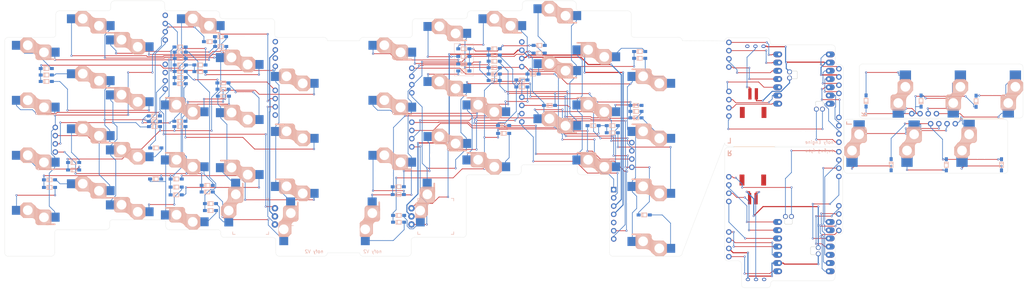
<source format=kicad_pcb>
(kicad_pcb (version 20241229) (generator "pcbnew") (generator_version "9.0")
  (title_block (title "nofy-Right") (date "2025-03-20") (company "FlightByte"))
  (layers (0 "F.Cu" signal) (2 "B.Cu" signal) (13 "F.Paste" user) (15 "B.Paste" user) (5 "F.SilkS" user "F.Silkscreen") (7 "B.SilkS" user "B.Silkscreen") (1 "F.Mask" user) (3 "B.Mask" user) (25 "Edge.Cuts" user))
  (net 0 "")
  (net 1 "Net-(D1-A)")
  (net 2 "Net-(D2-A)")
  (net 3 "Net-(D3-A)")
  (net 4 "Net-(D4-A)")
  (net 5 "Net-(D5-A)")
  (net 6 "Net-(D6-A)")
  (net 7 "Net-(D7-A)")
  (net 8 "Net-(D8-A)")
  (net 9 "Net-(D9-A)")
  (net 10 "Net-(D10-A)")
  (net 11 "Net-(D11-A)")
  (net 12 "Net-(D12-A)")
  (net 13 "Net-(D13-A)")
  (net 14 "Net-(D14-A)")
  (net 15 "Net-(D15-A)")
  (net 16 "Net-(D16-A)")
  (net 17 "Net-(D17-A)")
  (net 18 "Net-(D18-A)")
  (net 19 "CS")
  (net 20 "SCLK")
  (net 21 "MOTION")
  (net 22 "3.3V")
  (net 23 "SDIO")
  (net 24 "Net-(D19-A)")
  (net 25 "Net-(D20-A)")
  (net 26 "Net-(D21-A)")
  (net 27 "GND_R")
  (net 28 "RE_A_R")
  (net 29 "RE_B_R")
  (net 30 "Net-(D44-A)")
  (net 31 "Net-(D46-A)")
  (net 32 "Net-(D45-A)")
  (net 33 "Net-(D28-A)")
  (net 34 "Net-(D36-A)")
  (net 35 "Net-(D40-A)")
  (net 36 "Net-(D37-A)")
  (net 37 "Net-(D29-A)")
  (net 38 "Net-(D30-A)")
  (net 39 "Net-(D31-A)")
  (net 40 "Net-(D32-A)")
  (net 41 "Net-(D33-A)")
  (net 42 "Net-(D35-A)")
  (net 43 "Net-(D34-A)")
  (net 44 "Net-(D42-A)")
  (net 45 "Net-(D41-A)")
  (net 46 "Net-(D39-A)")
  (net 47 "Net-(D38-A)")
  (net 48 "Net-(D47-A)")
  (net 49 "GND_L")
  (net 50 "RE_B_L")
  (net 51 "Net-(D49-A)")
  (net 52 "RE_A_L")
  (net 53 "Net-(D48-A)")
  (net 54 "Net-(D43-A)")
  (net 55 "Net-(D50-A)")
  (net 56 "Net-(D51-A)")
  (net 57 "VCC_L")
  (net 58 "Bat")
  (net 59 "Net-(BT1--)")
  (net 60 "Bat_L")
  (net 61 "GND_R_b")
  (net 62 "Net-(D23-A)")
  (net 63 "Net-(D26-A)")
  (net 64 "Net-(B1--)")
  (net 65 "Net-(D22-A)")
  (net 66 "Net-(D27-A)")
  (net 67 "Net-(D24-A)")
  (net 68 "Net-(D25-A)")
  (net 69 "GND_L_b")
  (net 70 "Net-(J33-Pin_2)")
  (net 71 "Net-(J33-Pin_3)")
  (net 72 "Net-(J33-Pin_1)")
  (net 75 "Net-(D1-K)")
  (net 76 "Net-(D15-K)")
  (net 77 "Net-(D11-K)")
  (net 78 "Net-(D12-K)")
  (net 79 "Net-(D13-K)")
  (net 80 "Net-(D16-K)")
  (net 81 "Net-(D17-K)")
  (net 82 "Net-(D28-K)")
  (net 83 "Net-(D29-K)")
  (net 84 "Net-(D30-K)")
  (net 85 "Net-(D31-K)")
  (net 86 "Net-(D34-K)")
  (net 87 "Net-(D51-K)")
  (net 88 "INTR0")
  (net 89 "INTR1")
  (net 90 "Pin0")
  (net 91 "Pin1")
  (net 92 "Pin2")
  (net 93 "Pin3")
  (net 94 "Pin4")
  (net 95 "Pin5")
  (net 96 "Pin6")
  (net 97 "Pin7")
  (net 98 "Pin8")
  (net 99 "Pin9")
  (net 100 "Pin10")
  (net 101 "Pin11")
  (net 103 "Net-(J21-Pin_3)")
  (net 104 "Net-(J21-Pin_1)")
  (net 105 "Net-(J21-Pin_2)")
  (net 106 "Net-(Con_L_1-Pin_3)")
  (net 107 "Net-(Con_L_1-Pin_1)")
  (net 108 "Net-(Con_L_1-Pin_2)")
  (net 109 "Net-(Con_L_1-Pin_4)")
  (net 110 "Net-(Con_L_3-Pin_4)")
  (net 111 "Net-(Con_L_3-Pin_2)")
  (net 112 "Net-(Con_L_3-Pin_1)")
  (net 113 "Net-(Con_L_3-Pin_3)")
  (net 115 "Net-(Con_L_5-Pin_4)")
  (net 116 "Net-(Con_L_5-Pin_1)")
  (net 117 "Net-(Con_L_5-Pin_3)")
  (net 121 "Net-(Con_L_7-Pin_1)")
  (net 122 "Net-(Con_L_7-Pin_3)")
  (net 123 "Net-(Con_L_7-Pin_2)")
  (net 124 "Net-(Con_L_7-Pin_4)")
  (net 125 "Net-(Con_L_9-Pin_1)")
  (net 126 "Net-(Con_L_9-Pin_4)")
  (net 127 "Net-(Con_L_9-Pin_3)")
  (net 128 "Net-(Con_L_9-Pin_2)")
  (net 129 "Net-(Con_L_11-Pin_1)")
  (net 130 "Net-(Con_L_11-Pin_3)")
  (net 131 "Net-(Con_L_11-Pin_4)")
  (net 132 "Net-(Con_L_11-Pin_2)")
  (net 133 "Net-(Con_L_13-Pin_4)")
  (net 134 "Net-(Con_L_13-Pin_1)")
  (net 135 "Net-(Con_L_13-Pin_3)")
  (net 136 "Net-(Con_L_15-Pin_4)")
  (net 137 "Net-(Con_L_15-Pin_2)")
  (net 138 "Net-(Con_L_15-Pin_3)")
  (net 139 "Net-(Con_L_15-Pin_1)")
  (net 140 "VCC_R")
  (footprint "_kicad_footprints:Diode_SMD" (layer "F.Cu") (at 171.3469 51.65)
    (property "Reference" "DS10")
    (property "Value" "D" (hide yes))
  )
  (footprint "_kicad_footprints:Diode_SMD" (layer "F.Cu") (at 300.35 60.9734 -90)
    (property "Reference" "D4")
    (property "Value" "D" (hide yes))
  )
  (footprint "_kicad_footprints:Diode_SMD" (layer "F.Cu") (at 57.0969 42.55)
    (property "Reference" "DS5")
    (property "Value" "D" (hide yes))
  )
  (footprint "_kicad_footprints:Diode_SMD" (layer "F.Cu") (at 140.7969 27.9)
    (property "Reference" "DI7")
    (property "Value" "D" (hide yes))
  )
  (footprint "nofy:Choc_v2_Hotswap_1u_17mm" (layer "F.Cu") (at -0.6 66.7 180)
    (property "Reference" "SW6" (hide yes))
    (property "Value" "SW_PUSH" (hide yes))
  )
  (footprint "_kicad_footprints:XIAO_nRF52840_wBAT_wNFC_1" (layer "F.Cu") (at 239.3036 26.7511)
    (property "Reference" "Xiao0" (hide yes))
    (property "Value" "~" (hide yes))
    (fp_line (start -4.707753 9.749447) (end -4.707753 8.708047) (stroke (width 0.12)) (layer "Edge.Cuts"))
    (fp_line (start -4.021953 8.022247) (end -2.421753 8.022247) (stroke (width 0.12)) (layer "Edge.Cuts"))
    (fp_line (start -2.421753 10.435247) (end -4.021953 10.435247) (stroke (width 0.12)) (layer "Edge.Cuts"))
    (fp_line (start -2.040753 8.403247) (end -2.040753 10.054247) (stroke (width 0.12)) (layer "Edge.Cuts"))
    (fp_line (start 3.572247 19.391953) (end 3.572247 17.791753) (stroke (width 0.12)) (layer "Edge.Cuts"))
    (fp_line (start 3.953247 17.410753) (end 5.604247 17.410753) (stroke (width 0.12)) (layer "Edge.Cuts"))
    (fp_line (start 5.299447 20.077753) (end 4.258047 20.077753) (stroke (width 0.12)) (layer "Edge.Cuts"))
    (fp_line (start 5.985247 17.791753) (end 5.985247 19.391953) (stroke (width 0.12)) (layer "Edge.Cuts"))
    (fp_arc (start -4.707753 9.749447) (mid -4.104146 9.831637) (end -4.021953 10.435247) (stroke (width 0.12)) (layer "Edge.Cuts"))
    (fp_arc (start -4.021953 8.022247) (mid -4.104144 8.625856) (end -4.707753 8.708047) (stroke (width 0.12)) (layer "Edge.Cuts"))
    (fp_arc (start -2.421753 8.022247) (mid -2.152342 8.133838) (end -2.040753 8.403247) (stroke (width 0.12)) (layer "Edge.Cuts"))
    (fp_arc (start -2.040753 10.054247) (mid -2.152344 10.323656) (end -2.421753 10.435247) (stroke (width 0.12)) (layer "Edge.Cuts"))
    (fp_arc (start 3.572247 17.791753) (mid 3.683838 17.522342) (end 3.953247 17.410753) (stroke (width 0.12)) (layer "Edge.Cuts"))
    (fp_arc (start 3.572247 19.391953) (mid 4.175856 19.474144) (end 4.258047 20.077753) (stroke (width 0.12)) (layer "Edge.Cuts"))
    (fp_arc (start 5.299447 20.077753) (mid 5.381637 19.474146) (end 5.985247 19.391953) (stroke (width 0.12)) (layer "Edge.Cuts"))
    (fp_arc (start 5.604247 17.410753) (mid 5.873656 17.522344) (end 5.985247 17.791753) (stroke (width 0.12)) (layer "Edge.Cuts"))
  )
  (footprint "_kicad_footprints:Diode_SMD" (layer "F.Cu") (at 143.7 54.05)
    (property "Reference" "D37")
    (property "Value" "D" (hide yes))
  )
  (footprint "_kicad_footprints:Diode_SMD" (layer "F.Cu") (at 42.4969 68.15)
    (property "Reference" "D26")
    (property "Value" "D" (hide yes))
  )
  (footprint "nofy:Pin1x4" (layer "F.Cu") (at 40.6 31.405)
    (property "Reference" "Con_L_2" (hide yes))
    (property "Value" "PIn1x4" (hide yes))
  )
  (footprint "_kicad_footprints:Diode_SMD" (layer "F.Cu") (at 36.1469 68.15)
    (property "Reference" "DS4")
    (property "Value" "D" (hide yes))
  )
  (footprint "nofy:Choc_v2_Hotswap_1u_17mm" (layer "F.Cu") (at 126.6 60.9 180)
    (property "Reference" "SW36" (hide yes))
    (property "Value" "SW_PUSH" (hide yes))
  )
  (footprint "_kicad_footprints:Diode_SMD" (layer "F.Cu") (at 49.8469 32.9)
    (property "Reference" "D14")
    (property "Value" "D" (hide yes))
  )
  (footprint "nofy:Choc_v2_Hotswap_1u_17mm" (layer "F.Cu") (at 160.6 55.4 180)
    (property "Reference" "SW45" (hide yes))
    (property "Value" "SW_PUSH" (hide yes))
  )
  (footprint "nofy:Choc_v2_Hotswap_1u_17mm" (layer "F.Cu") (at 177.6 41.5)
    (property "Reference" "SW49" (hide yes))
    (property "Value" "SW_PUSH" (hide yes))
  )
  (footprint "nofy:Choc_v2_Hotswap_1u_17mm" (layer "F.Cu") (at 67.4 77.9 -90)
    (property "Reference" "SW26" (hide yes))
    (property "Value" "SW_PUSH" (hide yes))
  )
  (footprint "nofy:Choc_v2_Hotswap_1u_17mm" (layer "F.Cu") (at 16.4 58.5 180)
    (property "Reference" "SW10" (hide yes))
    (property "Value" "SW_PUSH" (hide yes))
  )
  (footprint "_kicad_footprints:Diode_SMD" (layer "F.Cu") (at 56.9469 38.45)
    (property "Reference" "D20")
    (property "Value" "D" (hide yes))
  )
  (footprint "_kicad_footprints:Diode_SMD" (layer "F.Cu") (at 2.3469 38)
    (property "Reference" "D9")
    (property "Value" "D" (hide yes))
  )
  (footprint "nofy:Choc_v2_Hotswap_1u_17mm" (layer "F.Cu") (at 264.75 39.65 90)
    (property "Reference" "SW46" (hide yes))
    (property "Value" "SW_PUSH" (hide yes))
  )
  (footprint "nofy:MountingHole_2.2mm_M2" (layer "F.Cu") (at 59.23 69.31)
    (property "Reference" "Hole3" (hide yes))
    (property "Value" "MountingHole_2.2mm_M2" (hide yes))
  )
  (footprint "_kicad_footprints:Diode_SMD" (layer "F.Cu") (at 35.8 50.35)
    (property "Reference" "DS2")
    (property "Value" "D" (hide yes))
  )
  (footprint "_kicad_footprints:Diode_SMD" (layer "F.Cu") (at 292.5 46.9031 90)
    (property "Reference" "D34")
    (property "Value" "D" (hide yes))
  )
  (footprint "nofy:Choc_v2_Hotswap_1u_17mm" (layer "F.Cu") (at 67.4 60.9)
    (property "Reference" "SW25" (hide yes))
    (property "Value" "SW_PUSH" (hide yes))
  )
  (footprint "_kicad_footprints:Diode_SMD" (layer "F.Cu") (at 283.3 60.9734 -90)
    (property "Reference" "D8")
    (property "Value" "D" (hide yes))
  )
  (footprint "_kicad_footprints:Diode_SMD" (layer "F.Cu") (at 56.1969 24.15)
    (property "Reference" "D23")
    (property "Value" "D" (hide yes))
  )
  (footprint "nofy:Pin1x4" (layer "F.Cu") (at 40.6 16.26)
    (property "Reference" "Con_L_0" (hide yes))
    (property "Value" "PIn1x4" (hide yes))
  )
  (footprint "_kicad_footprints:Diode_SMD" (layer "F.Cu") (at 3.3469 70.75)
    (property "Reference" "D3")
    (property "Value" "D" (hide yes))
  )
  (footprint "nofy:Choc_v2_Hotswap_1u_17mm" (layer "F.Cu") (at 281.75 39.65 90)
    (property "Reference" "SW42" (hide yes))
    (property "Value" "SW_PUSH" (hide yes))
  )
  (footprint "nofy:MountingHole_2.2mm_M2" (layer "F.Cu") (at 7.5 75.2)
    (property "Reference" "Hole1" (hide yes))
    (property "Value" "MountingHole_2.2mm_M2" (hide yes))
  )
  (footprint "_kicad_footprints:Diode_SMD" (layer "F.Cu") (at 149.3469 37.55)
    (property "Reference" "DS8")
    (property "Value" "D" (hide yes))
  )
  (footprint "nofy:Pin1x4" (layer "F.Cu") (at 184.8 55.6)
    (property "Reference" "J32" (hide yes))
    (property "Value" "PIn1x4" (hide yes))
  )
  (footprint "nofy:Choc_v2_Hotswap_1u_17mm" (layer "F.Cu") (at 67.4 43.9)
    (property "Reference" "SW24" (hide yes))
    (property "Value" "SW_PUSH" (hide yes))
  )
  (footprint "nofy:Choc_v2_Hotswap_1u_17mm" (layer "F.Cu") (at 109.6 66.7 180)
    (property "Reference" "SW33" (hide yes))
    (property "Value" "SW_PUSH" (hide yes))
  )
  (footprint "_kicad_footprints:Diode_SMD" (layer "F.Cu") (at 111.1469 70.55)
    (property "Reference" "D32")
    (property "Value" "D" (hide yes))
  )
  (footprint "nofy:Pin1x4" (layer "F.Cu") (at 74.615 24.405)
    (property "Reference" "Con_L_4" (hide yes))
    (property "Value" "PIn1x4" (hide yes))
  )
  (footprint "_kicad_footprints:JST_S2B-PH-SM4-TB" (layer "F.Cu") (at 223.5964 41.8321 180)
    (property "Reference" "BT0" (hide yes))
    (property "Value" "BATT_L" (hide yes))
  )
  (footprint "nofy:Choc_v2_Hotswap_1u_17mm" (layer "F.Cu") (at 50.4 41.5)
    (property "Reference" "SW19" (hide yes))
    (property "Value" "SW_PUSH" (hide yes))
  )
  (footprint "_kicad_footprints:Diode_SMD" (layer "F.Cu") (at 10.7969 65.35)
    (property "Reference" "D2")
    (property "Value" "D" (hide yes))
  )
  (footprint "nofy:MountingHole_2.2mm_M2" (layer "F.Cu") (at 134.7 52.4)
    (property "Reference" "Hole4" (hide yes))
    (property "Value" "MountingHole_2.2mm_M2" (hide yes))
  )
  (footprint "_kicad_footprints:Diode_SMD" (layer "F.Cu") (at 43.6469 50.3)
    (property "Reference" "D24")
    (property "Value" "D" (hide yes))
  )
  (footprint "_kicad_footprints:Diode_SMD" (layer "F.Cu") (at 184.5969 49.25)
    (property "Reference" "D49")
    (property "Value" "D" (hide yes))
  )
  (footprint "nofy:Choc_v2_Hotswap_1u_17mm" (layer "F.Cu") (at 160.6 38.4 180)
    (property "Reference" "SW44" (hide yes))
    (property "Value" "SW_PUSH" (hide yes))
  )
  (footprint "nofy:Choc_v2_Hotswap_1u_17mm" (layer "F.Cu") (at 143.6 41.5)
    (property "Reference" "SW40" (hide yes))
    (property "Value" "SW_PUSH" (hide yes))
  )
  (footprint "nofy:Pin1x4" (layer "F.Cu") (at 248.8036 47.8311)
    (property "Reference" "Con_L_7" (hide yes))
    (property "Value" "PIn1x4" (hide yes))
  )
  (footprint "nofy:Choc_v2_Hotswap_1u_17mm" (layer "F.Cu") (at 16.4 24.5 180)
    (property "Reference" "SW22" (hide yes))
    (property "Value" "SW_PUSH" (hide yes))
  )
  (footprint "nofy:Choc_v2_Hotswap_1u_17mm" (layer "F.Cu") (at 50.4 24.5 180)
    (property "Reference" "SW18" (hide yes))
    (property "Value" "SW_PUSH" (hide yes))
  )
  (footprint "nofy:MountingHole_2.2mm_M2" (layer "F.Cu") (at 239.15 54.15)
    (property "Reference" "Hole12" (hide yes))
    (property "Value" "MountingHole_2.2mm_M2" (hide yes))
  )
  (footprint "nofy:Pin1x4" (layer "F.Cu") (at 150.8 24.5)
    (property "Reference" "Con_L_12" (hide yes))
    (property "Value" "PIn1x4" (hide yes))
  )
  (footprint "nofy:Choc_v2_Hotswap_1u_17mm" (layer "F.Cu") (at 277.05 59.35 -90)
    (property "Reference" "SW12" (hide yes))
    (property "Value" "SW_PUSH" (hide yes))
  )
  (footprint "nofy:Pin1x4" (layer "F.Cu") (at 287.37 49.75 -90)
    (property "Reference" "J21" (hide yes))
    (property "Value" "PIn1x4" (hide yes))
  )
  (footprint "nofy:Choc_v2_Hotswap_1u_17mm" (layer "F.Cu") (at 84.4 49.7)
    (property "Reference" "SW29" (hide yes))
    (property "Value" "SW_PUSH" (hide yes))
  )
  (footprint "_kicad_footprints:Diode_SMD" (layer "F.Cu") (at 149.3469 39.7)
    (property "Reference" "D36")
    (property "Value" "D" (hide yes))
  )
  (footprint "nofy:Choc_v2_Hotswap_1u_17mm" (layer "F.Cu") (at -0.6 32.7 180)
    (property "Reference" "SW17" (hide yes))
    (property "Value" "SW_PUSH" (hide yes))
  )
  (footprint "nofy:MountingHole_2.2mm_M2" (layer "F.Cu") (at 186.2 75.2)
    (property "Reference" "Hole6" (hide yes))
    (property "Value" "MountingHole_2.2mm_M2" (hide yes))
  )
  (footprint "_kicad_footprints:Diode_SMD" (layer "F.Cu") (at 136.9531 34.75 180)
    (property "Reference" "D31")
    (property "Value" "D" (hide yes))
  )
  (footprint "_kicad_footprints:Diode_SMD" (layer "F.Cu") (at 53.0969 77.9)
    (property "Reference" "D17")
    (property "Value" "D" (hide yes))
  )
  (footprint "nofy:Choc_v2_Hotswap_1u_17mm" (layer "F.Cu") (at 16.4 41.5 180)
    (property "Reference" "SW9" (hide yes))
    (property "Value" "SW_PUSH" (hide yes))
  )
  (footprint "nofy:Choc_v2_Hotswap_1u_17mm" (layer "F.Cu") (at 160.6 21.4 180)
    (property "Reference" "SW43" (hide yes))
    (property "Value" "SW_PUSH" (hide yes))
  )
  (footprint "_kicad_footprints:Diode_SMD" (layer "F.Cu") (at 140.7969 31.75)
    (property "Reference" "DI9")
    (property "Value" "D" (hide yes))
  )
  (footprint "_kicad_footprints:Diode_SMD" (layer "F.Cu") (at 136.9531 30.25 180)
    (property "Reference" "D47")
    (property "Value" "D" (hide yes))
  )
  (footprint "nofy:MountingHole_2.2mm_M2" (layer "F.Cu") (at 224.05 33.25)
    (property "Reference" "Hole7" (hide yes))
    (property "Value" "MountingHole_2.2mm_M2" (hide yes))
  )
  (footprint "_kicad_footprints:Diode_SMD" (layer "F.Cu") (at 10.7969 63.05)
    (property "Reference" "D6")
    (property "Value" "D" (hide yes))
  )
  (footprint "_kicad_footprints:Diode_SMD" (layer "F.Cu") (at 187.1469 79.25)
    (property "Reference" "D51")
    (property "Value" "D" (hide yes))
  )
  (footprint "_kicad_footprints:Diode_SMD" (layer "F.Cu") (at 184.5968 47.25)
    (property "Reference" "D41")
    (property "Value" "D" (hide yes))
  )
  (footprint "_kicad_footprints:Diode_SMD" (layer "F.Cu") (at 154.6969 29.25)
    (property "Reference" "DS7")
    (property "Value" "D" (hide yes))
  )
  (footprint "nofy:Pin1x4" (layer "F.Cu") (at 214.8036 39.7761)
    (property "Reference" "Con_L_3" (hide yes))
    (property "Value" "PIn1x4" (hide yes))
  )
  (footprint "nofy:MountingHole_2.2mm_M2" (layer "F.Cu") (at 233.5 65.65)
    (property "Reference" "Hole8" (hide yes))
    (property "Value" "MountingHole_2.2mm_M2" (hide yes))
  )
  (footprint "nofy:Choc_v2_Hotswap_1u_17mm" (layer "F.Cu") (at 84.4 83.7 -90)
    (property "Reference" "SW31" (hide yes))
    (property "Value" "SW_PUSH" (hide yes))
  )
  (footprint "_kicad_footprints:Diode_SMD" (layer "F.Cu") (at 49.8469 34.95)
    (property "Reference" "D19")
    (property "Value" "D" (hide yes))
  )
  (footprint "nofy:Pin1x4" (layer "F.Cu") (at 116.8 32.605)
    (property "Reference" "Con_L_8" (hide yes))
    (property "Value" "PIn1x4" (hide yes))
  )
  (footprint "_kicad_footprints:Diode_SMD" (layer "F.Cu") (at 136.9532 27.9 180)
    (property "Reference" "D35")
    (property "Value" "D" (hide yes))
  )
  (footprint "nofy:Choc_v2_Hotswap_1u_17mm" (layer "F.Cu") (at 260.05 59.35 -90)
    (property "Reference" "SW16" (hide yes))
    (property "Value" "SW_PUSH" (hide yes))
  )
  (footprint "_kicad_footprints:Diode_SMD" (layer "F.Cu") (at 157.8734 45.4)
    (property "Reference" "DS9")
    (property "Value" "D" (hide yes))
  )
  (footprint "nofy:Choc_v2_Hotswap_1u_17mm" (layer "F.Cu") (at 109.6 49.7 180)
    (property "Reference" "SW32" (hide yes))
    (property "Value" "SW_PUSH" (hide yes))
  )
  (footprint "_kicad_footprints:Diode_SMD" (layer "F.Cu") (at 43.7469 38.7)
    (property "Reference" "DI5")
    (property "Value" "D" (hide yes))
  )
  (footprint "_kicad_footprints:Diode_SMD" (layer "F.Cu") (at 266.25 60.9469 -90)
    (property "Reference" "D12")
    (property "Value" "D" (hide yes))
  )
  (footprint "_kicad_footprints:Diode_SMD" (layer "F.Cu") (at 43.7469 36.8)
    (property "Reference" "DI4")
    (property "Value" "D" (hide yes))
  )
  (footprint "_kicad_footprints:TGSW_MSK-12D19" (layer "F.Cu") (at 224.485 101.945 180)
    (property "Reference" "SW2" (hide yes))
    (property "Value" "SW_SPDT" (hide yes))
  )
  (footprint "nofy:Choc_v2_Hotswap_1u_17mm" (layer "F.Cu") (at 109.6 32.7 180)
    (property "Reference" "SW47" (hide yes))
    (property "Value" "SW_PUSH" (hide yes))
  )
  (footprint "nofy:Pin1x4" (layer "F.Cu") (at 217.385 93.445 180)
    (property "Reference" "Con_L_13" (hide yes))
    (property "Value" "PIn1x4" (hide yes))
  )
  (footprint "nofy:Choc_v2_Hotswap_1u_17mm" (layer "F.Cu") (at 194.6 32.7)
    (property "Reference" "SW52" (hide yes))
    (property "Value" "SW_PUSH" (hide yes))
  )
  (footprint "_kicad_footprints:Diode_SMD" (layer "F.Cu") (at 2.3469 36)
    (property "Reference" "D5")
    (property "Value" "D" (hide yes))
  )
  (footprint "_kicad_footprints:Diode_SMD" (layer "F.Cu") (at 152.7969 35.7)
    (property "Reference" "D40")
    (property "Value" "D" (hide yes))
  )
  (footprint "nofy:Choc_v2_Hotswap_1u_17mm" (layer "F.Cu") (at 33.4 55.4)
    (property "Reference" "SW14" (hide yes))
    (property "Value" "SW_PUSH" (hide yes))
  )
  (footprint "_kicad_footprints:Diode_SMD" (layer "F.Cu") (at 140.7969 33.75)
    (property "Reference" "DI10")
    (property "Value" "D" (hide yes))
  )
  (footprint "nofy:MountingHole_2.2mm_M2" (layer "F.Cu") (at 7.4 41.2)
    (property "Reference" "Hole0" (hide yes))
    (property "Value" "MountingHole_2.2mm_M2" (hide yes))
  )
  (footprint "nofy:Pin1x4" (layer "F.Cu") (at 116.8 49.3)
    (property "Reference" "Con_L_10" (hide yes))
    (property "Value" "PIn1x4" (hide yes))
  )
  (footprint "_kicad_footprints:Diode_SMD" (layer "F.Cu") (at 53.0969 75.75)
    (property "Reference" "D22")
    (property "Value" "D" (hide yes))
  )
  (footprint "_kicad_footprints:Diode_SMD" (layer "F.Cu") (at 140.7969 35.7)
    (property "Reference" "DI11")
    (property "Value" "D" (hide yes))
  )
  (footprint "nofy:Pin1x4" (layer "F.Cu") (at 74.6 39.46)
    (property "Reference" "Con_L_6" (hide yes))
    (property "Value" "PIn1x4" (hide yes))
  )
  (footprint "nofy:Choc_v2_Hotswap_1u_17mm" (layer "F.Cu") (at 84.4 66.7)
    (property "Reference" "SW30" (hide yes))
    (property "Value" "SW_PUSH" (hide yes))
  )
  (footprint "_kicad_footprints:Diode_SMD" (layer "F.Cu") (at 185.7469 30.85)
    (property "Reference" "D48")
    (property "Value" "D" (hide yes))
  )
  (footprint "nofy:Choc_v2_Hotswap_1u_17mm" (layer "F.Cu") (at 126.6 26.875 180)
    (property "Reference" "SW51" (hide yes))
    (property "Value" "SW_PUSH" (hide yes))
  )
  (footprint "_kicad_footprints:Diode_SMD" (layer "F.Cu") (at 52.7969 25.7)
    (property "Reference" "DS1")
    (property "Value" "D" (hide yes))
  )
  (footprint "nofy:Pin1x4" (layer "F.Cu") (at 251.385 85.345 180)
    (property "Reference" "Con_L_9" (hide yes))
    (property "Value" "PIn1x4" (hide yes))
  )
  (footprint "_kicad_footprints:Diode_SMD" (layer "F.Cu") (at 258.5 46.8031 90)
    (property "Reference" "D42")
    (property "Value" "D" (hide yes))
  )
  (footprint "_kicad_footprints:Diode_SMD" (layer "F.Cu") (at 42.4969 73.05)
    (property "Reference" "D21")
    (property "Value" "D" (hide yes))
  )
  (footprint "nofy:Choc_v2_Hotswap_1u_17mm" (layer "F.Cu") (at 194.6 49.7)
    (property "Reference" "SW53" (hide yes))
    (property "Value" "SW_PUSH" (hide yes))
  )
  (footprint "nofy:Pin1x4" (layer "F.Cu") (at 248.8036 32.7711)
    (property "Reference" "Con_L_5" (hide yes))
    (property "Value" "PIn1x4" (hide yes))
  )
  (footprint "nofy:Pin1x4" (layer "F.Cu") (at 251.385 68.645 180)
    (property "Reference" "Con_L_11" (hide yes))
    (property "Value" "PIn1x4" (hide yes))
  )
  (footprint "nofy:Choc_v2_Hotswap_1u_17mm" (layer "F.Cu") (at 33.4 38.4)
    (property "Reference" "SW13" (hide yes))
    (property "Value" "SW_PUSH" (hide yes))
  )
  (footprint "_kicad_footprints:Diode_SMD" (layer "F.Cu") (at 111.2469 79.4)
    (property "Reference" "D33")
    (property "Value" "D" (hide yes))
  )
  (footprint "_kicad_footprints:pmw3610_connector" (layer "F.Cu") (at 180.5 79.06)
    (property "Reference" "J9" (hide yes))
    (property "Value" "~")
  )
  (footprint "nofy:Pin1x4" (layer "F.Cu") (at 150.8 41.56)
    (property "Reference" "Con_L_14" (hide yes))
    (property "Value" "PIn1x4" (hide yes))
  )
  (footprint "nofy:Choc_v2_Hotswap_1u_17mm" (layer "F.Cu") (at 126.6 77.9 -90)
    (property "Reference" "SW37" (hide yes))
    (property "Value" "SW_PUSH" (hide yes))
  )
  (footprint "_kicad_footprints:Diode_SMD" (layer "F.Cu") (at 2.3469 34)
    (property "Reference" "D13")
    (property "Value" "D" (hide yes))
  )
  (footprint "_kicad_footprints:Diode_SMD" (layer "F.Cu") (at 43.7469 32.9)
    (property "Reference" "DI2")
    (property "Value" "D" (hide yes))
  )
  (footprint "_kicad_footprints:Diode_SMD" (layer "F.Cu") (at 35.7969 51.95)
    (property "Reference" "DS3")
    (property "Value" "D" (hide yes))
  )
  (footprint "nofy:MountingHole_2.2mm_M2" (layer "F.Cu") (at 59.1 52.9)
    (property "Reference" "Hole2" (hide yes))
    (property "Value" "MountingHole_2.2mm_M2" (hide yes))
  )
  (footprint "nofy:MountingHole_2.2mm_M2" (layer "F.Cu") (at 290.25 47.5928)
    (property "Reference" "Hole11" (hide yes))
    (property "Value" "MountingHole_2.2mm_M2" (hide yes))
  )
  (footprint "_kicad_footprints:Diode_SMD" (layer "F.Cu") (at 3.3469 68.4)
    (property "Reference" "D7")
    (property "Value" "D" (hide yes))
  )
  (footprint "nofy:Choc_v2_Hotswap_1u_17mm" (layer "F.Cu") (at 126.6 43.9 180)
    (property "Reference" "SW35" (hide yes))
    (property "Value" "SW_PUSH" (hide yes))
  )
  (footprint "nofy:Choc_v2_Hotswap_1u_17mm" (layer "F.Cu") (at 33.4 72.4)
    (property "Reference" "SW15" (hide yes))
    (property "Value" "SW_PUSH" (hide yes))
  )
  (footprint "nofy:Choc_v2_Hotswap_1u_17mm" (layer "F.Cu") (at 33.4 21.4)
    (property "Reference" "SW27" (hide yes))
    (property "Value" "SW_PUSH" (hide yes))
  )
  (footprint "_kicad_footprints:Diode_SMD" (layer "F.Cu") (at 43.7469 34.9)
    (property "Reference" "DI3")
    (property "Value" "D" (hide yes))
  )
  (footprint "nofy:MountingHole_2.2mm_M2" (layer "F.Cu") (at 268.45 51.4)
    (property "Reference" "Hole10" (hide yes))
    (property "Value" "MountingHole_2.2mm_M2" (hide yes))
  )
  (footprint "nofy:Choc_v2_Hotswap_1u_17mm" (layer "F.Cu") (at 194.6 66.7)
    (property "Reference" "SW54" (hide yes))
    (property "Value" "SW_PUSH" (hide yes))
  )
  (footprint "nofy:Pin1x4" (layer "F.Cu") (at 6.615 50.905)
    (property "Reference" "J18" (hide yes))
    (property "Value" "PIn1x4" (hide yes))
  )
  (footprint "nofy:Choc_v2_Hotswap_1u_17mm" (layer "F.Cu") (at 294.05 59.35 -90)
    (property "Reference" "SW8" (hide yes))
    (property "Value" "SW_PUSH" (hide yes))
  )
  (footprint "_kicad_footprints:Diode_SMD" (layer "F.Cu") (at 56.9969 40.4)
    (property "Reference" "D15")
    (property "Value" "D" (hide yes))
  )
  (footprint "_kicad_footprints:TGSW_MSK-12D19" (layer "F.Cu") (at 224.3036 24.3711)
    (property "Reference" "SW1" (hide yes))
    (property "Value" "SW_SPDT" (hide yes))
  )
  (footprint "nofy:MountingHole_2.2mm_M2" (layer "F.Cu") (at 225.85 92.65)
    (property "Reference" "Hole9" (hide yes))
    (property "Value" "MountingHole_2.2mm_M2" (hide yes))
  )
  (footprint "nofy:Pin1x4" (layer "F.Cu") (at 217.385 76.385 180)
    (property "Reference" "Con_L_15" (hide yes))
    (property "Value" "PIn1x4" (hide yes))
  )
  (footprint "_kicad_footprints:Diode_SMD" (layer "F.Cu") (at 184.5969 45.4)
    (property "Reference" "D45")
    (property "Value" "D" (hide yes))
  )
  (footprint "nofy:Choc_v2_Hotswap_1u_17mm" (layer "F.Cu") (at 177.6 24.5)
    (property "Reference" "SW48" (hide yes))
    (property "Value" "SW_PUSH" (hide yes))
  )
  (footprint "_kicad_footprints:XIAO_nRF52840_wBAT_wNFC_1" (layer "F.Cu") (at 239.285 99.545 180)
    (property "Reference" "Xiao1" (hide yes))
    (property "Value" "~" (hide yes))
    (fp_line (start 5.985247 17.791753) (end 5.985247 19.391953) (stroke (width 0.12)) (layer "Edge.Cuts"))
    (fp_line (start 5.299447 20.077753) (end 4.258047 20.077753) (stroke (width 0.12)) (layer "Edge.Cuts"))
    (fp_line (start 3.953247 17.410753) (end 5.604247 17.410753) (stroke (width 0.12)) (layer "Edge.Cuts"))
    (fp_line (start 3.572247 19.391953) (end 3.572247 17.791753) (stroke (width 0.12)) (layer "Edge.Cuts"))
    (fp_line (start -2.040753 8.403247) (end -2.040753 10.054247) (stroke (width 0.12)) (layer "Edge.Cuts"))
    (fp_line (start -2.421753 10.435247) (end -4.021953 10.435247) (stroke (width 0.12)) (layer "Edge.Cuts"))
    (fp_line (start -4.021953 8.022247) (end -2.421753 8.022247) (stroke (width 0.12)) (layer "Edge.Cuts"))
    (fp_line (start -4.707753 9.749447) (end -4.707753 8.708047) (stroke (width 0.12)) (layer "Edge.Cuts"))
    (fp_arc (start 5.604247 17.410753) (mid 5.873656 17.522344) (end 5.985247 17.791753) (stroke (width 0.12)) (layer "Edge.Cuts"))
    (fp_arc (start 5.299447 20.077753) (mid 5.381637 19.474146) (end 5.985247 19.391953) (stroke (width 0.12)) (layer "Edge.Cuts"))
    (fp_arc (start 3.572247 19.391953) (mid 4.175856 19.474144) (end 4.258047 20.077753) (stroke (width 0.12)) (layer "Edge.Cuts"))
    (fp_arc (start 3.572247 17.791753) (mid 3.683838 17.522342) (end 3.953247 17.410753) (stroke (width 0.12)) (layer "Edge.Cuts"))
    (fp_arc (start -2.040753 10.054247) (mid -2.152344 10.323656) (end -2.421753 10.435247) (stroke (width 0.12)) (layer "Edge.Cuts"))
    (fp_arc (start -2.421753 8.022247) (mid -2.152342 8.133838) (end -2.040753 8.403247) (stroke (width 0.12)) (layer "Edge.Cuts"))
    (fp_arc (start -4.021953 8.022247) (mid -4.104144 8.625856) (end -4.707753 8.708047) (stroke (width 0.12)) (layer "Edge.Cuts"))
    (fp_arc (start -4.707753 9.749447) (mid -4.104146 9.831637) (end -4.021953 10.435247) (stroke (width 0.12)) (layer "Edge.Cuts"))
  )
  (footprint "nofy:MountingHole_2.2mm_M2" (layer "F.Cu") (at 186.6 41.2)
    (property "Reference" "Hole5" (hide yes))
    (property "Value" "MountingHole_2.2mm_M2" (hide yes))
  )
  (footprint "nofy:Choc_v2_Hotswap_1u_17mm" (layer "F.Cu") (at 177.6 58.5)
    (property "Reference" "SW50" (hide yes))
    (property "Value" "SW_PUSH" (hide yes))
  )
  (footprint "nofy:Pin1x4" (layer "F.Cu") (at 214.8036 24.6311)
    (property "Reference" "Con_L_1" (hide yes))
    (property "Value" "PIn1x4" (hide yes))
  )
  (footprint "_kicad_footprints:Diode_SMD" (layer "F.Cu") (at 177.2969 51.65)
    (property "Reference" "D46")
    (property "Value" "D" (hide yes))
  )
  (footprint "_kicad_footprints:Diode_SMD" (layer "F.Cu") (at 111.1469 72.95)
    (property "Reference" "D29")
    (property "Value" "D" (hide yes))
  )
  (footprint "_kicad_footprints:Diode_SMD" (layer "F.Cu") (at 275.5 46.8531 90)
    (property "Reference" "D38")
    (property "Value" "D" (hide yes))
  )
  (footprint "_kicad_footprints:Diode_SMD" (layer "F.Cu") (at 154.6969 26.85)
    (property "Reference" "D39")
    (property "Value" "D" (hide yes))
  )
  (footprint "_kicad_footprints:Diode_SMD" (layer "F.Cu") (at 43.6969 27.35)
    (property "Reference" "DS6")
    (property "Value" "D" (hide yes))
  )
  (footprint "nofy:Choc_v2_Hotswap_1u_17mm" (layer "F.Cu") (at 50.4 58.5)
    (property "Reference" "SW20" (hide yes))
    (property "Value" "SW_PUSH" (hide yes))
  )
  (footprint "_kicad_footprints:Diode_SMD" (layer "F.Cu") (at 56.2469 27.2)
    (property "Reference" "D18")
    (property "Value" "D" (hide yes))
  )
  (footprint "_kicad_footprints:JST_S2B-PH-SM4-TB" (layer "F.Cu") (at 223.5 74.225)
    (property "Reference" "BT1" (hide yes))
    (property "Value" "BATT" (hide yes))
  )
  (footprint "_kicad_footprints:Diode_SMD" (layer "F.Cu") (at 43.6469 51.95)
    (property "Reference" "D25")
    (property "Value" "D" (hide yes))
  )
  (footprint "nofy:Choc_v2_Hotswap_1u_17mm" (layer "F.Cu") (at 84.4 32.7)
    (property "Reference" "SW28" (hide yes))
    (property "Value" "SW_PUSH" (hide yes))
  )
  (footprint "nofy:Choc_v2_Hotswap_1u_17mm" (layer "F.Cu") (at -0.6 83.7 180)
    (property "Reference" "SW7" (hide yes))
    (property "Value" "SW_PUSH" (hide yes))
  )
  (footprint "_kicad_footprints:Diode_SMD" (layer "F.Cu") (at 185.7469 28.75)
    (property "Reference" "D44")
    (property "Value" "D" (hide yes))
  )
  (footprint "_kicad_footprints:Diode_SMD" (layer "F.Cu") (at 35.7469 48.65)
    (property "Reference" "D1")
    (property "Value" "D" (hide yes))
  )
  (footprint "_kicad_footprints:Diode_SMD" (layer "F.Cu") (at 136.9531 32.6 180)
    (property "Reference" "D43")
    (property "Value" "D" (hide yes))
  )
  (footprint "nofy:Choc_v2_Hotswap_1u_17mm" (layer "F.Cu") (at 143.6 24.5 180)
    (property "Reference" "SW39" (hide yes))
    (property "Value" "SW_PUSH" (hide yes))
  )
  (footprint "nofy:Choc_v2_Hotswap_1u_17mm" (layer "F.Cu") (at 143.6 58.5)
    (property "Reference" "SW41" (hide yes))
    (property "Value" "SW_PUSH" (hide yes))
  )
  (footprint "_kicad_footprints:Diode_SMD" (layer "F.Cu") (at 111.2469 81.5)
    (property "Reference" "D30")
    (property "Value" "D" (hide yes))
  )
  (footprint "nofy:Pin1x4" (layer "F.Cu") (at 281.55 46.65 -90)
    (property "Reference" "J33" (hide yes))
    (property "Value" "PIn1x4" (hide yes))
  )
  (footprint "_kicad_footprints:Diode_SMD" (layer "F.Cu") (at 42.4969 70.65)
    (property "Reference" "D11")
    (property "Value" "D" (hide yes))
  )
  (footprint "_kicad_footprints:Diode_SMD" (layer "F.Cu") (at 43.7469 28.95)
    (property "Reference" "DI6")
    (property "Value" "D" (hide yes))
  )
  (footprint "nofy:Choc_v2_Hotswap_1u_17mm" (layer "F.Cu") (at 194.6 83.7)
    (property "Reference" "SW55" (hide yes))
    (property "Value" "SW_PUSH" (hide yes))
  )
  (footprint "_kicad_footprints:Diode_SMD" (layer "F.Cu") (at 140.7969 29.85)
    (property "Reference" "DI8")
    (property "Value" "D" (hide yes))
  )
  (footprint "_kicad_footprints:Diode_SMD" (layer "F.Cu") (at 177.2969 53.85)
    (property "Reference" "D50")
    (property "Value" "D" (hide yes))
  )
  (footprint "nofy:Choc_v2_Hotswap_1u_17mm" (layer "F.Cu") (at 67.3875 26.875)
    (property "Reference" "SW23" (hide yes))
    (property "Value" "SW_PUSH" (hide yes))
  )
  (footprint "nofy:Choc_v2_Hotswap_1u_17mm" (layer "F.Cu") (at 298.75 39.65 90)
    (property "Reference" "SW38" (hide yes))
    (property "Value" "SW_PUSH" (hide yes))
  )
  (footprint "_kicad_footprints:Diode_SMD" (layer "F.Cu") (at 143.7 51.6)
    (property "Reference" "D28")
    (property "Value" "D" (hide yes))
  )
  (footprint "nofy:Choc_v2_Hotswap_1u_17mm" (layer "F.Cu") (at 50.4 75.5)
    (property "Reference" "SW21" (hide yes))
    (property "Value" "SW_PUSH" (hide yes))
  )
  (footprint "nofy:Choc_v2_Hotswap_1u_17mm" (layer "F.Cu") (at 109.6 83.7 -90)
    (property "Reference" "SW34" (hide yes))
    (property "Value" "SW_PUSH" (hide yes))
  )
  (footprint "nofy:Choc_v2_Hotswap_1u_17mm" (layer "F.Cu") (at -0.6 49.7 180)
    (property "Reference" "SW5" (hide yes))
    (property "Value" "SW_PUSH" (hide yes))
  )
  (footprint "_kicad_footprints:Diode_SMD" (layer "F.Cu") (at 52.1 70.1094)
    (property "Reference" "D16")
    (property "Value" "D" (hide yes))
  )
  (footprint "_kicad_footprints:Diode_SMD" (layer "F.Cu") (at 36.1969 58.55)
    (property "Reference" "D10")
    (property "Value" "D" (hide yes))
  )
  (footprint "_kicad_footprints:Diode_SMD" (layer "F.Cu") (at 52.0969 72.15)
    (property "Reference" "D27")
    (property "Value" "D" (hide yes))
  )
  (footprint "_kicad_footprints:Diode_SMD" (layer "F.Cu") (at 140.7969 37.7)
    (property "Reference" "DS11")
    (property "Value" "D" (hide yes))
  )
  (footprint "nofy:Choc_v2_Hotswap_1u_17mm" (layer "F.Cu") (at 16.4 75.5 180)
    (property "Reference" "SW11" (hide yes))
    (property "Value" "SW_PUSH" (hide yes))
  )
  (footprint "_kicad_footprints:Diode_SMD" (layer "F.Cu") (at 43.7469 30.9)
    (property "Reference" "DI1")
    (property "Value" "D" (hide yes))
  )
  (footprint "nofy:RotaryEncoder_EC12E" (layer "B.Cu") (at 68.3 79.7 180)
    (property "Reference" "SW3" (hide yes))
    (property "Value" "RotaryEncoder" (hide yes))
  )
  (footprint "nofy:RotaryEncoder_EC12E" (layer "B.Cu") (at 125.5 79.7)
    (property "Reference" "SW4" (hide yes))
    (property "Value" "RotaryEncoder" (hide yes))
  )
  (gr_line (start 251.5 61.2) (end 251.5 65.2) (stroke (width 0.1)) (layer "F.SilkS"))
  (gr_line (start 301.1 49.5) (end 285.7 49.5) (stroke (width 0.1)) (layer "F.SilkS"))
  (gr_line (start 217.6 58.2) (end 230.2 58.2) (stroke (width 0.1)) (layer "F.SilkS"))
  (gr_line (start 285.80005 49.5) (end 301.10005 49.5) (stroke (width 0.1)) (layer "B.SilkS"))
  (gr_line (start 251.5 65.2) (end 251.5 61.2) (stroke (width 0.1)) (layer "B.SilkS"))
  (gr_line (start 230.2 58.2) (end 217.6 58.2) (stroke (width 0.1)) (layer "B.SilkS"))
  (gr_rect (start 131.2 26.3) (end 137.15 36.25) (stroke (width 0.1)) (fill no) (layer "B.SilkS"))
  (gr_arc (start 135.3 17.6) (mid 135.007107 18.307107) (end 134.3 18.6) (stroke (width 0.05)) (layer "Edge.Cuts"))
  (gr_arc (start 43.1 83.8) (mid 42.392893 83.507107) (end 42.1 82.8) (stroke (width 0.05)) (layer "Edge.Cuts"))
  (gr_line (start 41.1 80.7) (end 25.7 80.7) (stroke (width 0.05)) (layer "Edge.Cuts"))
  (gr_line (start 215.8 24.5) (end 227.8 24.5) (stroke (width 0.05)) (layer "Edge.Cuts"))
  (gr_line (start 215.80358 58) (end 217.4 58) (stroke (width 0.05)) (layer "Edge.Cuts"))
  (gr_line (start 58.7 17.2) (end 58.7 17.6) (stroke (width 0.05)) (layer "Edge.Cuts"))
  (gr_arc (start 168.3 63.7) (mid 169.007107 63.992893) (end 169.3 64.7) (stroke (width 0.05)) (layer "Edge.Cuts"))
  (gr_arc (start 251.3 65.4) (mid 251.5 65.2) (end 251.7 65.4) (stroke (width 0.05)) (layer "Edge.Cuts"))
  (gr_line (start 102 25.4) (end 92 25.4) (stroke (width 0.05)) (layer "Edge.Cuts"))
  (gr_line (start 251.7 61) (end 251.7 50.7) (stroke (width 0.05)) (layer "Edge.Cuts"))
  (gr_line (start 6.7 92) (end -6.7 92) (stroke (width 0.05)) (layer "Edge.Cuts"))
  (gr_line (start 230.4 58.4) (end 250.3 58.4) (stroke (width 0.05)) (layer "Edge.Cuts"))
  (gr_arc (start 152.3 14.1) (mid 152.592893 13.392893) (end 153.3 13.1) (stroke (width 0.05)) (layer "Edge.Cuts"))
  (gr_line (start 59.1 85.2) (end 59.1 84.8) (stroke (width 0.05)) (layer "Edge.Cuts"))
  (gr_arc (start 8.1 17.2) (mid 8.392893 16.492893) (end 9.1 16.2) (stroke (width 0.05)) (layer "Edge.Cuts"))
  (gr_arc (start 256.399999 33.599999) (mid 256.692892 32.892892) (end 257.399999 32.599999) (stroke (width 0.05)) (layer "Edge.Cuts"))
  (gr_arc (start 214.8 25.5) (mid 215.092893 24.792893) (end 215.8 24.5) (stroke (width 0.05)) (layer "Edge.Cuts"))
  (gr_line (start 9.1 16.2) (end 24.1 16.2) (stroke (width 0.05)) (layer "Edge.Cuts"))
  (gr_arc (start 285.5 49.3) (mid 285.70005 49.5) (end 285.5 49.7) (stroke (width 0.05)) (layer "Edge.Cuts"))
  (gr_arc (start 25.1 15.2) (mid 24.807107 15.907107) (end 24.1 16.2) (stroke (width 0.05)) (layer "Edge.Cuts"))
  (gr_arc (start 151.9 64.7) (mid 152.192893 63.992893) (end 152.9 63.7) (stroke (width 0.05)) (layer "Edge.Cuts"))
  (gr_arc (start 229 100.75) (mid 228.707107 101.457107) (end 228 101.75) (stroke (width 0.05)) (layer "Edge.Cuts"))
  (gr_arc (start 230.4 58.4) (mid 230.2 58.2) (end 230.4 58) (stroke (width 0.05)) (layer "Edge.Cuts"))
  (gr_arc (start 92 91) (mid 91.707107 91.707107) (end 91 92) (stroke (width 0.05)) (layer "Edge.Cuts"))
  (gr_line (start 76.1 91) (end 76.1 87.2) (stroke (width 0.05)) (layer "Edge.Cuts"))
  (gr_line (start 180.2 92) (end 200.7 92) (stroke (width 0.05)) (layer "Edge.Cuts"))
  (gr_line (start 252.7 49.7) (end 285.5 49.7) (stroke (width 0.05)) (layer "Edge.Cuts"))
  (gr_line (start 75.1 86.2) (end 60.1 86.2) (stroke (width 0.05)) (layer "Edge.Cuts"))
  (gr_line (start 302.3 65.4) (end 302.3 50.7) (stroke (width 0.05)) (layer "Edge.Cuts"))
  (gr_line (start 24.7 81.7) (end 24.7 82.8) (stroke (width 0.05)) (layer "Edge.Cuts"))
  (gr_arc (start 117.9 91) (mid 117.607107 91.707107) (end 116.9 92) (stroke (width 0.05)) (layer "Edge.Cuts"))
  (gr_line (start 257.4 49.3) (end 285.5 49.3) (stroke (width 0.05)) (layer "Edge.Cuts"))
  (gr_line (start 215.8 58.4) (end 217.4 58.4) (stroke (width 0.05)) (layer "Edge.Cuts"))
  (gr_arc (start 152.3 15.2) (mid 152.007107 15.907107) (end 151.3 16.2) (stroke (width 0.05)) (layer "Edge.Cuts"))
  (gr_arc (start 24.7 81.7) (mid 24.992893 80.992893) (end 25.7 80.7) (stroke (width 0.05)) (layer "Edge.Cuts"))
  (gr_line (start 249.003553 27.714214) (end 249.003553 31.807107) (stroke (width 0.05)) (layer "Edge.Cuts"))
  (gr_arc (start 186.9 24.399993) (mid 186.192896 24.107099) (end 185.9 23.399993) (stroke (width 0.05)) (layer "Edge.Cuts"))
  (gr_arc (start 77.1 92) (mid 76.392893 91.707107) (end 76.1 91) (stroke (width 0.05)) (layer "Edge.Cuts"))
  (gr_line (start 220 100.75) (end 220 94.45) (stroke (width 0.05)) (layer "Edge.Cuts"))
  (gr_arc (start 7.7 91) (mid 7.407107 91.707107) (end 6.7 92) (stroke (width 0.05)) (layer "Edge.Cuts"))
  (gr_line (start 117.9 91) (end 117.9 87.2) (stroke (width 0.05)) (layer "Edge.Cuts"))
  (gr_line (start 91 92) (end 77.1 92) (stroke (width 0.05)) (layer "Edge.Cuts"))
  (gr_line (start 256.4 33.599999) (end 256.399999 48.299999) (stroke (width 0.05)) (layer "Edge.Cuts"))
  (gr_arc (start 91 24.4) (mid 91.707107 24.692893) (end 92 25.4) (stroke (width 0.05)) (layer "Edge.Cuts"))
  (gr_arc (start 214.8 59.4) (mid 215.092893 58.692893) (end 215.8 58.4) (stroke (width 0.05)) (layer "Edge.Cuts"))
  (gr_line (start 152.3 14.1) (end 152.3 15.2) (stroke (width 0.05)) (layer "Edge.Cuts"))
  (gr_arc (start 305.999999 32.599999) (mid 306.707106 32.892892) (end 306.999999 33.599999) (stroke (width 0.05)) (layer "Edge.Cuts"))
  (gr_line (start 179.2 67.8) (end 179.2 91) (stroke (width 0.05)) (layer "Edge.Cuts"))
  (gr_arc (start 306.999999 48.299999) (mid 306.707106 49.007106) (end 305.999999 49.299999) (stroke (width 0.05)) (layer "Edge.Cuts"))
  (gr_line (start 301.3 66.4) (end 252.7 66.4) (stroke (width 0.05)) (layer "Edge.Cuts"))
  (gr_arc (start 134.9 67.8) (mid 135.192893 67.092893) (end 135.9 66.8) (stroke (width 0.05)) (layer "Edge.Cuts"))
  (gr_line (start 167.9 13.1) (end 153.3 13.1) (stroke (width 0.05)) (layer "Edge.Cuts"))
  (gr_arc (start 41.1 80.7) (mid 41.807107 80.992893) (end 42.1 81.7) (stroke (width 0.05)) (layer "Edge.Cuts"))
  (gr_line (start 184.9 16.2) (end 169.9 16.2) (stroke (width 0.05)) (layer "Edge.Cuts"))
  (gr_arc (start 178.2 66.8) (mid 178.907107 67.092893) (end 179.2 67.8) (stroke (width 0.05)) (layer "Edge.Cuts"))
  (gr_line (start 8.1 23.399993) (end 8.1 17.2) (stroke (width 0.05)) (layer "Edge.Cuts"))
  (gr_line (start 151.9 65.8) (end 151.9 64.7) (stroke (width 0.05)) (layer "Edge.Cuts"))
  (gr_line (start 170.3 66.8) (end 178.2 66.8) (stroke (width 0.05)) (layer "Edge.Cuts"))
  (gr_arc (start 169.9 16.2) (mid 169.192893 15.907107) (end 168.9 15.2) (stroke (width 0.05)) (layer "Edge.Cuts"))
  (gr_line (start 301.3 49.3) (end 305.999999 49.299999) (stroke (width 0.05)) (layer "Edge.Cuts"))
  (gr_line (start 135.9 66.8) (end 150.9 66.8) (stroke (width 0.05)) (layer "Edge.Cuts"))
  (gr_line (start 42.1 82.8) (end 42.1 81.7) (stroke (width 0.05)) (layer "Edge.Cuts"))
  (gr_line (start 250.003553 32.807107) (end 250.403553 32.807107) (stroke (width 0.05)) (layer "Edge.Cuts"))
  (gr_line (start 151.3 16.2) (end 136.3 16.2) (stroke (width 0.05)) (layer "Edge.Cuts"))
  (gr_arc (start 251.7 61) (mid 251.5 61.2) (end 251.3 61) (stroke (width 0.05)) (layer "Edge.Cuts"))
  (gr_arc (start 251.3086 84.2841) (mid 251.015709 84.991209) (end 250.3086 85.2841) (stroke (width 0.05)) (layer "Edge.Cuts"))
  (gr_line (start 257.4 32.599999) (end 305.999999 32.600007) (stroke (width 0.05)) (layer "Edge.Cuts"))
  (gr_arc (start 250.403553 32.807107) (mid 251.11066 33.1) (end 251.403553 33.807107) (stroke (width 0.05)) (layer "Edge.Cuts"))
  (gr_arc (start 257.4 49.3) (mid 256.692893 49.007107) (end 256.4 48.3) (stroke (width 0.05)) (layer "Edge.Cuts"))
  (gr_arc (start 151.9 65.8) (mid 151.607107 66.507107) (end 150.9 66.8) (stroke (width 0.05)) (layer "Edge.Cuts"))
  (gr_line (start 23.7 83.8) (end 8.7 83.8) (stroke (width 0.05)) (layer "Edge.Cuts"))
  (gr_line (start 251.3 59.4) (end 251.3 61) (stroke (width 0.05)) (layer "Edge.Cuts"))
  (gr_arc (start 251.396446 57) (mid 251.103553 57.707107) (end 250.396446 58) (stroke (width 0.05)) (layer "Edge.Cuts"))
  (gr_line (start 229 100.75) (end 229 100.55) (stroke (width 0.05)) (layer "Edge.Cuts"))
  (gr_arc (start 118.3 19.6) (mid 118.592893 18.892893) (end 119.3 18.6) (stroke (width 0.05)) (layer "Edge.Cuts"))
  (gr_arc (start 103 92) (mid 102.292893 91.707107) (end 102 91) (stroke (width 0.05)) (layer "Edge.Cuts"))
  (gr_arc (start 24.7 82.8) (mid 24.407107 83.507107) (end 23.7 83.8) (stroke (width 0.05)) (layer "Edge.Cuts"))
  (gr_arc (start 184.9 16.2) (mid 185.607107 16.492893) (end 185.9 17.2) (stroke (width 0.05)) (layer "Edge.Cuts"))
  (gr_line (start 152.9 63.7) (end 168.3 63.7) (stroke (width 0.05)) (layer "Edge.Cuts"))
  (gr_arc (start 227.8 24.5) (mid 228.507107 24.792893) (end 228.8 25.5) (stroke (width 0.05)) (layer "Edge.Cuts"))
  (gr_arc (start 170.3 66.8) (mid 169.592893 66.507107) (end 169.3 65.8) (stroke (width 0.05)) (layer "Edge.Cuts"))
  (gr_line (start -7.7 91) (end -7.7 25.4) (stroke (width 0.05)) (layer "Edge.Cuts"))
  (gr_line (start 103 92) (end 116.9 92) (stroke (width 0.05)) (layer "Edge.Cuts"))
  (gr_arc (start 248.003553 26.714214) (mid 248.71066 27.007107) (end 249.003553 27.714214) (stroke (width 0.05)) (layer "Edge.Cuts"))
  (gr_line (start 249.9086 85.2841) (end 250.3086 85.2841) (stroke (width 0.05)) (layer "Edge.Cuts"))
  (gr_arc (start 8.1 23.399993) (mid 7.807109 24.107104) (end 7.1 24.399993) (stroke (width 0.05)) (layer "Edge.Cuts"))
  (gr_line (start 58.1 83.8) (end 43.1 83.8) (stroke (width 0.05)) (layer "Edge.Cuts"))
  (gr_arc (start 74.7 18.6) (mid 75.407107 18.892893) (end 75.7 19.6) (stroke (width 0.05)) (layer "Edge.Cuts"))
  (gr_line (start 228 101.75) (end 221 101.75) (stroke (width 0.05)) (layer "Edge.Cuts"))
  (gr_arc (start 250.3 58.4) (mid 251.007107 58.692893) (end 251.3 59.4) (stroke (width 0.05)) (layer "Edge.Cuts"))
  (gr_line (start 251.403553 33.807107) (end 251.396445 57) (stroke (width 0.05)) (layer "Edge.Cuts"))
  (gr_arc (start 76.7 24.4) (mid 75.992893 24.107107) (end 75.7 23.4) (stroke (width 0.05)) (layer "Edge.Cuts"))
  (gr_arc (start 102 25.4) (mid 102.292893 24.692893) (end 103 24.4) (stroke (width 0.05)) (layer "Edge.Cuts"))
  (gr_line (start 118.3 23.4) (end 118.3 19.6) (stroke (width 0.05)) (layer "Edge.Cuts"))
  (gr_line (start 117.3 24.4) (end 103 24.4) (stroke (width 0.05)) (layer "Edge.Cuts"))
  (gr_line (start 251.3 65.4) (end 251.3086 84.2841) (stroke (width 0.05)) (layer "Edge.Cuts"))
  (gr_arc (start 167.9 13.1) (mid 168.607107 13.392893) (end 168.9 14.1) (stroke (width 0.05)) (layer "Edge.Cuts"))
  (gr_line (start 229.8 26.707107) (end 248.0071 26.707107) (stroke (width 0.05)) (layer "Edge.Cuts"))
  (gr_line (start 169.3 64.7) (end 169.3 65.8) (stroke (width 0.05)) (layer "Edge.Cuts"))
  (gr_line (start 201.7 91) (end 214.803553 57) (stroke (width 0.05)) (layer "Edge.Cuts"))
  (gr_arc (start 248.9086 98.55) (mid 248.615709 99.257109) (end 247.9086 99.55) (stroke (width 0.05)) (layer "Edge.Cuts"))
  (gr_arc (start 180.2 92) (mid 179.492893 91.707107) (end 179.2 91) (stroke (width 0.05)) (layer "Edge.Cuts"))
  (gr_line (start 118.9 86.2) (end 133.9 86.2) (stroke (width 0.05)) (layer "Edge.Cuts"))
  (gr_line (start 168.9 15.2) (end 168.9 14.1) (stroke (width 0.05)) (layer "Edge.Cuts"))
  (gr_line (start 201.7 25.4) (end 214.8 25.5) (stroke (width 0.05)) (layer "Edge.Cuts"))
  (gr_line (start 134.3 18.6) (end 119.3 18.6) (stroke (width 0.05)) (layer "Edge.Cuts"))
  (gr_arc (start 219 93.45) (mid 219.707107 93.742893) (end 220 94.45) (stroke (width 0.05)) (layer "Edge.Cuts"))
  (gr_arc (start 301.3 49.7) (mid 301.10005 49.5) (end 301.3 49.3) (stroke (width 0.05)) (layer "Edge.Cuts"))
  (gr_line (start 214.8 92.45) (end 214.8 59.4) (stroke (width 0.05)) (layer "Edge.Cuts"))
  (gr_line (start 25.1 15.2) (end 25.1 14.1) (stroke (width 0.05)) (layer "Edge.Cuts"))
  (gr_line (start 75.7 19.6) (end 75.7 23.396246) (stroke (width 0.05)) (layer "Edge.Cuts"))
  (gr_arc (start 217.4 58) (mid 217.6 58.2) (end 217.4 58.4) (stroke (width 0.05)) (layer "Edge.Cuts"))
  (gr_arc (start 248.9086 86.2841) (mid 249.201491 85.576991) (end 249.9086 85.2841) (stroke (width 0.05)) (layer "Edge.Cuts"))
  (gr_line (start 7.7 84.8) (end 7.7 91) (stroke (width 0.05)) (layer "Edge.Cuts"))
  (gr_line (start 134.9 85.2) (end 134.9 67.8) (stroke (width 0.05)) (layer "Edge.Cuts"))
  (gr_arc (start 251.7 50.7) (mid 251.992893 49.992893) (end 252.7 49.7) (stroke (width 0.05)) (layer "Edge.Cuts"))
  (gr_line (start 185.9 23.399993) (end 185.9 17.2) (stroke (width 0.05)) (layer "Edge.Cuts"))
  (gr_arc (start 40.7 13.1) (mid 41.407107 13.392893) (end 41.7 14.1) (stroke (width 0.05)) (layer "Edge.Cuts"))
  (gr_arc (start 200.7 24.4) (mid 201.407107 24.692893) (end 201.7 25.4) (stroke (width 0.05)) (layer "Edge.Cuts"))
  (gr_line (start 306.999999 33.599999) (end 306.999999 48.299999) (stroke (width 0.05)) (layer "Edge.Cuts"))
  (gr_arc (start 250.003553 32.807107) (mid 249.296446 32.514214) (end 249.003553 31.807107) (stroke (width 0.05)) (layer "Edge.Cuts"))
  (gr_line (start 102 91) (end 92 91) (stroke (width 0.05)) (layer "Edge.Cuts"))
  (gr_arc (start 229.8 26.707107) (mid 229.092893 26.414214) (end 228.8 25.707107) (stroke (width 0.05)) (layer "Edge.Cuts"))
  (gr_arc (start -7.7 25.4) (mid -7.407107 24.692893) (end -6.7 24.4) (stroke (width 0.05)) (layer "Edge.Cuts"))
  (gr_line (start 230 99.55) (end 247.9086 99.55) (stroke (width 0.05)) (layer "Edge.Cuts"))
  (gr_arc (start 118.3 23.4) (mid 118.007107 24.107107) (end 117.3 24.4) (stroke (width 0.05)) (layer "Edge.Cuts"))
  (gr_arc (start 117.9 87.2) (mid 118.192893 86.492893) (end 118.9 86.2) (stroke (width 0.05)) (layer "Edge.Cuts"))
  (gr_line (start 42.7 16.2) (end 57.7 16.2) (stroke (width 0.05)) (layer "Edge.Cuts"))
  (gr_arc (start 57.7 16.2) (mid 58.407107 16.492893) (end 58.7 17.2) (stroke (width 0.05)) (layer "Edge.Cuts"))
  (gr_line (start 135.3 17.2) (end 135.3 17.6) (stroke (width 0.05)) (layer "Edge.Cuts"))
  (gr_arc (start 135.3 17.2) (mid 135.592893 16.492893) (end 136.3 16.2) (stroke (width 0.05)) (layer "Edge.Cuts"))
  (gr_line (start -6.7 24.4) (end 7.1 24.399993) (stroke (width 0.05)) (layer "Edge.Cuts"))
  (gr_arc (start 229 100.55) (mid 229.292891 99.842891) (end 230 99.55) (stroke (width 0.05)) (layer "Edge.Cuts"))
  (gr_arc (start 301.3 49.7) (mid 302.007107 49.992893) (end 302.3 50.7) (stroke (width 0.05)) (layer "Edge.Cuts"))
  (gr_line (start 250.396446 57.999999) (end 230.4 58) (stroke (width 0.05)) (layer "Edge.Cuts"))
  (gr_arc (start 134.9 85.2) (mid 134.607107 85.907107) (end 133.9 86.2) (stroke (width 0.05)) (layer "Edge.Cuts"))
  (gr_arc (start 302.3 65.4) (mid 302.007107 66.107107) (end 301.3 66.4) (stroke (width 0.05)) (layer "Edge.Cuts"))
  (gr_line (start 26.1 13.1) (end 40.7 13.1) (stroke (width 0.05)) (layer "Edge.Cuts"))
  (gr_line (start 228.8 25.707107) (end 228.8 25.5) (stroke (width 0.05)) (layer "Edge.Cuts"))
  (gr_arc (start 42.7 16.2) (mid 41.992893 15.907107) (end 41.7 15.2) (stroke (width 0.05)) (layer "Edge.Cuts"))
  (gr_line (start 91 24.4) (end 76.7 24.4) (stroke (width 0.05)) (layer "Edge.Cuts"))
  (gr_arc (start 25.1 14.1) (mid 25.392893 13.392893) (end 26.1 13.1) (stroke (width 0.05)) (layer "Edge.Cuts"))
  (gr_arc (start -6.7 92) (mid -7.407107 91.707107) (end -7.7 91) (stroke (width 0.05)) (layer "Edge.Cuts"))
  (gr_arc (start 60.1 86.2) (mid 59.392893 85.907107) (end 59.1 85.2) (stroke (width 0.05)) (layer "Edge.Cuts"))
  (gr_line (start 41.7 14.1) (end 41.7 15.2) (stroke (width 0.05)) (layer "Edge.Cuts"))
  (gr_arc (start 221 101.75) (mid 220.292893 101.457107) (end 220 100.75) (stroke (width 0.05)) (layer "Edge.Cuts"))
  (gr_arc (start 215.8 93.45) (mid 215.092893 93.157107) (end 214.8 92.45) (stroke (width 0.05)) (layer "Edge.Cuts"))
  (gr_arc (start 58.1 83.8) (mid 58.807107 84.092893) (end 59.1 84.8) (stroke (width 0.05)) (layer "Edge.Cuts"))
  (gr_line (start 200.7 24.4) (end 186.9 24.399993) (stroke (width 0.05)) (layer "Edge.Cuts"))
  (gr_line (start 248.9086 86.2841) (end 248.9086 98.55) (stroke (width 0.05)) (layer "Edge.Cuts"))
  (gr_arc (start 59.7 18.6) (mid 58.992893 18.307107) (end 58.7 17.6) (stroke (width 0.05)) (layer "Edge.Cuts"))
  (gr_line (start 59.7 18.6) (end 74.7 18.6) (stroke (width 0.05)) (layer "Edge.Cuts"))
  (gr_arc (start 201.7 91) (mid 201.407107 91.707107) (end 200.7 92) (stroke (width 0.05)) (layer "Edge.Cuts"))
  (gr_arc (start 75.1 86.2) (mid 75.807107 86.492893) (end 76.1 87.2) (stroke (width 0.05)) (layer "Edge.Cuts"))
  (gr_line (start 219 93.45) (end 215.8 93.45) (stroke (width 0.05)) (layer "Edge.Cuts"))
  (gr_arc (start 7.7 84.8) (mid 7.992893 84.092893) (end 8.7 83.8) (stroke (width 0.05)) (layer "Edge.Cuts"))
  (gr_arc (start 215.803553 58) (mid 215.096446 57.707107) (end 214.803553 57) (stroke (width 0.05)) (layer "Edge.Cuts"))
  (gr_arc (start 252.7 66.4) (mid 251.992893 66.107107) (end 251.7 65.4) (stroke (width 0.05)) (layer "Edge.Cuts"))
  (gr_text "nofy Engine" (at 248.5586 57.3841 0) (layer "B.SilkS") (effects (font (size 1 1) (thickness 0.125)) (justify left bottom mirror)))
  (gr_text "L" (at 252.3 51.75 270) (layer "B.SilkS") (effects (font (size 1.5 1.5) (thickness 0.3) (bold yes)) (justify left bottom mirror)))
  (gr_text "nofy Engine" (at 239.6086 58.9841 180) (layer "B.SilkS") (effects (font (size 1 1) (thickness 0.125)) (justify left bottom mirror)))
  (gr_text "nofy V2" (at 108.9 91.15 0) (layer "B.SilkS") (effects (font (size 1 1) (thickness 0.125)) (justify left bottom mirror)))
  (gr_text "R" (at 215.3586 59.2341 180) (layer "B.SilkS") (effects (font (size 1.5 1.5) (thickness 0.3) (bold yes)) (justify left bottom mirror)))
  (gr_text "nofy V2" (at 90.85 91.15 0) (layer "B.SilkS") (effects (font (size 1 1)) (justify left bottom mirror)))
  (gr_text "R" (at 257 49.15 270) (layer "B.SilkS") (effects (font (size 1.5 1.5) (thickness 0.3) (bold yes)) (justify left bottom mirror)))
  (gr_text "L" (at 217.1086 57.2341 0) (layer "B.SilkS") (effects (font (size 1.5 1.5) (thickness 0.3) (bold yes)) (justify left bottom mirror)))
  (segment (start 40.0521 47.5521) (end 8.5386 47.5521) (width 0.2) (layer "F.Cu") (net 1))
  (segment (start 8.2372 47.8535) (end 2.0096 47.8535) (width 0.2) (layer "F.Cu") (net 1))
  (segment (start 40.1 47.6) (end 40.0521 47.5521) (width 0.2) (layer "F.Cu") (net 1))
  (segment (start 8.5386 47.5521) (end 8.2372 47.8535) (width 0.2) (layer "F.Cu") (net 1))
  (via (at 2.0096 47.8535) (size 0.6) (drill 0.3) (layers "F.Cu" "B.Cu") (net 1))
  (via (at 40.1 47.6) (size 0.6) (drill 0.3) (layers "F.Cu" "B.Cu") (net 1))
  (segment (start -4.075 45.5017) (end -2.8367 46.74) (width 0.2) (layer "B.Cu") (net 1))
  (segment (start 40.1 47.6) (end 40.1 47.8489) (width 0.2) (layer "B.Cu") (net 1))
  (segment (start 40.1244 48.524375) (end 40.250025 48.65) (width 0.2) (layer "B.Cu") (net 1))
  (segment (start 0.8961 46.74) (end 2.0096 47.8535) (width 0.2) (layer "B.Cu") (net 1))
  (segment (start 40.1244 47.8733) (end 40.1244 48.524375) (width 0.2) (layer "B.Cu") (net 1))
  (segment (start -4.075 43.825) (end -4.075 45.5017) (width 0.2) (layer "B.Cu") (net 1))
  (segment (start 40.1 47.8489) (end 40.1244 47.8733) (width 0.2) (layer "B.Cu") (net 1))
  (segment (start 40.250025 48.65) (end 40.25 48.65) (width 0.2) (layer "B.Cu") (net 1))
  (segment (start -2.8367 46.74) (end 0.8961 46.74) (width 0.2) (layer "B.Cu") (net 1))
  (segment (start 14.5922 65.0753) (end 15.3 64.3675) (width 0.2) (layer "F.Cu") (net 2))
  (segment (start 2.6795 65.0753) (end 14.5922 65.0753) (width 0.2) (layer "F.Cu") (net 2))
  (via (at 15.3 64.3675) (size 0.6) (drill 0.3) (layers "F.Cu" "B.Cu") (net 2))
  (via (at 2.6795 65.0753) (size 0.6) (drill 0.3) (layers "F.Cu" "B.Cu") (net 2))
  (segment (start -2.2048 62.6952) (end 0.2994 62.6952) (width 0.2) (layer "B.Cu") (net 2))
  (segment (start -4.075 60.825) (end -2.2048 62.6952) (width 0.2) (layer "B.Cu") (net 2))
  (segment (start 0.2994 62.6952) (end 2.6795 65.0753) (width 0.2) (layer "B.Cu") (net 2))
  (segment (start 15.3 65.35) (end 15.3 64.3675) (width 0.2) (layer "B.Cu") (net 2))
  (segment (start 7.85 73.1665) (end -4.075 73.1665) (width 0.2) (layer "F.Cu") (net 3))
  (via (at -4.075 73.1665) (size 0.6) (drill 0.3) (layers "F.Cu" "B.Cu") (net 3))
  (via (at 7.85 73.1665) (size 0.6) (drill 0.3) (layers "F.Cu" "B.Cu") (net 3))
  (segment (start -4.075 77.825) (end -4.075 73.1665) (width 0.2) (layer "B.Cu") (net 3))
  (segment (start 7.85 70.75) (end 7.85 73.1665) (width 0.2) (layer "B.Cu") (net 3))
  (segment (start 288.854 64.1122) (end 300.35 64.1122) (width 0.2) (layer "F.Cu") (net 4))
  (segment (start 288.049 64.9172) (end 288.854 64.1122) (width 0.2) (layer "F.Cu") (net 4))
  (via (at 288.049 64.9172) (size 0.6) (drill 0.3) (layers "F.Cu" "B.Cu") (net 4))
  (via (at 300.35 64.1122) (size 0.6) (drill 0.3) (layers "F.Cu" "B.Cu") (net 4))
  (segment (start 288.15 62.9) (end 288.15 64.8162) (width 0.2) (layer "B.Cu") (net 4))
  (segment (start 288.15 64.8162) (end 288.049 64.9172) (width 0.2) (layer "B.Cu") (net 4))
  (segment (start 300.35 65.4765) (end 300.35 64.1122) (width 0.2) (layer "B.Cu") (net 4))
  (segment (start 8.1267 35.625) (end 7.7517 36) (width 0.2) (layer "B.Cu") (net 5))
  (segment (start 12.925 35.625) (end 8.1267 35.625) (width 0.2) (layer "B.Cu") (net 5))
  (segment (start 6.85 36) (end 7.7517 36) (width 0.2) (layer "B.Cu") (net 5))
  (segment (start 12.925 59.8983) (end 15.3 62.2733) (width 0.2) (layer "B.Cu") (net 6))
  (segment (start 15.3 63.05) (end 15.3 62.2733) (width 0.2) (layer "B.Cu") (net 6))
  (segment (start 12.925 52.625) (end 12.925 59.8983) (width 0.2) (layer "B.Cu") (net 6))
  (segment (start 9.375 69.625) (end 8.15 68.4) (width 0.2) (layer "B.Cu") (net 7))
  (segment (start 12.925 69.625) (end 9.375 69.625) (width 0.2) (layer "B.Cu") (net 7))
  (segment (start 8.15 68.4) (end 7.85 68.4) (width 0.2) (layer "B.Cu") (net 7))
  (segment (start 282.2876 65.3548) (end 271.15 65.3548) (width 0.2) (layer "F.Cu") (net 8))
  (via (at 282.2876 65.3548) (size 0.6) (drill 0.3) (layers "F.Cu" "B.Cu") (net 8))
  (via (at 271.15 65.3548) (size 0.6) (drill 0.3) (layers "F.Cu" "B.Cu") (net 8))
  (segment (start 282.5233 65.4765) (end 282.4016 65.3548) (width 0.2) (layer "B.Cu") (net 8))
  (segment (start 282.4016 65.3548) (end 282.2876 65.3548) (width 0.2) (layer "B.Cu") (net 8))
  (segment (start 271.15 62.9) (end 271.15 65.3548) (width 0.2) (layer "B.Cu") (net 8))
  (segment (start 283.3 65.4765) (end 282.5233 65.4765) (width 0.2) (layer "B.Cu") (net 8))
  (segment (start 11.6942 46.9125) (end 36.875 46.9125) (width 0.2) (layer "F.Cu") (net 9))
  (via (at 11.6942 46.9125) (size 0.6) (drill 0.3) (layers "F.Cu" "B.Cu") (net 9))
  (via (at 36.875 46.9125) (size 0.6) (drill 0.3) (layers "F.Cu" "B.Cu") (net 9))
  (segment (start 36.875 45.9517) (end 36.875 46.9125) (width 0.2) (layer "B.Cu") (net 9))
  (segment (start 36.875 44.275) (end 36.875 45.9517) (width 0.2) (layer "B.Cu") (net 9))
  (segment (start 11.6942 40.3942) (end 9.3 38) (width 0.2) (layer "B.Cu") (net 9))
  (segment (start 11.6942 46.9125) (end 11.6942 40.3942) (width 0.2) (layer "B.Cu") (net 9))
  (segment (start 9.3 38) (end 6.85 38) (width 0.2) (layer "B.Cu") (net 9))
  (segment (start 36.875 61.275) (end 38.7517 61.275) (width 0.2) (layer "B.Cu") (net 10))
  (segment (start 40.7 59.3267) (end 40.7 58.55) (width 0.2) (layer "B.Cu") (net 10))
  (segment (start 38.7517 61.275) (end 40.7 59.3267) (width 0.2) (layer "B.Cu") (net 10))
  (segment (start 44.6843 76.0473) (end 36.875 76.0473) (width 0.2) (layer "F.Cu") (net 11))
  (via (at 36.875 76.0473) (size 0.6) (drill 0.3) (layers "F.Cu" "B.Cu") (net 11))
  (via (at 44.6843 76.0473) (size 0.6) (drill 0.3) (layers "F.Cu" "B.Cu") (net 11))
  (segment (start 47 71.4267) (end 44.6843 73.7424) (width 0.2) (layer "B.Cu") (net 11))
  (segment (start 47 70.65) (end 47 71.4267) (width 0.2) (layer "B.Cu") (net 11))
  (segment (start 36.875 76.5983) (end 36.875 76.0473) (width 0.2) (layer "B.Cu") (net 11))
  (segment (start 36.875 78.275) (end 36.875 76.5983) (width 0.2) (layer "B.Cu") (net 11))
  (segment (start 44.6843 73.7424) (end 44.6843 76.0473) (width 0.2) (layer "B.Cu") (net 11))
  (segment (start 266.25 64.0989) (end 254.9742 64.0989) (width 0.2) (layer "F.Cu") (net 12))
  (segment (start 254.9742 64.0989) (end 254.15 64.9231) (width 0.2) (layer "F.Cu") (net 12))
  (via (at 266.25 64.0989) (size 0.6) (drill 0.3) (layers "F.Cu" "B.Cu") (net 12))
  (via (at 254.15 64.9231) (size 0.6) (drill 0.3) (layers "F.Cu" "B.Cu") (net 12))
  (segment (start 254.15 62.9) (end 254.15 64.7017) (width 0.2) (layer "B.Cu") (net 12))
  (segment (start 254.15 64.7017) (end 254.15 64.9231) (width 0.2) (layer "B.Cu") (net 12))
  (segment (start 266.25 65.45) (end 266.25 64.0989) (width 0.2) (layer "B.Cu") (net 12))
  (segment (start 6.7604 34) (end 6.85 34) (width 0.2) (layer "B.Cu") (net 13))
  (segment (start -4.075 26.825) (end -1.6117 29.2883) (width 0.2) (layer "B.Cu") (net 13))
  (segment (start 2.0487 29.2883) (end 6.7604 34) (width 0.2) (layer "B.Cu") (net 13))
  (segment (start -1.6117 29.2883) (end 2.0487 29.2883) (width 0.2) (layer "B.Cu") (net 13))
  (segment (start 54.35 27.8162) (end 46.925 27.8162) (width 0.2) (layer "F.Cu") (net 14))
  (via (at 46.925 27.8162) (size 0.6) (drill 0.3) (layers "F.Cu" "B.Cu") (net 14))
  (via (at 54.35 27.8162) (size 0.6) (drill 0.3) (layers "F.Cu" "B.Cu") (net 14))
  (segment (start 46.925 18.625) (end 46.925 27.8162) (width 0.2) (layer "B.Cu") (net 14))
  (segment (start 54.35 32.9) (end 54.35 27.8162) (width 0.2) (layer "B.Cu") (net 14))
  (segment (start 60.3875 43.4086) (end 53.875 43.4086) (width 0.2) (layer "F.Cu") (net 15))
  (via (at 60.3875 43.4086) (size 0.6) (drill 0.3) (layers "F.Cu" "B.Cu") (net 15))
  (via (at 53.875 43.4086) (size 0.6) (drill 0.3) (layers "F.Cu" "B.Cu") (net 15))
  (segment (start 60.3875 42.1921) (end 60.3875 43.4086) (width 0.2) (layer "B.Cu") (net 15))
  (segment (start 61.5 40.4) (end 61.5 41.0796) (width 0.2) (layer "B.Cu") (net 15))
  (segment (start 61.5 41.0796) (end 60.3875 42.1921) (width 0.2) (layer "B.Cu") (net 15))
  (segment (start 53.875 47.375) (end 53.875 43.4086) (width 0.2) (layer "B.Cu") (net 15))
  (segment (start 53.875 64.375) (end 53.875 66.6046) (width 0.2) (layer "B.Cu") (net 16))
  (segment (start 53.875 66.6046) (end 56.6031 69.3327) (width 0.2) (layer "B.Cu") (net 16))
  (segment (start 56.6031 70.1094) (end 56.6031 69.3327) (width 0.2) (layer "B.Cu") (net 16))
  (segment (start 57.6 78.6767) (end 57.6 77.9) (width 0.2) (layer "B.Cu") (net 17))
  (segment (start 53.875 81.375) (end 54.9017 81.375) (width 0.2) (layer "B.Cu") (net 17))
  (segment (start 54.9017 81.375) (end 57.6 78.6767) (width 0.2) (layer "B.Cu") (net 17))
  (segment (start 59.2475 29.6877) (end 60.2122 28.723) (width 0.2) (layer "F.Cu") (net 18))
  (segment (start 12.925 30.0515) (end 36.0875 30.0515) (width 0.2) (layer "F.Cu") (net 18))
  (segment (start 56.4333 29.6877) (end 59.2475 29.6877) (width 0.2) (layer "F.Cu") (net 18))
  (segment (start 41.4505 30.0894) (end 56.0316 30.0894) (width 0.2) (layer "F.Cu") (net 18))
  (segment (start 41.2011 30.3388) (end 41.4505 30.0894) (width 0.2) (layer "F.Cu") (net 18))
  (segment (start 36.3748 30.3388) (end 41.2011 30.3388) (width 0.2) (layer "F.Cu") (net 18))
  (segment (start 36.0875 30.0515) (end 36.3748 30.3388) (width 0.2) (layer "F.Cu") (net 18))
  (segment (start 56.0316 30.0894) (end 56.4333 29.6877) (width 0.2) (layer "F.Cu") (net 18))
  (via (at 12.925 30.0515) (size 0.6) (drill 0.3) (layers "F.Cu" "B.Cu") (net 18))
  (via (at 60.2122 28.723) (size 0.6) (drill 0.3) (layers "F.Cu" "B.Cu") (net 18))
  (segment (start 60.75 27.9767) (end 60.2122 28.5145) (width 0.2) (layer "B.Cu") (net 18))
  (segment (start 60.2122 28.5145) (end 60.2122 28.723) (width 0.2) (layer "B.Cu") (net 18))
  (segment (start 12.925 18.625) (end 12.925 30.0515) (width 0.2) (layer "B.Cu") (net 18))
  (segment (start 60.75 27.2) (end 60.75 27.9767) (width 0.2) (layer "B.Cu") (net 18))
  (segment (start 155.651 62.6739) (end 168.6988 62.6739) (width 0.2) (layer "F.Cu") (net 19))
  (segment (start 172.3493 66.3244) (end 181.6557 66.3244) (width 0.2) (layer "F.Cu") (net 19))
  (segment (start 168.6988 62.6739) (end 172.3493 66.3244) (width 0.2) (layer "F.Cu") (net 19))
  (via (at 155.651 62.6739) (size 0.6) (drill 0.3) (layers "F.Cu" "B.Cu") (net 19))
  (via (at 181.6557 66.3244) (size 0.6) (drill 0.3) (layers "F.Cu" "B.Cu") (net 19))
  (segment (start 155.651 62.6739) (end 155.651 55.1827) (width 0.2) (layer "B.Cu") (net 19))
  (segment (start 181.6557 72.4644) (end 181.6557 66.3244) (width 0.2) (layer "B.Cu") (net 19))
  (segment (start 152.1 50.48) (end 152.1 51.6317) (width 0.2) (layer "B.Cu") (net 19))
  (segment (start 155.651 55.1827) (end 152.1 51.6317) (width 0.2) (layer "B.Cu") (net 19))
  (segment (start 180.5 73.98) (end 180.5 73.6201) (width 0.2) (layer "B.Cu") (net 19))
  (segment (start 180.5 73.6201) (end 181.6557 72.4644) (width 0.2) (layer "B.Cu") (net 19))
  (segment (start 147.4997 52.2897) (end 162.1107 52.2897) (width 0.2) (layer "F.Cu") (net 20))
  (segment (start 145.015143 52.3621) (end 147.4264 52.3621) (width 0.2) (layer "F.Cu") (net 20))
  (segment (start 147.4264 52.3621) (end 147.49925 52.28925) (width 0.2) (layer "F.Cu") (net 20))
  (segment (start 147.49925 52.28925) (end 147.4997 52.2897) (width 0.2) (layer "F.Cu") (net 20))
  (segment (start 126.8744 50.9726) (end 135.3409 50.9726) (width 0.2) (layer "F.Cu") (net 20))
  (segment (start 124.707 53.14) (end 126.8744 50.9726) (width 0.2) (layer "F.Cu") (net 20))
  (segment (start 135.3409 50.9726) (end 136.7304 52.3621) (width 0.2) (layer "F.Cu") (net 20))
  (segment (start 145.002043 52.349) (end 145.015143 52.3621) (width 0.2) (layer "F.Cu") (net 20))
  (segment (start 144.491057 52.3621) (end 144.504157 52.349) (width 0.2) (layer "F.Cu") (net 20))
  (segment (start 144.504157 52.349) (end 145.002043 52.349) (width 0.2) (layer "F.Cu") (net 20))
  (segment (start 118.1 53.14) (end 124.707 53.14) (width 0.2) (layer "F.Cu") (net 20))
  (segment (start 136.7304 52.3621) (end 144.491057 52.3621) (width 0.2) (layer "F.Cu") (net 20))
  (segment (start 164.6483 55.9436) (end 174.5314 55.9436) (width 0.2) (layer "F.Cu") (net 20))
  (segment (start 162.1107 52.2897) (end 162.3172 52.0832) (width 0.2) (layer "F.Cu") (net 20))
  (via (at 164.6483 55.9436) (size 0.6) (drill 0.3) (layers "F.Cu" "B.Cu") (net 20))
  (via (at 162.3172 52.0832) (size 0.6) (drill 0.3) (layers "F.Cu" "B.Cu") (net 20))
  (via (at 174.5314 55.9436) (size 0.6) (drill 0.3) (layers "F.Cu" "B.Cu") (net 20))
  (segment (start 164.6483 55.9436) (end 164.6483 54.4143) (width 0.2) (layer "B.Cu") (net 20))
  (segment (start 164.6483 54.4143) (end 162.3172 52.0832) (width 0.2) (layer "B.Cu") (net 20))
  (segment (start 174.5314 63.8814) (end 174.5314 55.9436) (width 0.2) (layer "B.Cu") (net 20))
  (segment (start 178.8011 66.4865) (end 177.1365 66.4865) (width 0.2) (layer "B.Cu") (net 20))
  (segment (start 180.5 71.44) (end 180.5 68.1854) (width 0.2) (layer "B.Cu") (net 20))
  (segment (start 180.5 68.1854) (end 178.8011 66.4865) (width 0.2) (layer "B.Cu") (net 20))
  (segment (start 177.1365 66.4865) (end 174.5314 63.8814) (width 0.2) (layer "B.Cu") (net 20))
  (segment (start 180.3595 54.9339) (end 180.3066 54.881) (width 0.2) (layer "F.Cu") (net 21))
  (segment (start 184.8116 60.9448) (end 180.4714 60.9448) (width 0.2) (layer "F.Cu") (net 21))
  (segment (start 162.2152 35.6983) (end 134.7495 35.6983) (width 0.2) (layer "F.Cu") (net 21))
  (segment (start 134.7495 35.6983) (end 132.9562 33.905) (width 0.2) (layer "F.Cu") (net 21))
  (segment (start 132.9562 33.905) (end 118.1 33.905) (width 0.2) (layer "F.Cu") (net 21))
  (segment (start 180.3066 54.881) (end 165.7202 54.881) (width 0.2) (layer "F.Cu") (net 21))
  (via (at 180.3595 54.9339) (size 0.6) (drill 0.3) (layers "F.Cu" "B.Cu") (net 21))
  (via (at 165.7202 54.881) (size 0.6) (drill 0.3) (layers "F.Cu" "B.Cu") (net 21))
  (via (at 184.8116 60.9448) (size 0.6) (drill 0.3) (layers "F.Cu" "B.Cu") (net 21))
  (via (at 180.4714 60.9448) (size 0.6) (drill 0.3) (layers "F.Cu" "B.Cu") (net 21))
  (via (at 162.2152 35.6983) (size 0.6) (drill 0.3) (layers "F.Cu" "B.Cu") (net 21))
  (segment (start 184.8116 60.9448) (end 184.8116 64.7824) (width 0.2) (layer "B.Cu") (net 21))
  (segment (start 163.4055 36.8886) (end 162.2152 35.6983) (width 0.2) (layer "B.Cu") (net 21))
  (segment (start 184.0351 82.2811) (end 180.5 85.8162) (width 0.2) (layer "B.Cu") (net 21))
  (segment (start 163.4055 52.5663) (end 163.4055 36.8886) (width 0.2) (layer "B.Cu") (net 21))
  (segment (start 180.3595 54.9339) (end 180.4714 55.0458) (width 0.2) (layer "B.Cu") (net 21))
  (segment (start 165.7202 54.881) (end 163.4055 52.5663) (width 0.2) (layer "B.Cu") (net 21))
  (segment (start 184.8116 64.7824) (end 184.0351 65.5589) (width 0.2) (layer "B.Cu") (net 21))
  (segment (start 184.0351 65.5589) (end 184.0351 82.2811) (width 0.2) (layer "B.Cu") (net 21))
  (segment (start 180.5 85.8162) (end 180.5 86.68) (width 0.2) (layer "B.Cu") (net 21))
  (segment (start 180.4714 55.0458) (end 180.4714 60.9448) (width 0.2) (layer "B.Cu") (net 21))
  (segment (start 154.028 29.8572) (end 171.2545 29.8572) (width 0.33) (layer "F.Cu") (net 22))
  (segment (start 152.4115 30.5685) (end 153.3167 30.5685) (width 0.33) (layer "F.Cu") (net 22))
  (segment (start 171.5091 35.2117) (end 183.3999 35.2117) (width 0.33) (layer "F.Cu") (net 22))
  (segment (start 153.3167 30.5685) (end 154.028 29.8572) (width 0.33) (layer "F.Cu") (net 22))
  (segment (start 152.1 30.88) (end 152.4115 30.5685) (width 0.33) (layer "F.Cu") (net 22))
  (via (at 171.5091 35.2117) (size 0.6) (drill 0.3) (layers "F.Cu" "B.Cu") (net 22))
  (via (at 183.3999 35.2117) (size 0.6) (drill 0.3) (layers "F.Cu" "B.Cu") (net 22))
  (via (at 171.2545 29.8572) (size 0.6) (drill 0.3) (layers "F.Cu" "B.Cu") (net 22))
  (segment (start 171.5091 30.1118) (end 171.2545 29.8572) (width 0.33) (layer "B.Cu") (net 22))
  (segment (start 180.5 79.06) (end 183.3999 76.1601) (width 0.33) (layer "B.Cu") (net 22))
  (segment (start 183.3999 76.1601) (end 183.3999 35.2117) (width 0.33) (layer "B.Cu") (net 22))
  (segment (start 171.5091 35.2117) (end 171.5091 30.1118) (width 0.33) (layer "B.Cu") (net 22))
  (segment (start 173.9802 60.3983) (end 156.4508 60.3983) (width 0.2) (layer "F.Cu") (net 23))
  (segment (start 146.762 51.9611) (end 147.2603 51.9611) (width 0.2) (layer "F.Cu") (net 23))
  (segment (start 135.5608 50.5686) (end 136.6802 51.688) (width 0.2) (layer "F.Cu") (net 23))
  (segment (start 147.2603 51.9611) (end 147.5334 51.688) (width 0.2) (layer "F.Cu") (net 23))
  (segment (start 180.6746 62.5983) (end 176.1802 62.5983) (width 0.2) (layer "F.Cu") (net 23))
  (segment (start 147.5334 51.688) (end 156.4508 51.688) (width 0.2) (layer "F.Cu") (net 23))
  (segment (start 118.1843 50.6843) (end 126.3101 50.6843) (width 0.2) (layer "F.Cu") (net 23))
  (segment (start 126.4258 50.5686) (end 135.5608 50.5686) (width 0.2) (layer "F.Cu") (net 23))
  (segment (start 183.8764 65.8001) (end 180.6746 62.5983) (width 0.2) (layer "F.Cu") (net 23))
  (segment (start 136.6802 51.688) (end 146.4889 51.688) (width 0.2) (layer "F.Cu") (net 23))
  (segment (start 184.638765 65.803765) (end 184.6351 65.8001) (width 0.2) (layer "F.Cu") (net 23))
  (segment (start 180.5 84.14) (end 184.4434 84.14) (width 0.2) (layer "F.Cu") (net 23))
  (segment (start 126.3101 50.6843) (end 126.4258 50.5686) (width 0.2) (layer "F.Cu") (net 23))
  (segment (start 184.6351 65.8001) (end 183.8764 65.8001) (width 0.2) (layer "F.Cu") (net 23))
  (segment (start 146.4889 51.688) (end 146.762 51.9611) (width 0.2) (layer "F.Cu") (net 23))
  (segment (start 118.1 50.6) (end 118.1843 50.6843) (width 0.2) (layer "F.Cu") (net 23))
  (segment (start 176.1802 62.5983) (end 173.9802 60.3983) (width 0.2) (layer "F.Cu") (net 23))
  (via (at 156.4508 60.3983) (size 0.6) (drill 0.3) (layers "F.Cu" "B.Cu") (net 23))
  (via (at 184.4434 84.14) (size 0.6) (drill 0.3) (layers "F.Cu" "B.Cu") (net 23))
  (via (at 184.638765 65.803765) (size 0.6) (drill 0.3) (layers "F.Cu" "B.Cu") (net 23))
  (via (at 156.4508 51.688) (size 0.6) (drill 0.3) (layers "F.Cu" "B.Cu") (net 23))
  (segment (start 184.638765 65.806035) (end 184.4434 66.0014) (width 0.2) (layer "B.Cu") (net 23))
  (segment (start 184.638765 65.803765) (end 184.638765 65.806035) (width 0.2) (layer "B.Cu") (net 23))
  (segment (start 184.4434 66.0014) (end 184.4434 84.14) (width 0.2) (layer "B.Cu") (net 23))
  (segment (start 156.4508 60.3983) (end 156.4508 51.688) (width 0.2) (layer "B.Cu") (net 23))
  (segment (start 70.85 35.9) (end 54.3869 35.9) (width 0.2) (layer "F.Cu") (net 24))
  (segment (start 54.3869 35.9) (end 54.35 35.9369) (width 0.2) (layer "F.Cu") (net 24))
  (via (at 54.35 35.9369) (size 0.6) (drill 0.3) (layers "F.Cu" "B.Cu") (net 24))
  (via (at 70.85 35.9) (size 0.6) (drill 0.3) (layers "F.Cu" "B.Cu") (net 24))
  (segment (start 54.35 34.95) (end 54.35 35.9369) (width 0.2) (layer "B.Cu") (net 24))
  (segment (start 70.85 35.825) (end 70.8625 35.8125) (width 0.2) (layer "B.Cu") (net 24))
  (segment (start 70.85 35.9) (end 70.85 35.825) (width 0.2) (layer "B.Cu") (net 24))
  (segment (start 70.8625 35.8125) (end 70.8625 32.75) (width 0.2) (layer "B.Cu") (net 24))
  (segment (start 68.9388 41.1647) (end 63.8147 41.1647) (width 0.2) (layer "F.Cu") (net 25))
  (segment (start 63.8147 41.1647) (end 63.6583 41.3211) (width 0.2) (layer "F.Cu") (net 25))
  (segment (start 69.0907 41.3166) (end 68.9388 41.1647) (width 0.2) (layer "F.Cu") (net 25))
  (via (at 69.0907 41.3166) (size 0.6) (drill 0.3) (layers "F.Cu" "B.Cu") (net 25))
  (via (at 63.6583 41.3211) (size 0.6) (drill 0.3) (layers "F.Cu" "B.Cu") (net 25))
  (segment (start 70.875 43.1009) (end 69.0907 41.3166) (width 0.2) (layer "B.Cu") (net 25))
  (segment (start 70.875 49.775) (end 70.875 43.1009) (width 0.2) (layer "B.Cu") (net 25))
  (segment (start 61.45 38.8384) (end 63.6583 41.0467) (width 0.2) (layer "B.Cu") (net 25))
  (segment (start 61.45 38.45) (end 61.45 38.8384) (width 0.2) (layer "B.Cu") (net 25))
  (segment (start 63.6583 41.0467) (end 63.6583 41.3211) (width 0.2) (layer "B.Cu") (net 25))
  (segment (start 48.2812 70.7521) (end 70.875 70.7521) (width 0.2) (layer "F.Cu") (net 26))
  (via (at 70.875 70.7521) (size 0.6) (drill 0.3) (layers "F.Cu" "B.Cu") (net 26))
  (via (at 48.2812 70.7521) (size 0.6) (drill 0.3) (layers "F.Cu" "B.Cu") (net 26))
  (segment (start 70.875 66.775) (end 70.875 70.7521) (width 0.2) (layer "B.Cu") (net 26))
  (segment (start 47 73.05) (end 47.9017 73.05) (width 0.2) (layer "B.Cu") (net 26))
  (segment (start 47.9017 73.05) (end 48.2812 72.6705) (width 0.2) (layer "B.Cu") (net 26))
  (segment (start 48.2812 72.6705) (end 48.2812 70.7521) (width 0.2) (layer "B.Cu") (net 26))
  (segment (start 170.3726 30.5239) (end 154.304 30.5239) (width 0.33) (layer "F.Cu") (net 27))
  (segment (start 149.6512 29.5721) (end 129.6651 29.5721) (width 0.33) (layer "F.Cu") (net 27))
  (segment (start 179.7011 32.7592) (end 172.6079 32.7592) (width 0.33) (layer "F.Cu") (net 27))
  (segment (start 172.6079 32.7592) (end 170.3726 30.5239) (width 0.33) (layer "F.Cu") (net 27))
  (segment (start 129.1 57.0016) (end 120.0086 57.0016) (width 0.33) (layer "F.Cu") (net 27))
  (segment (start 150.8833 28.34) (end 149.6512 29.5721) (width 0.33) (layer "F.Cu") (net 27))
  (segment (start 152.1 28.34) (end 150.8833 28.34) (width 0.33) (layer "F.Cu") (net 27))
  (via (at 120.0086 57.0016) (size 0.6) (drill 0.3) (layers "F.Cu" "B.Cu") (net 27))
  (via (at 154.304 30.5239) (size 0.6) (drill 0.3) (layers "F.Cu" "B.Cu") (net 27))
  (via (at 129.1 57.0016) (size 0.6) (drill 0.3) (layers "F.Cu" "B.Cu") (net 27))
  (via (at 129.6651 29.5721) (size 0.6) (drill 0.3) (layers "F.Cu" "B.Cu") (net 27))
  (via (at 179.7011 32.7592) (size 0.6) (drill 0.3) (layers "F.Cu" "B.Cu") (net 27))
  (segment (start 152.1201 28.34) (end 154.304 30.5239) (width 0.33) (layer "B.Cu") (net 27))
  (segment (start 182.8682 35.9263) (end 179.7011 32.7592) (width 0.33) (layer "B.Cu") (net 27))
  (segment (start 116.5861 78.2861) (end 116.5861 76.1812) (width 0.33) (layer "B.Cu") (net 27))
  (segment (start 116.5861 76.1812) (end 120.0086 72.7587) (width 0.33) (layer "B.Cu") (net 27))
  (segment (start 152.1 28.34) (end 152.1201 28.34) (width 0.33) (layer "B.Cu") (net 27))
  (segment (start 129.1 57.0016) (end 129.6651 56.4365) (width 0.33) (layer "B.Cu") (net 27))
  (segment (start 129.6651 56.4365) (end 129.6651 29.5721) (width 0.33) (layer "B.Cu") (net 27))
  (segment (start 180.5 76.52) (end 180.83 76.52) (width 0.33) (layer "B.Cu") (net 27))
  (segment (start 180.83 76.52) (end 182.8682 74.4818) (width 0.33) (layer "B.Cu") (net 27))
  (segment (start 118 79.7) (end 116.5861 78.2861) (width 0.33) (layer "B.Cu") (net 27))
  (segment (start 182.8682 74.4818) (end 182.8682 35.9263) (width 0.33) (layer "B.Cu") (net 27))
  (segment (start 120.0086 72.7587) (end 120.0086 57.0016) (width 0.33) (layer "B.Cu") (net 27))
  (segment (start 120.571 58.22) (end 118.1 58.22) (width 0.2) (layer "F.Cu") (net 28))
  (segment (start 120.691 58.1) (end 120.571 58.22) (width 0.2) (layer "F.Cu") (net 28))
  (segment (start 118 82.2) (end 122.7313 82.2) (width 0.2) (layer "F.Cu") (net 28))
  (via (at 120.691 58.1) (size 0.6) (drill 0.3) (layers "F.Cu" "B.Cu") (net 28))
  (via (at 122.7313 82.2) (size 0.6) (drill 0.3) (layers "F.Cu" "B.Cu") (net 28))
  (segment (start 120.691 73.4223) (end 122.7313 75.4626) (width 0.2) (layer "B.Cu") (net 28))
  (segment (start 122.7313 75.4626) (end 122.7313 82.2) (width 0.2) (layer "B.Cu") (net 28))
  (segment (start 120.691 58.1) (end 120.691 73.4223) (width 0.2) (layer "B.Cu") (net 28))
  (segment (start 129.3065 59.0321) (end 138.1038 59.0321) (width 0.2) (layer "F.Cu") (net 29))
  (segment (start 118 77.2) (end 119.5027 75.6973) (width 0.2) (layer "F.Cu") (net 29))
  (segment (start 138.1038 50.0202) (end 150.0198 50.0202) (width 0.2) (layer "F.Cu") (net 29))
  (segment (start 119.5027 75.6973) (end 124.51 75.6973) (width 0.2) (layer "F.Cu") (net 29))
  (segment (start 126.4935 73.7138) (end 129.3065 73.7138) (width 0.2) (layer "F.Cu") (net 29))
  (segment (start 124.51 75.6973) (end 126.4935 73.7138) (width 0.2) (layer "F.Cu") (net 29))
  (via (at 129.3065 73.7138) (size 0.6) (drill 0.3) (layers "F.Cu" "B.Cu") (net 29))
  (via (at 138.1038 59.0321) (size 0.6) (drill 0.3) (layers "F.Cu" "B.Cu") (net 29))
  (via (at 129.3065 59.0321) (size 0.6) (drill 0.3) (layers "F.Cu" "B.Cu") (net 29))
  (via (at 150.0198 50.0202) (size 0.6) (drill 0.3) (layers "F.Cu" "B.Cu") (net 29))
  (via (at 138.1038 50.0202) (size 0.6) (drill 0.3) (layers "F.Cu" "B.Cu") (net 29))
  (segment (start 152.1 47.94) (end 150.9483 47.94) (width 0.2) (layer "B.Cu") (net 29))
  (segment (start 129.3065 73.7138) (end 129.3065 59.0321) (width 0.2) (layer "B.Cu") (net 29))
  (segment (start 138.1038 50.0202) (end 138.1038 59.0321) (width 0.2) (layer "B.Cu") (net 29))
  (segment (start 150.9483 47.94) (end 150.9483 49.0917) (width 0.2) (layer "B.Cu") (net 29))
  (segment (start 150.9483 49.0917) (end 150.0198 50.0202) (width 0.2) (layer "B.Cu") (net 29))
  (segment (start 189.3 27.75) (end 190.25 28.7) (width 0.2) (layer "B.Cu") (net 30))
  (segment (start 182.85 27.75) (end 189.3 27.75) (width 0.2) (layer "B.Cu") (net 30))
  (segment (start 181.075 29.525) (end 182.85 27.75) (width 0.2) (layer "B.Cu") (net 30))
  (segment (start 190.25 28.7) (end 190.25 28.75) (width 0.2) (layer "B.Cu") (net 30))
  (segment (start 181.075 30.375) (end 181.075 29.525) (width 0.2) (layer "B.Cu") (net 30))
  (segment (start 180.8708 53.2588) (end 180.8708 54.5943) (width 0.2) (layer "B.Cu") (net 31))
  (segment (start 181.800025 51.65) (end 181.800025 52.329575) (width 0.2) (layer "B.Cu") (net 31))
  (segment (start 181.075 54.7985) (end 181.075 64.375) (width 0.2) (layer "B.Cu") (net 31))
  (segment (start 180.8708 54.5943) (end 181.075 54.7985) (width 0.2) (layer "B.Cu") (net 31))
  (segment (start 181.8 51.65) (end 181.800025 51.65) (width 0.2) (layer "B.Cu") (net 31))
  (segment (start 181.800025 52.329575) (end 180.8708 53.2588) (width 0.2) (layer "B.Cu") (net 31))
  (segment (start 181.0233 45.2513) (end 187.9974 45.2513) (width 0.2) (layer "F.Cu") (net 32))
  (via (at 187.9974 45.2513) (size 0.6) (drill 0.3) (layers "F.Cu" "B.Cu") (net 32))
  (via (at 181.0233 45.2513) (size 0.6) (drill 0.3) (layers "F.Cu" "B.Cu") (net 32))
  (segment (start 188.0496 45.2513) (end 188.1983 45.4) (width 0.2) (layer "B.Cu") (net 32))
  (segment (start 181.075 45.6983) (end 181.0233 45.6466) (width 0.2) (layer "B.Cu") (net 32))
  (segment (start 187.9974 45.2513) (end 188.0496 45.2513) (width 0.2) (layer "B.Cu") (net 32))
  (segment (start 181.0233 45.6466) (end 181.0233 45.2513) (width 0.2) (layer "B.Cu") (net 32))
  (segment (start 181.075 47.375) (end 181.075 45.6983) (width 0.2) (layer "B.Cu") (net 32))
  (segment (start 189.1 45.4) (end 188.1983 45.4) (width 0.2) (layer "B.Cu") (net 32))
  (segment (start 137.4278 50.9106) (end 146.5623 50.9106) (width 0.2) (layer "F.Cu") (net 33))
  (segment (start 112.4648 47.8344) (end 138.2596 47.8344) (width 0.2) (layer "F.Cu") (net 33))
  (segment (start 146.5623 50.9106) (end 147.0111 51.3594) (width 0.2) (layer "F.Cu") (net 33))
  (via (at 112.4648 47.8344) (size 0.6) (drill 0.3) (layers "F.Cu" "B.Cu") (net 33))
  (via (at 138.2596 47.8344) (size 0.6) (drill 0.3) (layers "F.Cu" "B.Cu") (net 33))
  (via (at 147.0111 51.3594) (size 0.6) (drill 0.3) (layers "F.Cu" "B.Cu") (net 33))
  (via (at 137.4278 50.9106) (size 0.6) (drill 0.3) (layers "F.Cu" "B.Cu") (net 33))
  (segment (start 147.0111 51.3594) (end 147.0608 51.3594) (width 0.2) (layer "B.Cu") (net 33))
  (segment (start 148.2031 51.6) (end 147.3014 51.6) (width 0.2) (layer "B.Cu") (net 33))
  (segment (start 137.4278 50.9106) (end 137.4278 49.8259) (width 0.2) (layer "B.Cu") (net 33))
  (segment (start 147.0608 51.3594) (end 147.3014 51.6) (width 0.2) (layer "B.Cu") (net 33))
  (segment (start 106.125 45.5017) (end 107.5269 46.9036) (width 0.2) (layer "B.Cu") (net 33))
  (segment (start 111.534 46.9036) (end 112.4648 47.8344) (width 0.2) (layer "B.Cu") (net 33))
  (segment (start 107.5269 46.9036) (end 111.534 46.9036) (width 0.2) (layer "B.Cu") (net 33))
  (segment (start 138.2596 48.9941) (end 138.2596 47.8344) (width 0.2) (layer "B.Cu") (net 33))
  (segment (start 106.125 43.825) (end 106.125 45.5017) (width 0.2) (layer "B.Cu") (net 33))
  (segment (start 137.4278 49.8259) (end 138.2596 48.9941) (width 0.2) (layer "B.Cu") (net 33))
  (segment (start 153.85 44.1874) (end 147.075 44.1874) (width 0.2) (layer "F.Cu") (net 34))
  (via (at 147.075 44.1874) (size 0.6) (drill 0.3) (layers "F.Cu" "B.Cu") (net 34))
  (via (at 153.85 44.1874) (size 0.6) (drill 0.3) (layers "F.Cu" "B.Cu") (net 34))
  (segment (start 147.075 44.1874) (end 147.075 47.375) (width 0.2) (layer "B.Cu") (net 34))
  (segment (start 153.85 39.7) (end 153.85 44.1874) (width 0.2) (layer "B.Cu") (net 34))
  (segment (start 157.125 32.525) (end 157.3 32.7) (width 0.2) (layer "B.Cu") (net 35))
  (segment (start 157.3 32.7) (end 157.3 35.7) (width 0.2) (layer "B.Cu") (net 35))
  (segment (start 148.2031 61.5702) (end 148.2031 54.05) (width 0.2) (layer "B.Cu") (net 36))
  (segment (start 147.075 62.6983) (end 148.2031 61.5702) (width 0.2) (layer "B.Cu") (net 36))
  (segment (start 147.075 64.375) (end 147.075 62.6983) (width 0.2) (layer "B.Cu") (net 36))
  (segment (start 106.1 71.75) (end 115.6 71.75) (width 0.2) (layer "F.Cu") (net 37))
  (segment (start 115.6 71.75) (end 115.65 71.8) (width 0.2) (layer "F.Cu") (net 37))
  (via (at 115.65 71.8) (size 0.6) (drill 0.3) (layers "F.Cu" "B.Cu") (net 37))
  (via (at 106.1 71.75) (size 0.6) (drill 0.3) (layers "F.Cu" "B.Cu") (net 37))
  (segment (start 106.125 71.725) (end 106.1 71.75) (width 0.2) (layer "B.Cu") (net 37))
  (segment (start 115.65 71.8) (end 115.65 72.95) (width 0.2) (layer "B.Cu") (net 37))
  (segment (start 106.125 60.825) (end 106.125 71.725) (width 0.2) (layer "B.Cu") (net 37))
  (segment (start 115.75 83.8) (end 112.375 87.175) (width 0.2) (layer "B.Cu") (net 38))
  (segment (start 112.375 87.175) (end 103.725 87.175) (width 0.2) (layer "B.Cu") (net 38))
  (segment (start 115.75 81.5) (end 115.75 83.8) (width 0.2) (layer "B.Cu") (net 38))
  (segment (start 132.4486 35.75) (end 132.45 35.7486) (width 0.2) (layer "F.Cu") (net 39))
  (segment (start 123.125 35.75) (end 132.4486 35.75) (width 0.2) (layer "F.Cu") (net 39))
  (via (at 123.125 35.75) (size 0.6) (drill 0.3) (layers "F.Cu" "B.Cu") (net 39))
  (via (at 132.45 35.7486) (size 0.6) (drill 0.3) (layers "F.Cu" "B.Cu") (net 39))
  (segment (start 132.45 34.75) (end 132.45 35.7486) (width 0.2) (layer "B.Cu") (net 39))
  (segment (start 123.125 38.025) (end 123.125 35.75) (width 0.2) (layer "B.Cu") (net 39))
  (segment (start 123.5893 65.6533) (end 115.65 65.6533) (width 0.2) (layer "F.Cu") (net 40))
  (via (at 123.5893 65.6533) (size 0.6) (drill 0.3) (layers "F.Cu" "B.Cu") (net 40))
  (via (at 115.65 65.6533) (size 0.6) (drill 0.3) (layers "F.Cu" "B.Cu") (net 40))
  (segment (start 123.125 55.025) (end 123.125 56.7017) (width 0.2) (layer "B.Cu") (net 40))
  (segment (start 123.125 56.7017) (end 123.5893 57.166) (width 0.2) (layer "B.Cu") (net 40))
  (segment (start 123.5893 57.166) (end 123.5893 65.6533) (width 0.2) (layer "B.Cu") (net 40))
  (segment (start 115.65 70.55) (end 115.65 65.6533) (width 0.2) (layer "B.Cu") (net 40))
  (segment (start 120.725 81.375) (end 118.5543 83.5457) (width 0.2) (layer "B.Cu") (net 41))
  (segment (start 117.4807 83.5457) (end 116.675 82.74) (width 0.2) (layer "B.Cu") (net 41))
  (segment (start 115.750025 79.4) (end 115.75 79.4) (width 0.2) (layer "B.Cu") (net 41))
  (segment (start 118.5543 83.5457) (end 117.4807 83.5457) (width 0.2) (layer "B.Cu") (net 41))
  (segment (start 116.675 82.74) (end 116.675 80.9075) (width 0.2) (layer "B.Cu") (net 41))
  (segment (start 115.750025 79.982525) (end 115.750025 79.4) (width 0.2) (layer "B.Cu") (net 41))
  (segment (start 116.675 80.9075) (end 115.750025 79.982525) (width 0.2) (layer "B.Cu") (net 41))
  (segment (start 132.95 26.657) (end 140.1967 26.657) (width 0.2) (layer "F.Cu") (net 42))
  (via (at 132.95 26.657) (size 0.6) (drill 0.3) (layers "F.Cu" "B.Cu") (net 42))
  (via (at 140.1967 26.657) (size 0.6) (drill 0.3) (layers "F.Cu" "B.Cu") (net 42))
  (segment (start 132.9164 26.657) (end 132.4501 27.1233) (width 0.2) (layer "B.Cu") (net 42))
  (segment (start 132.4501 27.1233) (end 132.4501 27.9) (width 0.2) (layer "B.Cu") (net 42))
  (segment (start 140.125 18.625) (end 140.1967 18.6967) (width 0.2) (layer "B.Cu") (net 42))
  (segment (start 140.1967 18.6967) (end 140.1967 26.657) (width 0.2) (layer "B.Cu") (net 42))
  (segment (start 132.95 26.657) (end 132.9164 26.657) (width 0.2) (layer "B.Cu") (net 42))
  (segment (start 301.678 42.355) (end 293.4812 42.355) (width 0.2) (layer "F.Cu") (net 43))
  (via (at 293.4812 42.355) (size 0.6) (drill 0.3) (layers "F.Cu" "B.Cu") (net 43))
  (via (at 301.678 42.355) (size 0.6) (drill 0.3) (layers "F.Cu" "B.Cu") (net 43))
  (segment (start 301.678 39.072) (end 301.678 42.355) (width 0.2) (layer "B.Cu") (net 43))
  (segment (start 304.65 36.1) (end 301.678 39.072) (width 0.2) (layer "B.Cu") (net 43))
  (segment (start 292.5 42.4) (end 293.2767 42.4) (width 0.2) (layer "B.Cu") (net 43))
  (segment (start 293.2767 42.4) (end 293.3217 42.355) (width 0.2) (layer "B.Cu") (net 43))
  (segment (start 293.3217 42.355) (end 293.4812 42.355) (width 0.2) (layer "B.Cu") (net 43))
  (segment (start 268.3862 35.2117) (end 258.5 35.2117) (width 0.2) (layer "F.Cu") (net 44))
  (via (at 268.3862 35.2117) (size 0.6) (drill 0.3) (layers "F.Cu" "B.Cu") (net 44))
  (via (at 258.5 35.2117) (size 0.6) (drill 0.3) (layers "F.Cu" "B.Cu") (net 44))
  (segment (start 258.5 42.3) (end 258.5 35.2117) (width 0.2) (layer "B.Cu") (net 44))
  (segment (start 270.65 36.1) (end 268.5983 36.1) (width 0.2) (layer "B.Cu") (net 44))
  (segment (start 268.3862 35.2117) (end 268.5983 35.4238) (width 0.2) (layer "B.Cu") (net 44))
  (segment (start 268.5983 35.4238) (end 268.5983 36.1) (width 0.2) (layer "B.Cu") (net 44))
  (segment (start 173.2839 49.5359) (end 164.6483 49.5359) (width 0.2) (layer "F.Cu") (net 45))
  (segment (start 173.5194 49.7714) (end 173.2839 49.5359) (width 0.2) (layer "F.Cu") (net 45))
  (segment (start 179.5337 49.3697) (end 179.132 49.7714) (width 0.2) (layer "F.Cu") (net 45))
  (segment (start 156.1309 46.702) (end 164.6483 46.702) (width 0.2) (layer "F.Cu") (net 45))
  (segment (start 187.5833 49.3697) (end 179.5337 49.3697) (width 0.2) (layer "F.Cu") (net 45))
  (segment (start 179.132 49.7714) (end 173.5194 49.7714) (width 0.2) (layer "F.Cu") (net 45))
  (via (at 164.6483 46.702) (size 0.6) (drill 0.3) (layers "F.Cu" "B.Cu") (net 45))
  (via (at 156.1309 46.702) (size 0.6) (drill 0.3) (layers "F.Cu" "B.Cu") (net 45))
  (via (at 164.6483 49.5359) (size 0.6) (drill 0.3) (layers "F.Cu" "B.Cu") (net 45))
  (via (at 187.5833 49.3697) (size 0.6) (drill 0.3) (layers "F.Cu" "B.Cu") (net 45))
  (segment (start 189.0999 47.25) (end 189.0999 47.7023) (width 0.2) (layer "B.Cu") (net 45))
  (segment (start 187.5833 49.2189) (end 187.5833 49.3697) (width 0.2) (layer "B.Cu") (net 45))
  (segment (start 156.1309 46.8542) (end 156.1309 46.702) (width 0.2) (layer "B.Cu") (net 45))
  (segment (start 164.6483 46.702) (end 164.6483 49.5359) (width 0.2) (layer "B.Cu") (net 45))
  (segment (start 189.0999 47.7023) (end 187.5833 49.2189) (width 0.2) (layer "B.Cu") (net 45))
  (segment (start 157.125 47.8483) (end 156.1309 46.8542) (width 0.2) (layer "B.Cu") (net 45))
  (segment (start 157.125 49.525) (end 157.125 47.8483) (width 0.2) (layer "B.Cu") (net 45))
  (segment (start 157.125 15.525) (end 157.125 23.9983) (width 0.2) (layer "B.Cu") (net 46))
  (segment (start 157.125 23.9983) (end 159.2 26.0733) (width 0.2) (layer "B.Cu") (net 46))
  (segment (start 159.2 26.85) (end 159.2 26.0733) (width 0.2) (layer "B.Cu") (net 46))
  (segment (start 276.9377 43.2125) (end 283.8609 43.2125) (width 0.2) (layer "F.Cu") (net 47))
  (via (at 276.9377 43.2125) (size 0.6) (drill 0.3) (layers "F.Cu" "B.Cu") (net 47))
  (via (at 283.8609 43.2125) (size 0.6) (drill 0.3) (layers "F.Cu" "B.Cu") (net 47))
  (segment (start 276.2767 42.5515) (end 276.9377 43.2125) (width 0.2) (layer "B.Cu") (net 47))
  (segment (start 285.1906 41.8828) (end 283.8609 43.2125) (width 0.2) (layer "B.Cu") (net 47))
  (segment (start 276.2767 42.35) (end 276.2767 42.5515) (width 0.2) (layer "B.Cu") (net 47))
  (segment (start 287.65 36.1) (end 285.1906 38.5594) (width 0.2) (layer "B.Cu") (net 47))
  (segment (start 275.5 42.35) (end 276.2767 42.35) (width 0.2) (layer "B.Cu") (net 47))
  (segment (start 285.1906 38.5594) (end 285.1906 41.8828) (width 0.2) (layer "B.Cu") (net 47))
  (segment (start 123.05 30.35) (end 130.3301 30.35) (width 0.2) (layer "F.Cu") (net 48))
  (via (at 123.05 30.35) (size 0.6) (drill 0.3) (layers "F.Cu" "B.Cu") (net 48))
  (via (at 130.3301 30.35) (size 0.6) (drill 0.3) (layers "F.Cu" "B.Cu") (net 48))
  (segment (start 130.4301 30.25) (end 132.45 30.25) (width 0.2) (layer "B.Cu") (net 48))
  (segment (start 123.125 30.275) (end 123.05 30.35) (width 0.2) (layer "B.Cu") (net 48))
  (segment (start 130.3301 30.35) (end 130.4301 30.25) (width 0.2) (layer "B.Cu") (net 48))
  (segment (start 123.125 21) (end 123.125 30.275) (width 0.2) (layer "B.Cu") (net 48))
  (segment (start 75.915 28.9575) (end 75.915 28.245) (width 0.33) (layer "B.Cu") (net 49))
  (segment (start 75.8 79.7) (end 74.1662 78.0662) (width 0.33) (layer "B.Cu") (net 49))
  (segment (start 74.1662 47.4236) (end 74.2552 47.3346) (width 0.33) (layer "B.Cu") (net 49))
  (segment (start 74.1662 43.7317) (end 74.1662 30.7063) (width 0.33) (layer "B.Cu") (net 49))
  (segment (start 74.2552 47.3346) (end 74.2552 43.8207) (width 0.33) (layer "B.Cu") (net 49))
  (segment (start 74.1662 30.7063) (end 75.915 28.9575) (width 0.33) (layer "B.Cu") (net 49))
  (segment (start 74.1662 78.0662) (end 74.1662 47.4236) (width 0.33) (layer "B.Cu") (net 49))
  (segment (start 74.2552 43.8207) (end 74.1662 43.7317) (width 0.33) (layer "B.Cu") (net 49))
  (segment (start 74.7483 45.84) (end 73.5885 45.84) (width 0.2) (layer "F.Cu") (net 50))
  (segment (start 75.9 45.84) (end 74.7483 45.84) (width 0.2) (layer "F.Cu") (net 50))
  (via (at 73.5885 45.84) (size 0.6) (drill 0.3) (layers "F.Cu" "B.Cu") (net 50))
  (segment (start 75.8 81.9189) (end 73.5885 79.7074) (width 0.2) (layer "B.Cu") (net 50))
  (segment (start 75.8 82.2) (end 75.8 81.9189) (width 0.2) (layer "B.Cu") (net 50))
  (segment (start 73.5885 79.7074) (end 73.5885 45.84) (width 0.2) (layer "B.Cu") (net 50))
  (segment (start 193.5528 53.6528) (end 189.15 49.25) (width 0.2) (layer "B.Cu") (net 51))
  (segment (start 189.15 49.25) (end 189.1 49.25) (width 0.2) (layer "B.Cu") (net 51))
  (segment (start 198.075 55.575) (end 196.1528 53.6528) (width 0.2) (layer "B.Cu") (net 51))
  (segment (start 196.1528 53.6528) (end 193.5528 53.6528) (width 0.2) (layer "B.Cu") (net 51))
  (segment (start 72.9733 54.3082) (end 41.438 54.3082) (width 0.2) (layer "F.Cu") (net 52))
  (segment (start 75.2755 76.6755) (end 72.9733 76.6755) (width 0.2) (layer "F.Cu") (net 52))
  (segment (start 75.8 77.2) (end 75.2755 76.6755) (width 0.2) (layer "F.Cu") (net 52))
  (via (at 72.9733 54.3082) (size 0.6) (drill 0.3) (layers "F.Cu" "B.Cu") (net 52))
  (via (at 72.9733 76.6755) (size 0.6) (drill 0.3) (layers "F.Cu" "B.Cu") (net 52))
  (via (at 41.438 54.3082) (size 0.6) (drill 0.3) (layers "F.Cu" "B.Cu") (net 52))
  (segment (start 40.2399 46.8421) (end 40.2399 43.1368) (width 0.2) (layer "B.Cu") (net 52))
  (segment (start 41.438 48.0402) (end 40.2399 46.8421) (width 0.2) (layer "B.Cu") (net 52))
  (segment (start 41.9 40.325) (end 41.9 41.4767) (width 0.2) (layer "B.Cu") (net 52))
  (segment (start 41.438 54.3082) (end 41.438 48.0402) (width 0.2) (layer "B.Cu") (net 52))
  (segment (start 72.9733 76.6755) (end 72.9733 54.3082) (width 0.2) (layer "B.Cu") (net 52))
  (segment (start 40.2399 43.1368) (end 41.9 41.4767) (width 0.2) (layer "B.Cu") (net 52))
  (segment (start 192.4343 36.55) (end 190.25 34.3657) (width 0.2) (layer "B.Cu") (net 53))
  (segment (start 198.075 38.575) (end 196.05 36.55) (width 0.2) (layer "B.Cu") (net 53))
  (segment (start 190.25 34.3657) (end 190.25 30.85) (width 0.2) (layer "B.Cu") (net 53))
  (segment (start 196.05 36.55) (end 192.4343 36.55) (width 0.2) (layer "B.Cu") (net 53))
  (segment (start 132.25 31.3534) (end 113.3907 31.3534) (width 0.2) (layer "F.Cu") (net 54))
  (segment (start 113.3907 31.3534) (end 111.4632 29.4259) (width 0.2) (layer "F.Cu") (net 54))
  (segment (start 132.45 31.3) (end 132.3034 31.3) (width 0.2) (layer "F.Cu") (net 54))
  (segment (start 132.3034 31.3) (end 132.25 31.3534) (width 0.2) (layer "F.Cu") (net 54))
  (segment (start 111.4632 29.4259) (end 106.125 29.4259) (width 0.2) (layer "F.Cu") (net 54))
  (via (at 132.45 31.3) (size 0.6) (drill 0.3) (layers "F.Cu" "B.Cu") (net 54))
  (via (at 106.125 29.4259) (size 0.6) (drill 0.3) (layers "F.Cu" "B.Cu") (net 54))
  (segment (start 132.45 31.3) (end 132.45 32.6) (width 0.2) (layer "B.Cu") (net 54))
  (segment (start 106.125 26.825) (end 106.125 29.4259) (width 0.2) (layer "B.Cu") (net 54))
  (segment (start 181.8 58.2883) (end 198.075 58.2883) (width 0.2) (layer "F.Cu") (net 55))
  (via (at 181.8 58.2883) (size 0.6) (drill 0.3) (layers "F.Cu" "B.Cu") (net 55))
  (via (at 198.075 58.2883) (size 0.6) (drill 0.3) (layers "F.Cu" "B.Cu") (net 55))
  (segment (start 181.8 53.85) (end 181.8 58.2883) (width 0.2) (layer "B.Cu") (net 55))
  (segment (start 198.075 72.575) (end 198.075 58.2883) (width 0.2) (layer "B.Cu") (net 55))
  (segment (start 195.5 79.25) (end 198.075 81.825) (width 0.2) (layer "B.Cu") (net 56))
  (segment (start 198.075 81.825) (end 198.075 89.575) (width 0.2) (layer "B.Cu") (net 56))
  (segment (start 191.65 79.25) (end 195.5 79.25) (width 0.2) (layer "B.Cu") (net 56))
  (segment (start 226.6748 76.6755) (end 243.73 76.6755) (width 0.33) (layer "F.Cu") (net 58))
  (segment (start 223.7772 79.5731) (end 226.6748 76.6755) (width 0.33) (layer "F.Cu") (net 58))
  (segment (start 222.5 72.1083) (end 221.6198 72.1083) (width 0.33) (layer "F.Cu") (net 58))
  (segment (start 222.5 74.225) (end 222.5 72.1083) (width 0.33) (layer "F.Cu") (net 58))
  (via (at 243.73 76.6755) (size 0.6) (drill 0.3) (layers "F.Cu" "B.Cu") (net 58))
  (via (at 221.6198 72.1083) (size 0.6) (drill 0.3) (layers "F.Cu" "B.Cu") (net 58))
  (via (at 223.7772 79.5731) (size 0.6) (drill 0.3) (layers "F.Cu" "B.Cu") (net 58))
  (segment (start 223.7771 74.2656) (end 223.7771 79.5731) (width 0.33) (layer "B.Cu") (net 58))
  (segment (start 221.6198 72.1083) (end 223.7771 74.2656) (width 0.33) (layer "B.Cu") (net 58))
  (segment (start 243.6703 82.194) (end 243.6703 82.746) (width 0.33) (layer "B.Cu") (net 58))
  (segment (start 223.7771 79.5731) (end 223.7772 79.5731) (width 0.33) (layer "B.Cu") (net 58))
  (segment (start 243.73 82.1343) (end 243.6703 82.194) (width 0.33) (layer "B.Cu") (net 58))
  (segment (start 243.73 82.8057) (end 243.73 89.362) (width 0.33) (layer "B.Cu") (net 58))
  (segment (start 243.73 76.6755) (end 243.73 82.1343) (width 0.33) (layer "B.Cu") (net 58))
  (segment (start 243.6703 82.746) (end 243.73 82.8057) (width 0.33) (layer "B.Cu") (net 58))
  (segment (start 224.5 74.225) (end 224.5 72.1733) (width 0.2) (layer "F.Cu") (net 59))
  (segment (start 224.5 72.1733) (end 225.4361 72.1733) (width 0.2) (layer "F.Cu") (net 59))
  (via (at 225.4361 72.1733) (size 0.6) (drill 0.3) (layers "F.Cu" "B.Cu") (net 59))
  (segment (start 224.3957 73.2137) (end 225.4361 72.1733) (width 0.2) (layer "B.Cu") (net 59))
  (segment (start 224.3957 98.304) (end 224.3957 73.2137) (width 0.2) (layer "B.Cu") (net 59))
  (segment (start 224.485 98.3933) (end 224.3957 98.304) (width 0.2) (layer "B.Cu") (net 59))
  (segment (start 224.485 99.195) (end 224.485 98.3933) (width 0.2) (layer "B.Cu") (net 59))
  (segment (start 224.5964 43.9488) (end 226.5811 43.9488) (width 0.33) (layer "F.Cu") (net 60))
  (segment (start 224.5964 41.8321) (end 224.5964 43.9488) (width 0.33) (layer "F.Cu") (net 60))
  (via (at 226.5811 43.9488) (size 0.6) (drill 0.3) (layers "F.Cu" "B.Cu") (net 60))
  (segment (start 232.2477 41.061) (end 229.4689 41.061) (width 0.33) (layer "B.Cu") (net 60))
  (segment (start 234.8586 38.4501) (end 232.2477 41.061) (width 0.33) (layer "B.Cu") (net 60))
  (segment (start 234.8586 36.9341) (end 234.8586 38.4501) (width 0.33) (layer "B.Cu") (net 60))
  (segment (start 229.4689 41.061) (end 226.5811 43.9488) (width 0.33) (layer "B.Cu") (net 60))
  (segment (start 233.2274 94.4457) (end 243.73 94.4457) (width 0.33) (layer "F.Cu") (net 61))
  (segment (start 221.985 98.1616) (end 229.4233 98.1616) (width 0.33) (layer "F.Cu") (net 61))
  (segment (start 231.665 94.125) (end 232.9067 94.125) (width 0.33) (layer "F.Cu") (net 61))
  (segment (start 232.9067 94.125) (end 233.2274 94.4457) (width 0.33) (layer "F.Cu") (net 61))
  (segment (start 216.085 89.605) (end 217.4041 90.9241) (width 0.33) (layer "F.Cu") (net 61))
  (segment (start 217.4041 90.9241) (end 221.985 90.9241) (width 0.33) (layer "F.Cu") (net 61))
  (via (at 229.4233 98.1616) (size 0.6) (drill 0.3) (layers "F.Cu" "B.Cu") (net 61))
  (via (at 221.985 98.1616) (size 0.6) (drill 0.3) (layers "F.Cu" "B.Cu") (net 61))
  (via (at 243.73 94.4457) (size 0.6) (drill 0.3) (layers "F.Cu" "B.Cu") (net 61))
  (via (at 221.985 90.9241) (size 0.6) (drill 0.3) (layers "F.Cu" "B.Cu") (net 61))
  (segment (start 221.985 99.195) (end 221.985 98.1616) (width 0.33) (layer "B.Cu") (net 61))
  (segment (start 243.73 91.267) (end 243.73 94.4457) (width 0.33) (layer "B.Cu") (net 61))
  (segment (start 231.665 94.125) (end 229.4233 94.125) (width 0.33) (layer "B.Cu") (net 61))
  (segment (start 229.4233 94.125) (end 229.4233 98.1616) (width 0.33) (layer "B.Cu") (net 61))
  (segment (start 221.985 98.1616) (end 221.985 90.9241) (width 0.33) (layer "B.Cu") (net 61))
  (segment (start 36.875 29.6862) (end 55.6666 29.6862) (width 0.2) (layer "F.Cu") (net 62))
  (segment (start 56.6323 28.7205) (end 59.2948 28.7205) (width 0.2) (layer "F.Cu") (net 62))
  (segment (start 55.6666 29.6862) (end 56.6323 28.7205) (width 0.2) (layer "F.Cu") (net 62))
  (via (at 59.2948 28.7205) (size 0.6) (drill 0.3) (layers "F.Cu" "B.Cu") (net 62))
  (via (at 36.875 29.6862) (size 0.6) (drill 0.3) (layers "F.Cu" "B.Cu") (net 62))
  (segment (start 60.7 24.15) (end 60.7 24.9267) (width 0.2) (layer "B.Cu") (net 62))
  (segment (start 59.2948 26.3319) (end 59.2948 28.7205) (width 0.2) (layer "B.Cu") (net 62))
  (segment (start 60.7 24.9267) (end 59.2948 26.3319) (width 0.2) (layer "B.Cu") (net 62))
  (segment (start 36.875 27.275) (end 36.875 29.6862) (width 0.2) (layer "B.Cu") (net 62))
  (segment (start 87.8288 74.5723) (end 66.605 74.5723) (width 0.2) (layer "F.Cu") (net 63))
  (segment (start 47 67.1214) (end 64.4698 67.1214) (width 0.2) (layer "F.Cu") (net 63))
  (segment (start 64.4698 67.1214) (end 65.5586 68.2102) (width 0.2) (layer "F.Cu") (net 63))
  (via (at 66.605 74.5723) (size 0.6) (drill 0.3) (layers "F.Cu" "B.Cu") (net 63))
  (via (at 47 67.1214) (size 0.6) (drill 0.3) (layers "F.Cu" "B.Cu") (net 63))
  (via (at 65.5586 68.2102) (size 0.6) (drill 0.3) (layers "F.Cu" "B.Cu") (net 63))
  (via (at 87.8288 74.5723) (size 0.6) (drill 0.3) (layers "F.Cu" "B.Cu") (net 63))
  (segment (start 87.875 74.2517) (end 87.8288 74.2979) (width 0.2) (layer "B.Cu") (net 63))
  (segment (start 65.5586 68.2102) (end 66.605 69.2566) (width 0.2) (layer "B.Cu") (net 63))
  (segment (start 47 68.15) (end 47 67.1214) (width 0.2) (layer "B.Cu") (net 63))
  (segment (start 87.875 72.575) (end 87.875 74.2517) (width 0.2) (layer "B.Cu") (net 63))
  (segment (start 87.8288 74.2979) (end 87.8288 74.5723) (width 0.2) (layer "B.Cu") (net 63))
  (segment (start 66.605 69.2566) (end 66.605 74.5723) (width 0.2) (layer "B.Cu") (net 63))
  (segment (start 221.7437 39.7804) (end 221.7053 39.742) (width 0.2) (layer "F.Cu") (net 64))
  (segment (start 222.5964 39.7804) (end 221.7437 39.7804) (width 0.2) (layer "F.Cu") (net 64))
  (segment (start 222.5964 41.8321) (end 222.5964 39.7804) (width 0.2) (layer "F.Cu") (net 64))
  (via (at 221.7053 39.742) (size 0.6) (drill 0.3) (layers "F.Cu" "B.Cu") (net 64))
  (segment (start 224.3036 27.1211) (end 224.3036 27.9228) (width 0.2) (layer "B.Cu") (net 64))
  (segment (start 221.7053 30.5211) (end 221.7053 39.742) (width 0.2) (layer "B.Cu") (net 64))
  (segment (start 224.3036 27.9228) (end 221.7053 30.5211) (width 0.2) (layer "B.Cu") (net 64))
  (segment (start 57.600025 75.75) (end 57.6 75.75) (width 0.2) (layer "B.Cu") (net 65))
  (segment (start 58.609 80.1357) (end 58.609 76.758975) (width 0.2) (layer "B.Cu") (net 65))
  (segment (start 58.609 76.758975) (end 57.600025 75.75) (width 0.2) (layer "B.Cu") (net 65))
  (segment (start 61.525 81.375) (end 59.8483 81.375) (width 0.2) (layer "B.Cu") (net 65))
  (segment (start 59.8483 81.375) (end 58.609 80.1357) (width 0.2) (layer "B.Cu") (net 65))
  (segment (start 59.6447 79.8165) (end 60.5382 80.71) (width 0.2) (layer "F.Cu") (net 66))
  (segment (start 60.5382 80.71) (end 73.7402 80.71) (width 0.2) (layer "F.Cu") (net 66))
  (via (at 73.7402 80.71) (size 0.6) (drill 0.3) (layers "F.Cu" "B.Cu") (net 66))
  (via (at 59.6447 79.8165) (size 0.6) (drill 0.3) (layers "F.Cu" "B.Cu") (net 66))
  (segment (start 59.6447 75.194675) (end 59.6447 79.8165) (width 0.2) (layer "B.Cu") (net 66))
  (segment (start 56.600025 72.15) (end 59.6447 75.194675) (width 0.2) (layer "B.Cu") (net 66))
  (segment (start 56.6 72.15) (end 56.600025 72.15) (width 0.2) (layer "B.Cu") (net 66))
  (segment (start 73.7402 82.3902) (end 78.525 87.175) (width 0.2) (layer "B.Cu") (net 66))
  (segment (start 73.7402 80.71) (end 73.7402 82.3902) (width 0.2) (layer "B.Cu") (net 66))
  (segment (start 59.775 44.3013) (end 48.8811 44.3013) (width 0.2) (layer "F.Cu") (net 67))
  (segment (start 87.875 41.9665) (end 70.9286 41.9665) (width 0.2) (layer "F.Cu") (net 67))
  (segment (start 70.9286 41.9665) (end 69.6761 40.714) (width 0.2) (layer "F.Cu") (net 67))
  (segment (start 69.6761 40.714) (end 59.775 40.714) (width 0.2) (layer "F.Cu") (net 67))
  (via (at 87.875 41.9665) (size 0.6) (drill 0.3) (layers "F.Cu" "B.Cu") (net 67))
  (via (at 48.8811 44.3013) (size 0.6) (drill 0.3) (layers "F.Cu" "B.Cu") (net 67))
  (via (at 59.775 40.714) (size 0.6) (drill 0.3) (layers "F.Cu" "B.Cu") (net 67))
  (via (at 59.775 44.3013) (size 0.6) (drill 0.3) (layers "F.Cu" "B.Cu") (net 67))
  (segment (start 87.875 40.2517) (end 87.875 41.9665) (width 0.2) (layer "B.Cu") (net 67))
  (segment (start 48.150025 50.3) (end 48.5757 49.874325) (width 0.2) (layer "B.Cu") (net 67))
  (segment (start 48.8811 45.1986) (end 48.8811 44.3013) (width 0.2) (layer "B.Cu") (net 67))
  (segment (start 48.5757 49.874325) (end 48.5757 45.504) (width 0.2) (layer "B.Cu") (net 67))
  (segment (start 48.15 50.3) (end 48.150025 50.3) (width 0.2) (layer "B.Cu") (net 67))
  (segment (start 48.5757 45.504) (end 48.8811 45.1986) (width 0.2) (layer "B.Cu") (net 67))
  (segment (start 59.775 44.3013) (end 59.775 40.714) (width 0.2) (layer "B.Cu") (net 67))
  (segment (start 87.875 38.575) (end 87.875 40.2517) (width 0.2) (layer "B.Cu") (net 67))
  (segment (start 48.15 55.2814) (end 65.898 55.2814) (width 0.2) (layer "F.Cu") (net 68))
  (segment (start 65.898 55.2814) (end 69.5219 58.9053) (width 0.2) (layer "F.Cu") (net 68))
  (segment (start 69.5219 58.9053) (end 87.875 58.9053) (width 0.2) (layer "F.Cu") (net 68))
  (via (at 48.15 55.2814) (size 0.6) (drill 0.3) (layers "F.Cu" "B.Cu") (net 68))
  (via (at 87.875 58.9053) (size 0.6) (drill 0.3) (layers "F.Cu" "B.Cu") (net 68))
  (segment (start 87.875 55.575) (end 87.875 58.9053) (width 0.2) (layer "B.Cu") (net 68))
  (segment (start 48.15 51.95) (end 48.15 55.2814) (width 0.2) (layer "B.Cu") (net 68))
  (segment (start 234.0498 32.0431) (end 233.8429 32.25) (width 0.33) (layer "F.Cu") (net 69))
  (segment (start 249.4769 35.9844) (end 244.5835 35.9844) (width 0.33) (layer "F.Cu") (net 69))
  (segment (start 246.9236 32.1711) (end 245.6819 32.1711) (width 0.33) (layer "F.Cu") (net 69))
  (segment (start 227.8203 27.1211) (end 227.9622 27.263) (width 0.33) (layer "F.Cu") (net 69))
  (segment (start 245.5539 32.0431) (end 234.0498 32.0431) (width 0.33) (layer "F.Cu") (net 69))
  (segment (start 227.9622 27.263) (end 233.6276 27.263) (width 0.33) (layer "F.Cu") (net 69))
  (segment (start 250.1036 36.6111) (end 249.4769 35.9844) (width 0.33) (layer "F.Cu") (net 69))
  (segment (start 226.8036 27.1211) (end 227.8203 27.1211) (width 0.33) (layer "F.Cu") (net 69))
  (segment (start 245.6819 32.1711) (end 245.5539 32.0431) (width 0.33) (layer "F.Cu") (net 69))
  (via (at 233.6276 27.263) (size 0.6) (drill 0.3) (layers "F.Cu" "B.Cu") (net 69))
  (via (at 233.8429 32.25) (size 0.6) (drill 0.3) (layers "F.Cu" "B.Cu") (net 69))
  (via (at 244.5835 35.9844) (size 0.6) (drill 0.3) (layers "F.Cu" "B.Cu") (net 69))
  (segment (start 244.5835 33.6354) (end 245.6819 32.537) (width 0.33) (layer "B.Cu") (net 69))
  (segment (start 244.5835 35.9844) (end 244.5835 33.6354) (width 0.33) (layer "B.Cu") (net 69))
  (segment (start 233.6276 27.263) (end 233.6276 32.0347) (width 0.33) (layer "B.Cu") (net 69))
  (segment (start 245.6819 32.537) (end 245.6819 32.1711) (width 0.33) (layer "B.Cu") (net 69))
  (segment (start 246.9236 32.1711) (end 245.6819 32.1711) (width 0.33) (layer "B.Cu") (net 69))
  (segment (start 233.8429 32.25) (end 233.8429 34.0134) (width 0.33) (layer "B.Cu") (net 69))
  (segment (start 233.8429 34.0134) (end 234.8586 35.0291) (width 0.33) (layer "B.Cu") (net 69))
  (segment (start 233.6276 32.0347) (end 233.8429 32.25) (width 0.33) (layer "B.Cu") (net 69))
  (segment (start 277.5883 46.3388) (end 283.2512 46.3388) (width 0.2) (layer "F.Cu") (net 70))
  (segment (start 283.2512 46.3388) (end 283.6075 45.9825) (width 0.2) (layer "F.Cu") (net 70))
  (via (at 283.6075 45.9825) (size 0.6) (drill 0.3) (layers "F.Cu" "B.Cu") (net 70))
  (via (at 277.5883 46.3388) (size 0.6) (drill 0.3) (layers "F.Cu" "B.Cu") (net 70))
  (segment (start 285.45 47.825) (end 283.6075 45.9825) (width 0.2) (layer "B.Cu") (net 70))
  (segment (start 277.71 47.95) (end 277.71 46.7983) (width 0.2) (layer "B.Cu") (net 70))
  (segment (start 277.5883 46.6766) (end 277.5883 46.3388) (width 0.2) (layer "B.Cu") (net 70))
  (segment (start 277.71 46.7983) (end 277.5883 46.6766) (width 0.2) (layer "B.Cu") (net 70))
  (segment (start 272.695 46.3388) (end 270.8878 46.3388) (width 0.2) (layer "F.Cu") (net 71))
  (segment (start 275.17 47.95) (end 274.0183 47.95) (width 0.2) (layer "F.Cu") (net 71))
  (segment (start 274.0183 47.6621) (end 272.695 46.3388) (width 0.2) (layer "F.Cu") (net 71))
  (segment (start 274.0183 47.95) (end 274.0183 47.6621) (width 0.2) (layer "F.Cu") (net 71))
  (via (at 270.8878 46.3388) (size 0.6) (drill 0.3) (layers "F.Cu" "B.Cu") (net 71))
  (segment (start 268.45 47.85) (end 270.5017 47.85) (width 0.2) (layer "B.Cu") (net 71))
  (segment (start 270.5017 46.7249) (end 270.8878 46.3388) (width 0.2) (layer "B.Cu") (net 71))
  (segment (start 270.5017 47.85) (end 270.5017 46.7249) (width 0.2) (layer "B.Cu") (net 71))
  (segment (start 299.4211 49.0082) (end 288.63 49.0082) (width 0.2) (layer "F.Cu") (net 72))
  (segment (start 287.5718 47.95) (end 280.25 47.95) (width 0.2) (layer "F.Cu") (net 72))
  (segment (start 288.63 49.0082) (end 287.5718 47.95) (width 0.2) (layer "F.Cu") (net 72))
  (via (at 299.4211 49.0082) (size 0.6) (drill 0.3) (layers "F.Cu" "B.Cu") (net 72))
  (segment (start 300.3983 47.825) (end 299.4211 48.8022) (width 0.2) (layer "B.Cu") (net 72))
  (segment (start 299.4211 48.8022) (end 299.4211 49.0082) (width 0.2) (layer "B.Cu") (net 72))
  (segment (start 302.45 47.825) (end 300.3983 47.825) (width 0.2) (layer "B.Cu") (net 72))
  (segment (start 34.8748 50.7524) (end 38.8367 50.7524) (width 0.2) (layer "F.Cu") (net 75))
  (segment (start 38.8809 50.7966) (end 43.264 50.7966) (width 0.2) (layer "F.Cu") (net 75))
  (segment (start 38.8367 50.7524) (end 38.8809 50.7966) (width 0.2) (layer "F.Cu") (net 75))
  (via (at 38.8809 50.7966) (size 0.6) (drill 0.3) (layers "F.Cu" "B.Cu") (net 75))
  (via (at 43.264 50.7966) (size 0.6) (drill 0.3) (layers "F.Cu" "B.Cu") (net 75))
  (via (at 34.8748 50.7524) (size 0.6) (drill 0.3) (layers "F.Cu" "B.Cu") (net 75))
  (segment (start 38.8809 51.1267) (end 38.8809 50.8) (width 0.2) (layer "B.Cu") (net 75))
  (segment (start 36.8 48.65) (end 36.0367 48.65) (width 0.2) (layer "B.Cu") (net 75))
  (segment (start 38.8809 56.1424) (end 37.25 57.7733) (width 0.2) (layer "B.Cu") (net 75))
  (segment (start 46.8382 43.4365) (end 46.8382 34.7972) (width 0.2) (layer "B.Cu") (net 75))
  (segment (start 44.7 49.4503) (end 47.2017 46.9486) (width 0.2) (layer "B.Cu") (net 75))
  (segment (start 36.0367 48.65) (end 34.8748 49.8119) (width 0.2) (layer "B.Cu") (net 75))
  (segment (start 34.8748 49.8119) (end 34.8748 50.7524) (width 0.2) (layer "B.Cu") (net 75))
  (segment (start 48.25 33.3854) (end 48.25 32.9) (width 0.2) (layer "B.Cu") (net 75))
  (segment (start 38.8809 50.8) (end 39.853125 50.8) (width 0.2) (layer "B.Cu") (net 75))
  (segment (start 47.2017 46.9486) (end 47.2017 43.8) (width 0.2) (layer "B.Cu") (net 75))
  (segment (start 50.9 32.9) (end 50.9 34.95) (width 0.2) (layer "B.Cu") (net 75))
  (segment (start 40.303125 50.35) (end 40.3031 50.35) (width 0.2) (layer "B.Cu") (net 75))
  (segment (start 46.8382 34.7972) (end 48.25 33.3854) (width 0.2) (layer "B.Cu") (net 75))
  (segment (start 43.264 50.7966) (end 43.7606 50.3) (width 0.2) (layer "B.Cu") (net 75))
  (segment (start 48.25 32.9) (end 50.9 32.9) (width 0.2) (layer "B.Cu") (net 75))
  (segment (start 44.7 50.3) (end 44.7 49.4503) (width 0.2) (layer "B.Cu") (net 75))
  (segment (start 38.8809 51.1267) (end 38.8809 56.1424) (width 0.2) (layer "B.Cu") (net 75))
  (segment (start 39.853125 50.8) (end 40.303125 50.35) (width 0.2) (layer "B.Cu") (net 75))
  (segment (start 47.2017 43.8) (end 46.8382 43.4365) (width 0.2) (layer "B.Cu") (net 75))
  (segment (start 38.8809 50.7966) (end 38.8809 51.1267) (width 0.2) (layer "B.Cu") (net 75))
  (segment (start 37.25 58.55) (end 37.25 57.7733) (width 0.2) (layer "B.Cu") (net 75))
  (segment (start 43.7606 50.3) (end 44.7 50.3) (width 0.2) (layer "B.Cu") (net 75))
  (segment (start 40.25 53.2) (end 34.5447 58.9053) (width 0.2) (layer "F.Cu") (net 76))
  (segment (start 40.3 53.2166) (end 44.75 53.2166) (width 0.2) (layer "F.Cu") (net 76))
  (segment (start 28.5761 61.9739) (end 11.6876 61.9739) (width 0.2) (layer "F.Cu") (net 76))
  (segment (start 31.6447 58.9053) (end 28.5761 61.9739) (width 0.2) (layer "F.Cu") (net 76))
  (segment (start 44.75 53.2166) (end 56.2286 53.2166) (width 0.2) (layer "F.Cu") (net 76))
  (segment (start 34.5447 58.9053) (end 31.6447 58.9053) (width 0.2) (layer "F.Cu") (net 76))
  (segment (start 57.9821 37.45) (end 58 37.4679) (width 0.2) (layer "F.Cu") (net 76))
  (segment (start 40.2834 53.2) (end 40.25 53.2) (width 0.2) (layer "F.Cu") (net 76))
  (segment (start 50.95 37.45) (end 57.9821 37.45) (width 0.2) (layer "F.Cu") (net 76))
  (segment (start 40.3 53.2166) (end 40.2834 53.2) (width 0.2) (layer "F.Cu") (net 76))
  (via (at 11.6876 61.9739) (size 0.6) (drill 0.3) (layers "F.Cu" "B.Cu") (net 76))
  (via (at 40.3 53.2166) (size 0.6) (drill 0.3) (layers "F.Cu" "B.Cu") (net 76))
  (via (at 44.75 53.2166) (size 0.6) (drill 0.3) (layers "F.Cu" "B.Cu") (net 76))
  (via (at 58 37.4679) (size 0.6) (drill 0.3) (layers "F.Cu" "B.Cu") (net 76))
  (via (at 56.2286 53.2166) (size 0.6) (drill 0.3) (layers "F.Cu" "B.Cu") (net 76))
  (via (at 50.95 37.45) (size 0.6) (drill 0.3) (layers "F.Cu" "B.Cu") (net 76))
  (segment (start 58.05 38.499975) (end 58.05 40.399975) (width 0.2) (layer "B.Cu") (net 76))
  (segment (start 11.85 62.2733) (end 11.6876 62.1109) (width 0.2) (layer "B.Cu") (net 76))
  (segment (start 40.3 51.95) (end 40.3 53.2166) (width 0.2) (layer "B.Cu") (net 76))
  (segment (start 58.050025 41.079575) (end 56.2286 42.901) (width 0.2) (layer "B.Cu") (net 76))
  (segment (start 44.700025 51.95) (end 44.7 51.95) (width 0.2) (layer "B.Cu") (net 76))
  (segment (start 58 37.4679) (end 58 38.449975) (width 0.2) (layer "B.Cu") (net 76))
  (segment (start 11.85 63.05) (end 11.85 62.2733) (width 0.2) (layer "B.Cu") (net 76))
  (segment (start 58.05 40.399975) (end 58.050025 40.4) (width 0.2) (layer "B.Cu") (net 76))
  (segment (start 44.75 53.2166) (end 44.75 51.999975) (width 0.2) (layer "B.Cu") (net 76))
  (segment (start 58.050025 40.4) (end 58.050025 41.079575) (width 0.2) (layer "B.Cu") (net 76))
  (segment (start 58 38.449975) (end 58.05 38.499975) (width 0.2) (layer "B.Cu") (net 76))
  (segment (start 50.5181 37.45) (end 48.25 35.1819) (width 0.2) (layer "B.Cu") (net 76))
  (segment (start 11.6876 62.1109) (end 11.6876 61.9739) (width 0.2) (layer "B.Cu") (net 76))
  (segment (start 56.2286 42.901) (end 56.2286 53.2166) (width 0.2) (layer "B.Cu") (net 76))
  (segment (start 11.85 63.05) (end 11.85 65.35) (width 0.2) (layer "B.Cu") (net 76))
  (segment (start 50.95 37.45) (end 50.5181 37.45) (width 0.2) (layer "B.Cu") (net 76))
  (segment (start 44.75 51.999975) (end 44.700025 51.95) (width 0.2) (layer "B.Cu") (net 76))
  (segment (start 48.25 35.1819) (end 48.25 34.9) (width 0.2) (layer "B.Cu") (net 76))
  (segment (start 4.4 67.1173) (end 40.65 67.1173) (width 0.2) (layer "F.Cu") (net 77))
  (segment (start 43.55 67.1173) (end 44.3682 67.1173) (width 0.2) (layer "F.Cu") (net 77))
  (segment (start 40.65 67.1173) (end 43.55 67.1173) (width 0.2) (layer "F.Cu") (net 77))
  (via (at 4.4 67.1173) (size 0.6) (drill 0.3) (layers "F.Cu" "B.Cu") (net 77))
  (via (at 40.65 67.1173) (size 0.6) (drill 0.3) (layers "F.Cu" "B.Cu") (net 77))
  (via (at 44.3682 67.1173) (size 0.6) (drill 0.3) (layers "F.Cu" "B.Cu") (net 77))
  (via (at 43.55 67.1173) (size 0.6) (drill 0.3) (layers "F.Cu" "B.Cu") (net 77))
  (segment (start 40.65 68.15) (end 40.65 67.1173) (width 0.2) (layer "B.Cu") (net 77))
  (segment (start 4.4 67.6233) (end 4.4 67.1173) (width 0.2) (layer "B.Cu") (net 77))
  (segment (start 44.3682 67.1173) (end 47.2355 64.25) (width 0.2) (layer "B.Cu") (net 77))
  (segment (start 43.55 70.65) (end 43.55 68.9267) (width 0.2) (layer "B.Cu") (net 77))
  (segment (start 4.4 68.4) (end 4.4 67.6233) (width 0.2) (layer "B.Cu") (net 77))
  (segment (start 46.8297 60.3942) (end 46.8297 48.0902) (width 0.2) (layer "B.Cu") (net 77))
  (segment (start 47.2355 64.25) (end 47.2355 60.8) (width 0.2) (layer "B.Cu") (net 77))
  (segment (start 46.8297 48.0902) (end 47.6034 47.3165) (width 0.2) (layer "B.Cu") (net 77))
  (segment (start 47.2519 43.082) (end 47.2519 38.1864) (width 0.2) (layer "B.Cu") (net 77))
  (segment (start 4.4 68.4) (end 4.4 70.75) (width 0.2) (layer "B.Cu") (net 77))
  (segment (start 47.2355 60.8) (end 46.8297 60.3942) (width 0.2) (layer "B.Cu") (net 77))
  (segment (start 47.2519 38.1864) (end 48.25 37.1883) (width 0.2) (layer "B.Cu") (net 77))
  (segment (start 47.6034 47.3165) (end 47.6034 43.4335) (width 0.2) (layer "B.Cu") (net 77))
  (segment (start 47.6034 43.4335) (end 47.2519 43.082) (width 0.2) (layer "B.Cu") (net 77))
  (segment (start 43.55 68.15) (end 43.55 67.1173) (width 0.2) (layer "B.Cu") (net 77))
  (segment (start 43.55 73.05) (end 43.55 70.65) (width 0.2) (layer "B.Cu") (net 77))
  (segment (start 48.25 37.1883) (end 48.25 36.8) (width 0.2) (layer "B.Cu") (net 77))
  (segment (start 43.55 68.15) (end 43.55 68.9267) (width 0.2) (layer "B.Cu") (net 77))
  (segment (start 299.3212 62.0837) (end 282.2914 62.0837) (width 0.2) (layer "F.Cu") (net 78))
  (segment (start 270.5059 51.05) (end 278.45 51.05) (width 0.2) (layer "F.Cu") (net 78))
  (via (at 282.2914 62.0837) (size 0.6) (drill 0.3) (layers "F.Cu" "B.Cu") (net 78))
  (via (at 270.5059 51.05) (size 0.6) (drill 0.3) (layers "F.Cu" "B.Cu") (net 78))
  (via (at 299.3212 62.0837) (size 0.6) (drill 0.3) (layers "F.Cu" "B.Cu") (net 78))
  (segment (start 282.1333 55.885) (end 278.45 52.2017) (width 0.2) (layer "B.Cu") (net 78))
  (segment (start 282.436 61.9391) (end 282.2914 62.0837) (width 0.2) (layer "B.Cu") (net 78))
  (segment (start 266.25 55.5824) (end 270.5059 51.3265) (width 0.2) (layer "B.Cu") (net 78))
  (segment (start 299.5733 62.0265) (end 299.3784 62.0265) (width 0.2) (layer "B.Cu") (net 78))
  (segment (start 299.3784 62.0265) (end 299.3212 62.0837) (width 0.2) (layer "B.Cu") (net 78))
  (segment (start 283.3 62.0265) (end 282.5233 62.0265) (width 0.2) (layer "B.Cu") (net 78))
  (segment (start 282.1333 61.6365) (end 282.1333 55.885) (width 0.2) (layer "B.Cu") (net 78))
  (segment (start 282.436 61.9391) (end 282.1333 61.6365) (width 0.2) (layer "B.Cu") (net 78))
  (segment (start 266.25 62) (end 266.25 55.5824) (width 0.2) (layer "B.Cu") (net 78))
  (segment (start 278.45 51.05) (end 278.45 52.2017) (width 0.2) (layer "B.Cu") (net 78))
  (segment (start 270.5059 51.3265) (end 270.5059 51.05) (width 0.2) (layer "B.Cu") (net 78))
  (segment (start 300.35 62.0265) (end 299.5733 62.0265) (width 0.2) (layer "B.Cu") (net 78))
  (segment (start 282.5233 62.0265) (end 282.436 61.9391) (width 0.2) (layer "B.Cu") (net 78))
  (segment (start 3.5766 32.986) (end 40.4395 32.986) (width 0.2) (layer "F.Cu") (net 79))
  (segment (start 41.3551 33.9016) (end 46.31 33.9016) (width 0.2) (layer "F.Cu") (net 79))
  (segment (start 40.4395 32.986) (end 41.3551 33.9016) (width 0.2) (layer "F.Cu") (net 79))
  (segment (start 55.5285 28.9021) (end 46.9169 28.9021) (width 0.2) (layer "F.Cu") (net 79))
  (via (at 46.9169 28.9021) (size 0.6) (drill 0.3) (layers "F.Cu" "B.Cu") (net 79))
  (via (at 3.5766 32.986) (size 0.6) (drill 0.3) (layers "F.Cu" "B.Cu") (net 79))
  (via (at 55.5285 28.9021) (size 0.6) (drill 0.3) (layers "F.Cu" "B.Cu") (net 79))
  (via (at 46.31 33.9016) (size 0.6) (drill 0.3) (layers "F.Cu" "B.Cu") (net 79))
  (segment (start 3.4 34.5232) (end 3.5766 34.3466) (width 0.2) (layer "B.Cu") (net 79))
  (segment (start 57.3 27.2) (end 57.2306 27.2) (width 0.2) (layer "B.Cu") (net 79))
  (segment (start 3.4 36) (end 3.4 38) (width 0.2) (layer "B.Cu") (net 79))
  (segment (start 3.5766 34.3466) (end 3.5766 32.986) (width 0.2) (layer "B.Cu") (net 79))
  (segment (start 3.4 34.5232) (end 3.4 34) (width 0.2) (layer "B.Cu") (net 79))
  (segment (start 46.9169 29.1514) (end 48.25 30.4845) (width 0.2) (layer "B.Cu") (net 79))
  (segment (start 46.9169 28.9021) (end 46.9169 29.1514) (width 0.2) (layer "B.Cu") (net 79))
  (segment (start 3.4 36) (end 3.4 34.5232) (width 0.2) (layer "B.Cu") (net 79))
  (segment (start 48.25 30.4845) (end 48.25 30.899975) (width 0.2) (layer "B.Cu") (net 79))
  (segment (start 48.250025 31.385375) (end 46.31 33.3254) (width 0.2) (layer "B.Cu") (net 79))
  (segment (start 46.31 33.3254) (end 46.31 33.9016) (width 0.2) (layer "B.Cu") (net 79))
  (segment (start 48.250025 30.9) (end 48.250025 31.385375) (width 0.2) (layer "B.Cu") (net 79))
  (segment (start 57.25 24.15) (end 57.3 24.2) (width 0.2) (layer "B.Cu") (net 79))
  (segment (start 57.2306 27.2) (end 55.5285 28.9021) (width 0.2) (layer "B.Cu") (net 79))
  (segment (start 57.3 24.2) (end 57.3 27.2) (width 0.2) (layer "B.Cu") (net 79))
  (segment (start 48.25 30.899975) (end 48.250025 30.9) (width 0.2) (layer "B.Cu") (net 79))
  (segment (start 48.4463 66.4607) (end 14.1918 66.4607) (width 0.2) (layer "F.Cu") (net 80))
  (segment (start 48.2034 45.0236) (end 61.6 45.0236) (width 0.2) (layer "F.Cu") (net 80))
  (segment (start 7.915 59.825) (end 10.7745 59.825) (width 0.2) (layer "F.Cu") (net 80))
  (segment (start 53.15 66.4) (end 53.0893 66.4607) (width 0.2) (layer "F.Cu") (net 80))
  (segment (start 53.0893 66.4607) (end 48.4463 66.4607) (width 0.2) (layer "F.Cu") (net 80))
  (via (at 48.4463 66.4607) (size 0.6) (drill 0.3) (layers "F.Cu" "B.Cu") (net 80))
  (via (at 61.6 45.0236) (size 0.6) (drill 0.3) (layers "F.Cu" "B.Cu") (net 80))
  (via (at 53.15 66.4) (size 0.6) (drill 0.3) (layers "F.Cu" "B.Cu") (net 80))
  (via (at 14.1918 66.4607) (size 0.6) (drill 0.3) (layers "F.Cu" "B.Cu") (net 80))
  (via (at 10.7745 59.825) (size 0.6) (drill 0.3) (layers "F.Cu" "B.Cu") (net 80))
  (via (at 48.2034 45.0236) (size 0.6) (drill 0.3) (layers "F.Cu" "B.Cu") (net 80))
  (segment (start 53.15 66.837) (end 53.1531 66.8401) (width 0.2) (layer "B.Cu") (net 80))
  (segment (start 53.15 66.4) (end 53.15 66.837) (width 0.2) (layer "B.Cu") (net 80))
  (segment (start 48.15 45.1685) (end 48.0051 45.0236) (width 0.2) (layer "B.Cu") (net 80))
  (segment (start 48.25 39.4767) (end 48.25 38.7) (width 0.2) (layer "B.Cu") (net 80))
  (segment (start 48.4463 66.4607) (end 48.4463 61.2426) (width 0.2) (layer "B.Cu") (net 80))
  (segment (start 53.15 71.3733) (end 53.15 72.15) (width 0.2) (layer "B.Cu") (net 80))
  (segment (start 48.15 43.4121) (end 47.6651 42.9272) (width 0.2) (layer "B.Cu") (net 80))
  (segment (start 47.2355 49.1038) (end 48.15 48.1893) (width 0.2) (layer "B.Cu") (net 80))
  (segment (start 48.4463 61.2426) (end 47.2355 60.0318) (width 0.2) (layer "B.Cu") (net 80))
  (segment (start 53.1531 71.3702) (end 53.15 71.3733) (width 0.2) (layer "B.Cu") (net 80))
  (segment (start 48.15 48.1893) (end 48.15 45.1685) (width 0.2) (layer "B.Cu") (net 80))
  (segment (start 47.6651 42.9272) (end 47.6651 40.0616) (width 0.2) (layer "B.Cu") (net 80))
  (segment (start 14.1918 66.4607) (end 14.1918 63.2423) (width 0.2) (layer "B.Cu") (net 80))
  (segment (start 47.2355 60.0318) (end 47.2355 49.1038) (width 0.2) (layer "B.Cu") (net 80))
  (segment (start 48.0051 45.0236) (end 48.15 44.8787) (width 0.2) (layer "B.Cu") (net 80))
  (segment (start 53.1531 66.8401) (end 53.1531 71.3702) (width 0.2) (layer "B.Cu") (net 80))
  (segment (start 48.0051 45.0236) (end 48.2034 45.0236) (width 0.2) (layer "B.Cu") (net 80))
  (segment (start 47.6651 40.0616) (end 48.25 39.4767) (width 0.2) (layer "B.Cu") (net 80))
  (segment (start 48.15 44.8787) (end 48.15 43.4121) (width 0.2) (layer "B.Cu") (net 80))
  (segment (start 14.1918 63.2423) (end 10.7745 59.825) (width 0.2) (layer "B.Cu") (net 80))
  (segment (start 61.6 42.55) (end 61.6 45.0236) (width 0.2) (layer "B.Cu") (net 80))
  (segment (start 54.15 73.0983) (end 55.875 71.3733) (width 0.2) (layer "B.Cu") (net 81))
  (segment (start 55.6053 41.346) (end 52.0042 37.7449) (width 0.2) (layer "B.Cu") (net 81))
  (segment (start 49.1517 28.95) (end 48.25 28.95) (width 0.2) (layer "B.Cu") (net 81))
  (segment (start 55.875 71.3733) (end 56.8937 71.3733) (width 0.2) (layer "B.Cu") (net 81))
  (segment (start 52.0042 37.7449) (end 52.0042 31.8025) (width 0.2) (layer "B.Cu") (net 81))
  (segment (start 48.25 28.95) (end 48.25 27.399975) (width 0.2) (layer "B.Cu") (net 81))
  (segment (start 57.5048 70.7622) (end 57.5048 69.4916) (width 0.2) (layer "B.Cu") (net 81))
  (segment (start 55.6053 67.5921) (end 55.6053 41.346) (width 0.2) (layer "B.Cu") (net 81))
  (segment (start 48.200025 27.35) (end 48.2 27.35) (width 0.2) (layer "B.Cu") (net 81))
  (segment (start 54.15 77.9) (end 54.15 73.0983) (width 0.2) (layer "B.Cu") (net 81))
  (segment (start 52.0042 31.8025) (end 49.1517 28.95) (width 0.2) (layer "B.Cu") (net 81))
  (segment (start 57.5048 69.4916) (end 55.6053 67.5921) (width 0.2) (layer "B.Cu") (net 81))
  (segment (start 48.25 27.399975) (end 48.200025 27.35) (width 0.2) (layer "B.Cu") (net 81))
  (segment (start 56.8937 71.3733) (end 57.5048 70.7622) (width 0.2) (layer "B.Cu") (net 81))
  (segment (start 167.515 33.3664) (end 186.8 33.3664) (width 0.2) (layer "F.Cu") (net 82))
  (segment (start 161.5934 34.3797) (end 163.1731 32.8) (width 0.2) (layer "F.Cu") (net 82))
  (segment (start 163.1731 32.8) (end 166.9486 32.8) (width 0.2) (layer "F.Cu") (net 82))
  (segment (start 154.7447 34.1417) (end 154.9827 34.3797) (width 0.2) (layer "F.Cu") (net 82))
  (segment (start 166.9486 32.8) (end 167.515 33.3664) (width 0.2) (layer "F.Cu") (net 82))
  (segment (start 154.9827 34.3797) (end 161.5934 34.3797) (width 0.2) (layer "F.Cu") (net 82))
  (via (at 186.8 33.3664) (size 0.6) (drill 0.3) (layers "F.Cu" "B.Cu") (net 82))
  (via (at 154.7447 34.1417) (size 0.6) (drill 0.3) (layers "F.Cu" "B.Cu") (net 82))
  (segment (start 152.1922 37.3578) (end 151.851057 37.3578) (width 0.2) (layer "B.Cu") (net 82))
  (segment (start 150.4 47.284) (end 146.9263 50.7577) (width 0.2) (layer "B.Cu") (net 82))
  (segment (start 151.508857 37.7) (end 151.4963 37.7) (width 0.2) (layer "B.Cu") (net 82))
  (segment (start 151.4093 38.5699) (end 150.403 39.5762) (width 0.2) (layer "B.Cu") (net 82))
  (segment (start 150.403 39.688) (end 150.4 39.691) (width 0.2) (layer "B.Cu") (net 82))
  (segment (start 153.850025 35.7) (end 153.85 35.700025) (width 0.2) (layer "B.Cu") (net 82))
  (segment (start 154.7447 34.1417) (end 153.850025 35.036375) (width 0.2) (layer "B.Cu") (net 82))
  (segment (start 153.85 37.549975) (end 153.850025 37.55) (width 0.2) (layer "B.Cu") (net 82))
  (segment (start 151.4963 37.7) (end 151.4093 37.787) (width 0.2) (layer "B.Cu") (net 82))
  (segment (start 152.2 37.35) (end 152.1922 37.3578) (width 0.2) (layer "B.Cu") (net 82))
  (segment (start 186.8 30.85) (end 186.8 31.6267) (width 0.2) (layer "B.Cu") (net 82))
  (segment (start 153.850025 35.036375) (end 153.850025 35.7) (width 0.2) (layer "B.Cu") (net 82))
  (segment (start 146.9263 50.7577) (end 144.8187 50.7577) (width 0.2) (layer "B.Cu") (net 82))
  (segment (start 186.8 31.6267) (end 186.8 33.3664) (width 0.2) (layer "B.Cu") (net 82))
  (segment (start 153.85 35.700025) (end 153.85 37.549975) (width 0.2) (layer "B.Cu") (net 82))
  (segment (start 153.650025 37.35) (end 152.2 37.35) (width 0.2) (layer "B.Cu") (net 82))
  (segment (start 150.4 39.691) (end 150.4 39.7) (width 0.2) (layer "B.Cu") (net 82))
  (segment (start 145.3 30.2384) (end 149.2958 34.2342) (width 0.2) (layer "B.Cu") (net 82))
  (segment (start 151.4093 37.787) (end 151.4093 38.5699) (width 0.2) (layer "B.Cu") (net 82))
  (segment (start 144.7531 51.6) (end 144.7531 50.8233) (width 0.2) (layer "B.Cu") (net 82))
  (segment (start 150.403 39.5762) (end 150.403 39.5763) (width 0.2) (layer "B.Cu") (net 82))
  (segment (start 144.8187 50.7577) (end 144.7531 50.8233) (width 0.2) (layer "B.Cu") (net 82))
  (segment (start 149.2958 34.2342) (end 149.2958 38.4691) (width 0.2) (layer "B.Cu") (net 82))
  (segment (start 149.2958 38.4691) (end 150.403 39.5762) (width 0.2) (layer "B.Cu") (net 82))
  (segment (start 150.403 39.5763) (end 150.403 39.688) (width 0.2) (layer "B.Cu") (net 82))
  (segment (start 150.4 39.7) (end 150.4 47.284) (width 0.2) (layer "B.Cu") (net 82))
  (segment (start 153.850025 37.55) (end 153.650025 37.35) (width 0.2) (layer "B.Cu") (net 82))
  (segment (start 186.8 28.75) (end 186.8 30.85) (width 0.2) (layer "B.Cu") (net 82))
  (segment (start 151.851057 37.3578) (end 151.508857 37.7) (width 0.2) (layer "B.Cu") (net 82))
  (segment (start 145.3 29.85) (end 145.3 30.2384) (width 0.2) (layer "B.Cu") (net 82))
  (segment (start 162.3765 41.755) (end 162.3017 41.6802) (width 0.2) (layer "F.Cu") (net 83))
  (segment (start 175.3411 44.3596) (end 185.65 44.3596) (width 0.2) (layer "F.Cu") (net 83))
  (segment (start 116.0057 48.6464) (end 141.148 48.6464) (width 0.2) (layer "F.Cu") (net 83))
  (segment (start 162.3017 41.6802) (end 147.9394 41.6802) (width 0.2) (layer "F.Cu") (net 83))
  (segment (start 141.148 45.0325) (end 147.8623 45.0325) (width 0.2) (layer "F.Cu") (net 83))
  (segment (start 147.9394 41.6802) (end 147.8623 41.7573) (width 0.2) (layer "F.Cu") (net 83))
  (segment (start 162.3765 41.755) (end 173.0258 41.755) (width 0.2) (layer "F.Cu") (net 83))
  (via (at 147.8623 41.7573) (size 0.6) (drill 0.3) (layers "F.Cu" "B.Cu") (net 83))
  (via (at 141.148 45.0325) (size 0.6) (drill 0.3) (layers "F.Cu" "B.Cu") (net 83))
  (via (at 141.148 48.6464) (size 0.6) (drill 0.3) (layers "F.Cu" "B.Cu") (net 83))
  (via (at 185.65 44.3596) (size 0.6) (drill 0.3) (layers "F.Cu" "B.Cu") (net 83))
  (via (at 175.3411 44.3596) (size 0.6) (drill 0.3) (layers "F.Cu" "B.Cu") (net 83))
  (via (at 116.0057 48.6464) (size 0.6) (drill 0.3) (layers "F.Cu" "B.Cu") (net 83))
  (via (at 173.0258 41.755) (size 0.6) (drill 0.3) (layers "F.Cu" "B.Cu") (net 83))
  (via (at 162.3765 41.755) (size 0.6) (drill 0.3) (layers "F.Cu" "B.Cu") (net 83))
  (via (at 147.8623 45.0325) (size 0.6) (drill 0.3) (layers "F.Cu" "B.Cu") (net 83))
  (segment (start 116.0057 48.6464) (end 112.4317 52.2204) (width 0.2) (layer "B.Cu") (net 83))
  (segment (start 141.148 48.6464) (end 141.148 45.0325) (width 0.2) (layer "B.Cu") (net 83))
  (segment (start 147.8623 34.7977) (end 147.8623 41.7573) (width 0.2) (layer "B.Cu") (net 83))
  (segment (start 175.3411 44.3596) (end 173.0258 42.0443) (width 0.2) (layer "B.Cu") (net 83))
  (segment (start 145.3 31.75) (end 145.300025 31.75) (width 0.2) (layer "B.Cu") (net 83))
  (segment (start 112.2 70.55) (end 112.2 72.95) (width 0.2) (layer "B.Cu") (net 83))
  (segment (start 112.4317 70.318325) (end 112.200025 70.55) (width 0.2) (layer "B.Cu") (net 83))
  (segment (start 112.200025 70.55) (end 112.2 70.55) (width 0.2) (layer "B.Cu") (net 83))
  (segment (start 145.300025 32.235425) (end 147.8623 34.7977) (width 0.2) (layer "B.Cu") (net 83))
  (segment (start 185.6499 47.25) (end 185.6499 48.0267) (width 0.2) (layer "B.Cu") (net 83))
  (segment (start 185.6499 46.1767) (end 185.6499 47.25) (width 0.2) (layer "B.Cu") (net 83))
  (segment (start 185.65 48.0267) (end 185.65 49.25) (width 0.2) (layer "B.Cu") (net 83))
  (segment (start 185.65 45.4) (end 185.65 46.1767) (width 0.2) (layer "B.Cu") (net 83))
  (segment (start 162.3765 45.4) (end 162.3765 41.755) (width 0.2) (layer "B.Cu") (net 83))
  (segment (start 112.4317 52.2204) (end 112.4317 70.318325) (width 0.2) (layer "B.Cu") (net 83))
  (segment (start 185.6499 48.0267) (end 185.65 48.0267) (width 0.2) (layer "B.Cu") (net 83))
  (segment (start 145.300025 31.75) (end 145.300025 32.235425) (width 0.2) (layer "B.Cu") (net 83))
  (segment (start 185.65 46.1767) (end 185.6499 46.1767) (width 0.2) (layer "B.Cu") (net 83))
  (segment (start 173.0258 42.0443) (end 173.0258 41.755) (width 0.2) (layer "B.Cu") (net 83))
  (segment (start 147.8623 41.7573) (end 147.8623 45.0325) (width 0.2) (layer "B.Cu") (net 83))
  (segment (start 185.65 45.4) (end 185.65 44.3596) (width 0.2) (layer "B.Cu") (net 83))
  (segment (start 130.8935 67.7904) (end 113.2731 67.7904) (width 0.2) (layer "F.Cu") (net 84))
  (segment (start 165.3723 54.1961) (end 175.7418 54.1961) (width 0.2) (layer "F.Cu") (net 84))
  (segment (start 163.8676 52.6914) (end 165.3723 54.1961) (width 0.2) (layer "F.Cu") (net 84))
  (segment (start 140.5463 65.0048) (end 133.6791 65.0048) (width 0.2) (layer "F.Cu") (net 84))
  (segment (start 175.7418 54.1961) (end 175.829015 54.108885) (width 0.2) (layer "F.Cu") (net 84))
  (segment (start 147.666 52.6914) (end 163.8676 52.6914) (width 0.2) (layer "F.Cu") (net 84))
  (segment (start 144.7531 55.2814) (end 140.5463 55.2814) (width 0.2) (layer "F.Cu") (net 84))
  (segment (start 133.6791 65.0048) (end 130.8935 67.7904) (width 0.2) (layer "F.Cu") (net 84))
  (segment (start 147.5929 52.7645) (end 147.666 52.6914) (width 0.2) (layer "F.Cu") (net 84))
  (segment (start 144.7531 52.95) (end 144.9386 52.7645) (width 0.2) (layer "F.Cu") (net 84))
  (segment (start 144.9386 52.7645) (end 147.5929 52.7645) (width 0.2) (layer "F.Cu") (net 84))
  (via (at 175.829015 54.108885) (size 0.6) (drill 0.3) (layers "F.Cu" "B.Cu") (net 84))
  (via (at 140.5463 55.2814) (size 0.6) (drill 0.3) (layers "F.Cu" "B.Cu") (net 84))
  (via (at 140.5463 65.0048) (size 0.6) (drill 0.3) (layers "F.Cu" "B.Cu") (net 84))
  (via (at 113.2731 67.7904) (size 0.6) (drill 0.3) (layers "F.Cu" "B.Cu") (net 84))
  (via (at 144.7531 52.95) (size 0.6) (drill 0.3) (layers "F.Cu" "B.Cu") (net 84))
  (via (at 144.7531 55.2814) (size 0.6) (drill 0.3) (layers "F.Cu" "B.Cu") (net 84))
  (segment (start 143.6934 38.1527) (end 143.2469 38.5992) (width 0.2) (layer "B.Cu") (net 84))
  (segment (start 112.3 79.4) (end 112.3 78.6233) (width 0.2) (layer "B.Cu") (net 84))
  (segment (start 175.850025 51.65) (end 178.350025 51.65) (width 0.2) (layer "B.Cu") (net 84))
  (segment (start 175.85 54.0879) (end 175.829015 54.108885) (width 0.2) (layer "B.Cu") (net 84))
  (segment (start 143.6934 35.745) (end 143.6934 38.1527) (width 0.2) (layer "B.Cu") (net 84))
  (segment (start 145.3 33.75) (end 145.3 34.1384) (width 0.2) (layer "B.Cu") (net 84))
  (segment (start 113.2731 77.6502) (end 113.2731 67.7904) (width 0.2) (layer "B.Cu") (net 84))
  (segment (start 145.3 34.1384) (end 143.6934 35.745) (width 0.2) (layer "B.Cu") (net 84))
  (segment (start 178.35 52.75) (end 178.35 51.65) (width 0.2) (layer "B.Cu") (net 84))
  (segment (start 112.3 78.6233) (end 113.2731 77.6502) (width 0.2) (layer "B.Cu") (net 84))
  (segment (start 143.2469 38.5992) (end 142.6781 38.5992) (width 0.2) (layer "B.Cu") (net 84))
  (segment (start 140.5463 40.731) (end 140.5463 55.2814) (width 0.2) (layer "B.Cu") (net 84))
  (segment (start 112.3 81.5) (end 112.3 79.4) (width 0.2) (layer "B.Cu") (net 84))
  (segment (start 178.35 53.85) (end 178.35 52.75) (width 0.2) (layer "B.Cu") (net 84))
  (segment (start 140.5463 55.2814) (end 140.5463 65.0048) (width 0.2) (layer "B.Cu") (net 84))
  (segment (start 142.6781 38.5992) (end 140.5463 40.731) (width 0.2) (layer "B.Cu") (net 84))
  (segment (start 144.7531 52.95) (end 144.7531 55.2814) (width 0.2) (layer "B.Cu") (net 84))
  (segment (start 175.85 51.65) (end 175.85 54.0879) (width 0.2) (layer "B.Cu") (net 84))
  (segment (start 175.850025 51.65) (end 175.85 51.65) (width 0.2) (layer "B.Cu") (net 84))
  (segment (start 154.4126 26.85) (end 154.3 26.9626) (width 0.2) (layer "F.Cu") (net 85))
  (segment (start 144.5485 28.6073) (end 146.1932 26.9626) (width 0.2) (layer "F.Cu") (net 85))
  (segment (start 154.3 26.9626) (end 146.1932 26.9626) (width 0.2) (layer "F.Cu") (net 85))
  (segment (start 137.8073 28.6073) (end 144.5485 28.6073) (width 0.2) (layer "F.Cu") (net 85))
  (segment (start 137.1 27.9) (end 137.8073 28.6073) (width 0.2) (layer "F.Cu") (net 85))
  (via (at 137.1 27.9) (size 0.6) (drill 0.3) (layers "F.Cu" "B.Cu") (net 85))
  (via (at 154.4126 26.85) (size 0.6) (drill 0.3) (layers "F.Cu" "B.Cu") (net 85))
  (via (at 146.1932 26.9626) (size 0.6) (drill 0.3) (layers "F.Cu" "B.Cu") (net 85))
  (segment (start 155.75 26.85) (end 154.8869 26.85) (width 0.2) (layer "B.Cu") (net 85))
  (segment (start 155.750025 26.85) (end 154.8869 26.85) (width 0.2) (layer "B.Cu") (net 85))
  (segment (start 156.3 26.85) (end 158.7 29.25) (width 0.2) (layer "B.Cu") (net 85))
  (segment (start 135.9001 29.4733) (end 135.9 29.4733) (width 0.2) (layer "B.Cu") (net 85))
  (segment (start 154.4126 26.85) (end 154.8869 26.85) (width 0.2) (layer "B.Cu") (net 85))
  (segment (start 135.9 29.4733) (end 135.9 34.75) (width 0.2) (layer "B.Cu") (net 85))
  (segment (start 145.3 27.9) (end 145.3 27.8558) (width 0.2) (layer "B.Cu") (net 85))
  (segment (start 137.1 27.9) (end 135.9001 27.9) (width 0.2) (layer "B.Cu") (net 85))
  (segment (start 135.9001 27.9) (end 135.9001 29.4733) (width 0.2) (layer "B.Cu") (net 85))
  (segment (start 158.7 29.25) (end 159.2 29.25) (width 0.2) (layer "B.Cu") (net 85))
  (segment (start 145.3 27.8558) (end 146.1932 26.9626) (width 0.2) (layer "B.Cu") (net 85))
  (segment (start 154.8869 26.85) (end 156.3 26.85) (width 0.2) (layer "B.Cu") (net 85))
  (segment (start 272.63 47.95) (end 258.5 47.95) (width 0.2) (layer "F.Cu") (net 86))
  (segment (start 289.2273 42.5773) (end 273.8017 42.5773) (width 0.2) (layer "F.Cu") (net 86))
  (via (at 258.5 47.95) (size 0.6) (drill 0.3) (layers "F.Cu" "B.Cu") (net 86))
  (via (at 273.8017 42.5773) (size 0.6) (drill 0.3) (layers "F.Cu" "B.Cu") (net 86))
  (via (at 289.2273 42.5773) (size 0.6) (drill 0.3) (layers "F.Cu" "B.Cu") (net 86))
  (segment (start 273.8017 45.8) (end 274.7233 45.8) (width 0.2) (layer "B.Cu") (net 86))
  (segment (start 275.5 45.8) (end 274.7233 45.8) (width 0.2) (layer "B.Cu") (net 86))
  (segment (start 258.5 45.75) (end 258.5 47.95) (width 0.2) (layer "B.Cu") (net 86))
  (segment (start 272.63 47.95) (end 273.7817 47.95) (width 0.2) (layer "B.Cu") (net 86))
  (segment (start 273.7817 47.95) (end 273.7817 45.82) (width 0.2) (layer "B.Cu") (net 86))
  (segment (start 273.7817 45.82) (end 273.8017 45.8) (width 0.2) (layer "B.Cu") (net 86))
  (segment (start 291.7233 45.85) (end 291.7233 45.0733) (width 0.2) (layer "B.Cu") (net 86))
  (segment (start 273.8017 45.8) (end 273.8017 42.5773) (width 0.2) (layer "B.Cu") (net 86))
  (segment (start 291.7233 45.0733) (end 289.2273 42.5773) (width 0.2) (layer "B.Cu") (net 86))
  (segment (start 292.5 45.85) (end 291.7233 45.85) (width 0.2) (layer "B.Cu") (net 86))
  (segment (start 166.1475 41.1351) (end 147.0766 41.1351) (width 0.2) (layer "F.Cu") (net 87))
  (segment (start 191.5227 64.55) (end 191.4421 64.55) (width 0.2) (layer "F.Cu") (net 87))
  (segment (start 166.9227 50.1731) (end 184.1237 50.1731) (width 0.2) (layer "F.Cu") (net 87))
  (segment (start 184.9483 64.52) (end 184.1237 64.52) (width 0.2) (layer "F.Cu") (net 87))
  (segment (start 186.1 64.52) (end 184.9483 64.52) (width 0.2) (layer "F.Cu") (net 87))
  (segment (start 191.4121 64.52) (end 186.1 64.52) (width 0.2) (layer "F.Cu") (net 87))
  (segment (start 191.4421 64.55) (end 191.4121 64.52) (width 0.2) (layer "F.Cu") (net 87))
  (via (at 147.0766 41.1351) (size 0.6) (drill 0.3) (layers "F.Cu" "B.Cu") (net 87))
  (via (at 166.9227 50.1731) (size 0.6) (drill 0.3) (layers "F.Cu" "B.Cu") (net 87))
  (via (at 166.1475 41.1351) (size 0.6) (drill 0.3) (layers "F.Cu" "B.Cu") (net 87))
  (via (at 184.1237 64.52) (size 0.6) (drill 0.3) (layers "F.Cu" "B.Cu") (net 87))
  (via (at 191.5227 64.55) (size 0.6) (drill 0.3) (layers "F.Cu" "B.Cu") (net 87))
  (via (at 184.1237 50.1731) (size 0.6) (drill 0.3) (layers "F.Cu" "B.Cu") (net 87))
  (segment (start 166.1475 41.1351) (end 166.1475 49.3979) (width 0.2) (layer "B.Cu") (net 87))
  (segment (start 188.2 78.4733) (end 188.2 79.25) (width 0.2) (layer "B.Cu") (net 87))
  (segment (start 145.3 35.7) (end 145.3 37.7) (width 0.2) (layer "B.Cu") (net 87))
  (segment (start 191.5227 75.1506) (end 188.2 78.4733) (width 0.2) (layer "B.Cu") (net 87))
  (segment (start 184.1237 50.1731) (end 184.1237 64.52) (width 0.2) (layer "B.Cu") (net 87))
  (segment (start 166.1475 49.3979) (end 166.9227 50.1731) (width 0.2) (layer "B.Cu") (net 87))
  (segment (start 145.3 37.7) (end 145.3 39.3585) (width 0.2) (layer "B.Cu") (net 87))
  (segment (start 191.5227 64.55) (end 191.5227 75.1506) (width 0.2) (layer "B.Cu") (net 87))
  (segment (start 145.3 39.3585) (end 147.0766 41.1351) (width 0.2) (layer "B.Cu") (net 87))
  (segment (start 45.6517 22.7) (end 45.6517 28.0983) (width 0.2) (layer "B.Cu") (net 88))
  (segment (start 44.8 32.9) (end 44.8 34.9) (width 0.2) (layer "B.Cu") (net 88))
  (segment (start 44.8 30.9) (end 44.8 32.9) (width 0.2) (layer "B.Cu") (net 88))
  (segment (start 44.8 28.95) (end 44.8 30.9) (width 0.2) (layer "B.Cu") (net 88))
  (segment (start 44.8 34.9) (end 44.8 36.8) (width 0.2) (layer "B.Cu") (net 88))
  (segment (start 43.0517 20.1) (end 45.6517 22.7) (width 0.2) (layer "B.Cu") (net 88))
  (segment (start 45.6517 28.0983) (end 44.8 28.95) (width 0.2) (layer "B.Cu") (net 88))
  (segment (start 41.9 20.1) (end 43.0517 20.1) (width 0.2) (layer "B.Cu") (net 88))
  (segment (start 44.8 36.8) (end 44.8 38.7) (width 0.2) (layer "B.Cu") (net 88))
  (segment (start 121.557343 33.05) (end 120.3589 33.05) (width 0.2) (layer "F.Cu") (net 89))
  (segment (start 141.7515 32.85) (end 121.757343 32.85) (width 0.2) (layer "F.Cu") (net 89))
  (segment (start 121.757343 32.85) (end 121.557343 33.05) (width 0.2) (layer "F.Cu") (net 89))
  (segment (start 141.85 32.7515) (end 141.7515 32.85) (width 0.2) (layer "F.Cu") (net 89))
  (segment (start 120.3589 33.05) (end 120.3565 33.0524) (width 0.2) (layer "F.Cu") (net 89))
  (via (at 120.3565 33.0524) (size 0.6) (drill 0.3) (layers "F.Cu" "B.Cu") (net 89))
  (via (at 141.85 32.7515) (size 0.6) (drill 0.3) (layers "F.Cu" "B.Cu") (net 89))
  (segment (start 141.85 32.7515) (end 141.85 27.9) (width 0.2) (layer "B.Cu") (net 89))
  (segment (start 118.1 35.5812) (end 120.3565 33.3247) (width 0.2) (layer "B.Cu") (net 89))
  (segment (start 120.3565 33.3247) (end 120.3565 33.0524) (width 0.2) (layer "B.Cu") (net 89))
  (segment (start 141.85 32.7515) (end 141.85 35.7) (width 0.2) (layer "B.Cu") (net 89))
  (segment (start 118.1 36.445) (end 118.1 35.5812) (width 0.2) (layer "B.Cu") (net 89))
  (segment (start 7.8786 48.4) (end 30.3479 48.4) (width 0.2) (layer "F.Cu") (net 90))
  (segment (start 42.7806 21.1833) (end 50.9042 21.1833) (width 0.2) (layer "F.Cu") (net 90))
  (segment (start 7.8251 48.4535) (end 7.8786 48.4) (width 0.2) (layer "F.Cu") (net 90))
  (segment (start 37.9432 35.2117) (end 30.4331 35.2117) (width 0.2) (layer "F.Cu") (net 90))
  (segment (start 30.3479 48.4) (end 30.4331 48.3148) (width 0.2) (layer "F.Cu") (net 90))
  (via (at 30.4331 35.2117) (size 0.6) (drill 0.3) (layers "F.Cu" "B.Cu") (net 90))
  (via (at 30.4331 48.3148) (size 0.6) (drill 0.3) (layers "F.Cu" "B.Cu") (net 90))
  (via (at 37.9432 35.2117) (size 0.6) (drill 0.3) (layers "F.Cu" "B.Cu") (net 90))
  (via (at 42.7806 21.1833) (size 0.6) (drill 0.3) (layers "F.Cu" "B.Cu") (net 90))
  (via (at 7.8251 48.4535) (size 0.6) (drill 0.3) (layers "F.Cu" "B.Cu") (net 90))
  (via (at 50.9042 21.1833) (size 0.6) (drill 0.3) (layers "F.Cu" "B.Cu") (net 90))
  (segment (start 7.75 79.95) (end 7.75 78.2483) (width 0.2) (layer "B.Cu") (net 90))
  (segment (start 7.915 48.3148) (end 7.915 48.3636) (width 0.2) (layer "B.Cu") (net 90))
  (segment (start 6.0515 66.3502) (end 7.75 64.6517) (width 0.2) (layer "B.Cu") (net 90))
  (segment (start 53.85 25.7) (end 53.85 24.1291) (width 0.2) (layer "B.Cu") (net 90))
  (segment (start 7.915 52.205) (end 6.7218 53.3982) (width 0.2) (layer "B.Cu") (net 90))
  (segment (start 7.75 45.95) (end 7.75 48.1498) (width 0.2) (layer "B.Cu") (net 90))
  (segment (start 53.85 24.1291) (end 50.9042 21.1833) (width 0.2) (layer "B.Cu") (net 90))
  (segment (start 41.9 22.0639) (end 42.7806 21.1833) (width 0.2) (layer "B.Cu") (net 90))
  (segment (start 40.7271 26.9263) (end 40.7271 24.6961) (width 0.2) (layer "B.Cu") (net 90))
  (segment (start 7.75 78.2483) (end 6.0515 76.5498) (width 0.2) (layer "B.Cu") (net 90))
  (segment (start 37.9432 35.2117) (end 37.9432 29.7102) (width 0.2) (layer "B.Cu") (net 90))
  (segment (start 6.7218 53.3982) (end 6.7218 60.3487) (width 0.2) (layer "B.Cu") (net 90))
  (segment (start 30.4331 35.2117) (end 30.4331 48.3148) (width 0.2) (layer "B.Cu") (net 90))
  (segment (start 6.7218 60.3487) (end 7.6214 61.2483) (width 0.2) (layer "B.Cu") (net 90))
  (segment (start 37.9432 29.7102) (end 40.7271 26.9263) (width 0.2) (layer "B.Cu") (net 90))
  (segment (start 7.915 48.3636) (end 7.8251 48.4535) (width 0.2) (layer "B.Cu") (net 90))
  (segment (start 40.7271 24.6961) (end 41.9 23.5232) (width 0.2) (layer "B.Cu") (net 90))
  (segment (start 7.75 62.95) (end 7.75 61.2483) (width 0.2) (layer "B.Cu") (net 90))
  (segment (start 6.0515 76.5498) (end 6.0515 66.3502) (width 0.2) (layer "B.Cu") (net 90))
  (segment (start 7.75 62.95) (end 7.75 64.6517) (width 0.2) (layer "B.Cu") (net 90))
  (segment (start 41.9 23.5232) (end 41.9 22.64) (width 0.2) (layer "B.Cu") (net 90))
  (segment (start 41.9 22.64) (end 41.9 22.0639) (width 0.2) (layer "B.Cu") (net 90))
  (segment (start 7.915 48.3148) (end 7.915 52.205) (width 0.2) (layer "B.Cu") (net 90))
  (segment (start 7.6214 61.2483) (end 7.75 61.2483) (width 0.2) (layer "B.Cu") (net 90))
  (segment (start 7.75 48.1498) (end 7.915 48.3148) (width 0.2) (layer "B.Cu") (net 90))
  (segment (start 19.7618 56.7491) (end 21.4849 56.7491) (width 0.2) (layer "F.Cu") (net 91))
  (segment (start 17.7577 54.745) (end 19.7618 56.7491) (width 0.2) (layer "F.Cu") (net 91))
  (segment (start 35.7304 49.8356) (end 23.207 49.8356) (width 0.2) (layer "F.Cu") (net 91))
  (segment (start 7.915 54.745) (end 17.7577 54.745) (width 0.2) (layer "F.Cu") (net 91))
  (segment (start 21.4849 56.7491) (end 24.75 56.7491) (width 0.2) (layer "F.Cu") (net 91))
  (segment (start 21.4849 56.8056) (end 21.4849 56.7491) (width 0.2) (layer "F.Cu") (net 91))
  (via (at 35.7304 49.8356) (size 0.6) (drill 0.3) (layers "F.Cu" "B.Cu") (net 91))
  (via (at 23.207 49.8356) (size 0.6) (drill 0.3) (layers "F.Cu" "B.Cu") (net 91))
  (via (at 21.4849 56.8056) (size 0.6) (drill 0.3) (layers "F.Cu" "B.Cu") (net 91))
  (via (at 24.75 56.7491) (size 0.6) (drill 0.3) (layers "F.Cu" "B.Cu") (net 91))
  (segment (start 24.75 39.4517) (end 24.3641 39.4517) (width 0.2) (layer "B.Cu") (net 91))
  (segment (start 24.75 56.4517) (end 24.75 56.7491) (width 0.2) (layer "B.Cu") (net 91))
  (segment (start 23.207 49.8356) (end 23.207 51.5053) (width 0.2) (layer "B.Cu") (net 91))
  (segment (start 41.9 25.18) (end 41.9 26.3317) (width 0.2) (layer "B.Cu") (net 91))
  (segment (start 23.207 51.5053) (end 24.75 53.0483) (width 0.2) (layer "B.Cu") (net 91))
  (segment (start 24.75 54.75) (end 24.75 53.0483) (width 0.2) (layer "B.Cu") (net 91))
  (segment (start 24.3641 39.4517) (end 23.207 40.6088) (width 0.2) (layer "B.Cu") (net 91))
  (segment (start 24.75 54.75) (end 24.75 56.4517) (width 0.2) (layer "B.Cu") (net 91))
  (segment (start 21.4849 66.7832) (end 21.4849 56.8056) (width 0.2) (layer "B.Cu") (net 91))
  (segment (start 24.75 70.0483) (end 21.4849 66.7832) (width 0.2) (layer "B.Cu") (net 91))
  (segment (start 24.75 71.75) (end 24.75 70.0483) (width 0.2) (layer "B.Cu") (net 91))
  (segment (start 24.75 37.75) (end 24.75 39.4517) (width 0.2) (layer "B.Cu") (net 91))
  (segment (start 41.9 26.3317) (end 38.7998 29.4319) (width 0.2) (layer "B.Cu") (net 91))
  (segment (start 38.7998 29.4319) (end 38.7998 48.2091) (width 0.2) (layer "B.Cu") (net 91))
  (segment (start 36.8531 50.35) (end 36.2448 50.35) (width 0.2) (layer "B.Cu") (net 91))
  (segment (start 38.7998 48.2091) (end 36.8531 50.1558) (width 0.2) (layer "B.Cu") (net 91))
  (segment (start 36.8531 50.1558) (end 36.8531 50.35) (width 0.2) (layer "B.Cu") (net 91))
  (segment (start 23.207 40.6088) (end 23.207 49.8356) (width 0.2) (layer "B.Cu") (net 91))
  (segment (start 36.2448 50.35) (end 35.7304 49.8356) (width 0.2) (layer "B.Cu") (net 91))
  (segment (start 9.173 57.1787) (end 9.0667 57.285) (width 0.2) (layer "F.Cu") (net 92))
  (segment (start 9.4798 50.7183) (end 25.7201 50.7183) (width 0.2) (layer "F.Cu") (net 92))
  (segment (start 7.915 57.285) (end 9.0667 57.285) (width 0.2) (layer "F.Cu") (net 92))
  (segment (start 9.4798 57.1787) (end 9.173 57.1787) (width 0.2) (layer "F.Cu") (net 92))
  (via (at 9.4798 50.7183) (size 0.6) (drill 0.3) (layers "F.Cu" "B.Cu") (net 92))
  (via (at 25.7201 50.7183) (size 0.6) (drill 0.3) (layers "F.Cu" "B.Cu") (net 92))
  (via (at 9.4798 57.1787) (size 0.6) (drill 0.3) (layers "F.Cu" "B.Cu") (net 92))
  (segment (start 27 51.95) (end 27 55.8758) (width 0.2) (layer "B.Cu") (net 92))
  (segment (start 26.6003 62.402) (end 25.05 60.8517) (width 0.2) (layer "B.Cu") (net 92))
  (segment (start 32.8183 50.7183) (end 25.7201 50.7183) (width 0.2) (layer "B.Cu") (net 92))
  (segment (start 39.2015 49.5985) (end 36.75 52.05) (width 0.2) (layer "B.Cu") (net 92))
  (segment (start 25.7201 44.5218) (end 25.7201 50.7183) (width 0.2) (layer "B.Cu") (net 92))
  (segment (start 25.05 76.15) (end 25.05 74.836) (width 0.2) (layer "B.Cu") (net 92))
  (segment (start 27 55.8758) (end 25.05 57.8258) (width 0.2) (layer "B.Cu") (net 92))
  (segment (start 25.05 42.15) (end 25.05 43.8517) (width 0.2) (layer "B.Cu") (net 92))
  (segment (start 39.2015 41.3473) (end 39.2015 49.5985) (width 0.2) (layer "B.Cu") (net 92))
  (segment (start 36.75 52.05) (end 34.15 52.05) (width 0.2) (layer "B.Cu") (net 92))
  (segment (start 25.05 60.8517) (end 25.05 59.15) (width 0.2) (layer "B.Cu") (net 92))
  (segment (start 26.6003 73.2857) (end 26.6003 62.402) (width 0.2) (layer "B.Cu") (net 92))
  (segment (start 25.05 74.836) (end 26.6003 73.2857) (width 0.2) (layer "B.Cu") (net 92))
  (segment (start 25.7201 50.7183) (end 25.7683 50.7183) (width 0.2) (layer "B.Cu") (net 92))
  (segment (start 9.4798 57.1787) (end 9.4798 50.7183) (width 0.2) (layer "B.Cu") (net 92))
  (segment (start 25.05 43.8517) (end 25.7201 44.5218) (width 0.2) (layer "B.Cu") (net 92))
  (segment (start 25.05 57.8258) (end 25.05 59.15) (width 0.2) (layer "B.Cu") (net 92))
  (segment (start 41.9 38.9367) (end 41.6121 38.9367) (width 0.2) (layer "B.Cu") (net 92))
  (segment (start 41.9 37.785) (end 41.9 38.9367) (width 0.2) (layer "B.Cu") (net 92))
  (segment (start 25.7683 50.7183) (end 27 51.95) (width 0.2) (layer "B.Cu") (net 92))
  (segment (start 34.15 52.05) (end 32.8183 50.7183) (width 0.2) (layer "B.Cu") (net 92))
  (segment (start 41.6121 38.9367) (end 39.2015 41.3473) (width 0.2) (layer "B.Cu") (net 92))
  (segment (start 74.3853 43.3) (end 73.5885 44.0968) (width 0.2) (layer "F.Cu") (net 93))
  (segment (start 58.75 23.3649) (end 73.5885 23.3649) (width 0.2) (layer "F.Cu") (net 93))
  (segment (start 43.0711 31.3081) (end 55.4175 31.3081) (width 0.2) (layer "F.Cu") (net 93))
  (segment (start 75.9 43.3) (end 74.3853 43.3) (width 0.2) (layer "F.Cu") (net 93))
  (segment (start 7.8011 31.3081) (end 43.0711 31.3081) (width 0.2) (layer "F.Cu") (net 93))
  (via (at 55.4175 31.3081) (size 0.6) (drill 0.3) (layers "F.Cu" "B.Cu") (net 93))
  (via (at 7.8011 31.3081) (size 0.6) (drill 0.3) (layers "F.Cu" "B.Cu") (net 93))
  (via (at 58.75 23.3649) (size 0.6) (drill 0.3) (layers "F.Cu" "B.Cu") (net 93))
  (via (at 43.0711 31.3081) (size 0.6) (drill 0.3) (layers "F.Cu" "B.Cu") (net 93))
  (via (at 73.5885 23.3649) (size 0.6) (drill 0.3) (layers "F.Cu" "B.Cu") (net 93))
  (via (at 73.5885 44.0968) (size 0.6) (drill 0.3) (layers "F.Cu" "B.Cu") (net 93))
  (segment (start 37.2 68.15) (end 37.2 68.9267) (width 0.2) (layer "B.Cu") (net 93))
  (segment (start 58.75 20.75) (end 58.75 22.4517) (width 0.2) (layer "B.Cu") (net 93))
  (segment (start 43.0711 42.5272) (end 43.0711 31.3081) (width 0.2) (layer "B.Cu") (net 93))
  (segment (start 42.05 45.25) (end 42.05 43.5483) (width 0.2) (layer "B.Cu") (net 93))
  (segment (start 55.4175 30.5966) (end 55.4175 31.3081) (width 0.2) (layer "B.Cu") (net 93))
  (segment (start 7.75 28.95) (end 7.75 30.6517) (width 0.2) (layer "B.Cu") (net 93))
  (segment (start 73.5885 44.0968) (end 73.5885 23.3649) (width 0.2) (layer "B.Cu") (net 93))
  (segment (start 58.75 27.2641) (end 55.4175 30.5966) (width 0.2) (layer "B.Cu") (net 93))
  (segment (start 58.75 22.4517) (end 58.75 23.3649) (width 0.2) (layer "B.Cu") (net 93))
  (segment (start 42.05 45.25) (end 42.05 62.25) (width 0.2) (layer "B.Cu") (net 93))
  (segment (start 58.75 23.3649) (end 58.75 27.2641) (width 0.2) (layer "B.Cu") (net 93))
  (segment (start 42.05 79.25) (end 42.05 68.9267) (width 0.2) (layer "B.Cu") (net 93))
  (segment (start 7.8011 30.7028) (end 7.8011 31.3081) (width 0.2) (layer "B.Cu") (net 93))
  (segment (start 42.05 68.9267) (end 42.05 62.25) (width 0.2) (layer "B.Cu") (net 93))
  (segment (start 7.75 30.6517) (end 7.8011 30.7028) (width 0.2) (layer "B.Cu") (net 93))
  (segment (start 42.05 68.9267) (end 37.2 68.9267) (width 0.2) (layer "B.Cu") (net 93))
  (segment (start 42.05 43.5483) (end 43.0711 42.5272) (width 0.2) (layer "B.Cu") (net 93))
  (segment (start 57.0261 30.639) (end 41.6688 30.639) (width 0.2) (layer "F.Cu") (net 94))
  (segment (start 23.3411 30.7896) (end 23.2388 30.6873) (width 0.2) (layer "F.Cu") (net 94))
  (segment (start 41.5182 30.7896) (end 23.3411 30.7896) (width 0.2) (layer "F.Cu") (net 94))
  (segment (start 75.9 40.76) (end 73.3134 38.1734) (width 0.2) (layer "F.Cu") (net 94))
  (segment (start 73.3134 38.1734) (end 59.1443 38.1734) (width 0.2) (layer "F.Cu") (net 94))
  (segment (start 41.6688 30.639) (end 41.5182 30.7896) (width 0.2) (layer "F.Cu") (net 94))
  (via (at 57.0261 30.639) (size 0.6) (drill 0.3) (layers "F.Cu" "B.Cu") (net 94))
  (via (at 23.2388 30.6873) (size 0.6) (drill 0.3) (layers "F.Cu" "B.Cu") (net 94))
  (via (at 59.1443 38.1734) (size 0.6) (drill 0.3) (layers "F.Cu" "B.Cu") (net 94))
  (segment (start 59.1008 65.5008) (end 59.05 65.5008) (width 0.2) (layer "B.Cu") (net 94))
  (segment (start 59.0375 40.9829) (end 58.150025 41.870375) (width 0.2) (layer "B.Cu") (net 94))
  (segment (start 24.75 22.0738) (end 23.2388 23.585) (width 0.2) (layer "B.Cu") (net 94))
  (segment (start 60.95 51.2517) (end 59.05 49.3517) (width 0.2) (layer "B.Cu") (net 94))
  (segment (start 59.0375 30.625) (end 59.0375 38.1734) (width 0.2) (layer "B.Cu") (net 94))
  (segment (start 60.95 63.6008) (end 60.95 51.2517) (width 0.2) (layer "B.Cu") (net 94))
  (segment (start 58.15 45.0483) (end 59.05 45.9483) (width 0.2) (layer "B.Cu") (net 94))
  (segment (start 63.15 69.55) (end 59.1008 65.5008) (width 0.2) (layer "B.Cu") (net 94))
  (segment (start 59.05 64.65) (end 59.05 65.5008) (width 0.2) (layer "B.Cu") (net 94))
  (segment (start 58.15 42.550025) (end 58.15 45.0483) (width 0.2) (layer "B.Cu") (net 94))
  (segment (start 63.65 69.55) (end 63.15 69.55) (width 0.2) (layer "B.Cu") (net 94))
  (segment (start 59.0375 38.1734) (end 59.1443 38.1734) (width 0.2) (layer "B.Cu") (net 94))
  (segment (start 58.150025 42.55) (end 58.15 42.550025) (width 0.2) (layer "B.Cu") (net 94))
  (segment (start 59.05 45.9483) (end 59.05 47.65) (width 0.2) (layer "B.Cu") (net 94))
  (segment (start 59.05 49.3517) (end 59.05 47.65) (width 0.2) (layer "B.Cu") (net 94))
  (segment (start 57.0401 30.625) (end 57.0261 30.639) (width 0.2) (layer "B.Cu") (net 94))
  (segment (start 58.150025 41.870375) (end 58.150025 42.55) (width 0.2) (layer "B.Cu") (net 94))
  (segment (start 23.2388 23.585) (end 23.2388 30.6873) (width 0.2) (layer "B.Cu") (net 94))
  (segment (start 59.05 65.5008) (end 60.95 63.6008) (width 0.2) (layer "B.Cu") (net 94))
  (segment (start 59.0375 38.1734) (end 59.0375 40.9829) (width 0.2) (layer "B.Cu") (net 94))
  (segment (start 24.75 20.75) (end 24.75 22.0738) (width 0.2) (layer "B.Cu") (net 94))
  (segment (start 59.0375 30.625) (end 57.0401 30.625) (width 0.2) (layer "B.Cu") (net 94))
  (segment (start 35.5923 28.7173) (end 43.6924 28.7173) (width 0.2) (layer "F.Cu") (net 95))
  (segment (start 26.6897 29.2883) (end 35.0213 29.2883) (width 0.2) (layer "F.Cu") (net 95))
  (segment (start 43.6924 34.598) (end 75.125 34.598) (width 0.2) (layer "F.Cu") (net 95))
  (segment (start 75.125 34.598) (end 75.182 34.541) (width 0.2) (layer "F.Cu") (net 95))
  (segment (start 35.0213 29.2883) (end 35.5923 28.7173) (width 0.2) (layer "F.Cu") (net 95))
  (via (at 43.6924 28.7173) (size 0.6) (drill 0.3) (layers "F.Cu" "B.Cu") (net 95))
  (via (at 75.182 34.541) (size 0.6) (drill 0.3) (layers "F.Cu" "B.Cu") (net 95))
  (via (at 43.6924 34.598) (size 0.6) (drill 0.3) (layers "F.Cu" "B.Cu") (net 95))
  (via (at 26.6897 29.2883) (size 0.6) (drill 0.3) (layers "F.Cu" "B.Cu") (net 95))
  (segment (start 76.05 70.45) (end 80.65 75.05) (width 0.2) (layer "B.Cu") (net 95))
  (segment (start 76.05 51.7483) (end 77.0517 50.7466) (width 0.2) (layer "B.Cu") (net 95))
  (segment (start 76.05 70.45) (end 76.05 53.45) (width 0.2) (layer "B.Cu") (net 95))
  (segment (start 25.05 25.15) (end 25.05 26.8517) (width 0.2) (layer "B.Cu") (net 95))
  (segment (start 26.6897 28.4914) (end 26.6897 29.2883) (width 0.2) (layer "B.Cu") (net 95))
  (segment (start 80.65 75.05) (end 80.65 75.35) (width 0.2) (layer "B.Cu") (net 95))
  (segment (start 75.915 34.541) (end 75.182 34.541) (width 0.2) (layer "B.Cu") (net 95))
  (segment (start 77.0517 50.7466) (end 77.0517 39.1534) (width 0.2) (layer "B.Cu") (net 95))
  (segment (start 43.6924 28.7173) (end 43.6924 34.598) (width 0.2) (layer "B.Cu") (net 95))
  (segment (start 44.75 27.4274) (end 44.75 27.35) (width 0.2) (layer "B.Cu") (net 95))
  (segment (start 76.05 53.45) (end 76.05 51.7483) (width 0.2) (layer "B.Cu") (net 95))
  (segment (start 25.05 26.8517) (end 26.6897 28.4914) (width 0.2) (layer "B.Cu") (net 95))
  (segment (start 76.05 36.45) (end 76.05 38.1517) (width 0.2) (layer "B.Cu") (net 95))
  (segment (start 43.6924 28.485) (end 44.75 27.4274) (width 0.2) (layer "B.Cu") (net 95))
  (segment (start 76.05 36.45) (end 76.05 35.4) (width 0.2) (layer "B.Cu") (net 95))
  (segment (start 77.0517 39.1534) (end 76.05 38.1517) (width 0.2) (layer "B.Cu") (net 95))
  (segment (start 75.191 34.541) (end 75.182 34.541) (width 0.2) (layer "B.Cu") (net 95))
  (segment (start 75.915 34.541) (end 75.915 33.325) (width 0.2) (layer "B.Cu") (net 95))
  (segment (start 76.05 35.4) (end 75.191 34.541) (width 0.2) (layer "B.Cu") (net 95))
  (segment (start 43.6924 28.7173) (end 43.6924 28.485) (width 0.2) (layer "B.Cu") (net 95))
  (segment (start 117.95 73.0415) (end 105.85 73.0415) (width 0.2) (layer "F.Cu") (net 96))
  (segment (start 154.2745 28.7498) (end 153.5455 28.7498) (width 0.2) (layer "F.Cu") (net 96))
  (segment (start 154.2747 28.75) (end 154.2745 28.7498) (width 0.2) (layer "F.Cu") (net 96))
  (segment (start 133.5478 31.95) (end 121.2403 31.95) (width 0.2) (layer "F.Cu") (net 96))
  (segment (start 149.7703 30.2531) (end 135.2447 30.2531) (width 0.2) (layer "F.Cu") (net 96))
  (segment (start 135.2447 30.2531) (end 133.5478 31.95) (width 0.2) (layer "F.Cu") (net 96))
  (segment (start 153.5455 28.7498) (end 152.6921 29.6032) (width 0.2) (layer "F.Cu") (net 96))
  (segment (start 154.3827 28.75) (end 154.2747 28.75) (width 0.2) (layer "F.Cu") (net 96))
  (segment (start 121.2403 31.95) (end 121.2352 31.9551) (width 0.2) (layer "F.Cu") (net 96))
  (segment (start 150.4202 29.6032) (end 149.7703 30.2531) (width 0.2) (layer "F.Cu") (net 96))
  (segment (start 152.6921 29.6032) (end 150.4202 29.6032) (width 0.2) (layer "F.Cu") (net 96))
  (via (at 105.85 73.0415) (size 0.6) (drill 0.3) (layers "F.Cu" "B.Cu") (net 96))
  (via (at 154.3827 28.75) (size 0.6) (drill 0.3) (layers "F.Cu" "B.Cu") (net 96))
  (via (at 121.2352 31.9551) (size 0.6) (drill 0.3) (layers "F.Cu" "B.Cu") (net 96))
  (via (at 117.95 73.0415) (size 0.6) (drill 0.3) (layers "F.Cu" "B.Cu") (net 96))
  (segment (start 154.3829 28.7498) (end 154.7745 28.7498) (width 0.2) (layer "B.Cu") (net 96))
  (segment (start 118.1 39.3785) (end 118.1 39.8488) (width 0.2) (layer "B.Cu") (net 96))
  (segment (start 116.9483 60.2466) (end 117.95 61.2483) (width 0.2) (layer "B.Cu") (net 96))
  (segment (start 105.85 73.5483) (end 105.85 73.0415) (width 0.2) (layer "B.Cu") (net 96))
  (segment (start 155.750025 29.25) (end 155.75 29.25) (width 0.2) (layer "B.Cu") (net 96))
  (segment (start 117.95 45.95) (end 117.95 47.6517) (width 0.2) (layer "B.Cu") (net 96))
  (segment (start 105.85 75.35) (end 105.85 73.5483) (width 0.2) (layer "B.Cu") (net 96))
  (segment (start 118.1 38.985) (end 118.1 39.3785) (width 0.2) (layer "B.Cu") (net 96))
  (segment (start 118.1 39.3785) (end 121.2352 36.2433) (width 0.2) (layer "B.Cu") (net 96))
  (segment (start 117.95 62.95) (end 117.95 73.0415) (width 0.2) (layer "B.Cu") (net 96))
  (segment (start 117.95 62.95) (end 117.95 61.2483) (width 0.2) (layer "B.Cu") (net 96))
  (segment (start 116.9383 43.2366) (end 117.95 44.2483) (width 0.2) (layer "B.Cu") (net 96))
  (segment (start 117.95 47.6517) (end 116.9483 48.6534) (width 0.2) (layer "B.Cu") (net 96))
  (segment (start 118.1 39.8488) (end 116.9383 41.0105) (width 0.2) (layer "B.Cu") (net 96))
  (segment (start 155.2747 29.25) (end 155.750025 29.25) (width 0.2) (layer "B.Cu") (net 96))
  (segment (start 154.3827 28.75) (end 154.3829 28.7498) (width 0.2) (layer "B.Cu") (net 96))
  (segment (start 121.2352 36.2433) (end 121.2352 31.9551) (width 0.2) (layer "B.Cu") (net 96))
  (segment (start 117.95 44.2483) (end 117.95 45.95) (width 0.2) (layer "B.Cu") (net 96))
  (segment (start 154.7745 28.7498) (end 155.2747 29.25) (width 0.2) (layer "B.Cu") (net 96))
  (segment (start 116.9483 48.6534) (end 116.9483 60.2466) (width 0.2) (layer "B.Cu") (net 96))
  (segment (start 116.9383 41.0105) (end 116.9383 43.2366) (width 0.2) (layer "B.Cu") (net 96))
  (segment (start 135.1663 38.2303) (end 135.6154 38.6794) (width 0.2) (layer "F.Cu") (net 97))
  (segment (start 154.773 42.6795) (end 165.4979 42.6795) (width 0.2) (layer "F.Cu") (net 97))
  (segment (start 165.4979 48.9045) (end 173.4203 48.9045) (width 0.2) (layer "F.Cu") (net 97))
  (segment (start 173.4203 48.9045) (end 173.7354 49.2196) (width 0.2) (layer "F.Cu") (net 97))
  (segment (start 185.5492 56.3492) (end 179.7578 56.3492) (width 0.2) (layer "F.Cu") (net 97))
  (segment (start 150.4 38.6794) (end 154.6445 38.6794) (width 0.2) (layer "F.Cu") (net 97))
  (segment (start 135.6154 38.6794) (end 150.4 38.6794) (width 0.2) (layer "F.Cu") (net 97))
  (segment (start 173.7354 49.2196) (end 178.8009 49.2196) (width 0.2) (layer "F.Cu") (net 97))
  (segment (start 186.1 56.9) (end 185.5492 56.3492) (width 0.2) (layer "F.Cu") (net 97))
  (segment (start 178.8009 49.2196) (end 178.8797 49.1408) (width 0.2) (layer "F.Cu") (net 97))
  (segment (start 131.6582 64.8287) (end 122.85 64.8287) (width 0.2) (layer "F.Cu") (net 97))
  (via (at 179.7578 56.3492) (size 0.6) (drill 0.3) (layers "F.Cu" "B.Cu") (net 97))
  (via (at 150.4 38.6794) (size 0.6) (drill 0.3) (layers "F.Cu" "B.Cu") (net 97))
  (via (at 154.6445 38.6794) (size 0.6) (drill 0.3) (layers "F.Cu" "B.Cu") (net 97))
  (via (at 165.4979 42.6795) (size 0.6) (drill 0.3) (layers "F.Cu" "B.Cu") (net 97))
  (via (at 154.773 42.6795) (size 0.6) (drill 0.3) (layers "F.Cu" "B.Cu") (net 97))
  (via (at 135.1663 38.2303) (size 0.6) (drill 0.3) (layers "F.Cu" "B.Cu") (net 97))
  (via (at 178.8797 49.1408) (size 0.6) (drill 0.3) (layers "F.Cu" "B.Cu") (net 97))
  (via (at 165.4979 48.9045) (size 0.6) (drill 0.3) (layers "F.Cu" "B.Cu") (net 97))
  (via (at 122.85 64.8287) (size 0.6) (drill 0.3) (layers "F.Cu" "B.Cu") (net 97))
  (via (at 131.6582 64.8287) (size 0.6) (drill 0.3) (layers "F.Cu" "B.Cu") (net 97))
  (segment (start 118.1 41.525) (end 118.1 42.6767) (width 0.2) (layer "B.Cu") (net 97))
  (segment (start 121.3087 45.8854) (end 118.1 42.6767) (width 0.2) (layer "B.Cu") (net 97))
  (segment (start 154.773 38.8079) (end 154.6445 38.6794) (width 0.2) (layer "B.Cu") (net 97))
  (segment (start 133.2705 43.5312) (end 133.2705 53.7688) (width 0.2) (layer "B.Cu") (net 97))
  (segment (start 178.8797 49.1408) (end 179.7578 50.0189) (width 0.2) (layer "B.Cu") (net 97))
  (segment (start 134.95 41.0008) (end 135.1663 40.7845) (width 0.2) (layer "B.Cu") (net 97))
  (segment (start 135.1663 40.7845) (end 135.1663 38.2303) (width 0.2) (layer "B.Cu") (net 97))
  (segment (start 134.95 40.15) (end 134.95 41.0008) (width 0.2) (layer "B.Cu") (net 97))
  (segment (start 134.95 57.15) (end 134.95 58.8517) (width 0.2) (layer "B.Cu") (net 97))
  (segment (start 122.85 64.8287) (end 121.3087 63.2874) (width 0.2) (layer "B.Cu") (net 97))
  (segment (start 134.95 57.15) (end 134.95 55.4483) (width 0.2) (layer "B.Cu") (net 97))
  (segment (start 134.95 41.8517) (end 133.2705 43.5312) (width 0.2) (layer "B.Cu") (net 97))
  (segment (start 121.3087 63.2874) (end 121.3087 45.8854) (width 0.2) (layer "B.Cu") (net 97))
  (segment (start 122.85 69.55) (end 122.85 64.8287) (width 0.2) (layer "B.Cu") (net 97))
  (segment (start 133.2705 53.7688) (end 134.95 55.4483) (width 0.2) (layer "B.Cu") (net 97))
  (segment (start 134.95 41.0008) (end 134.95 41.8517) (width 0.2) (layer "B.Cu") (net 97))
  (segment (start 154.773 42.6795) (end 154.773 38.8079) (width 0.2) (layer "B.Cu") (net 97))
  (segment (start 150.4 37.55) (end 150.4 38.6794) (width 0.2) (layer "B.Cu") (net 97))
  (segment (start 165.4979 48.9045) (end 165.4979 42.6795) (width 0.2) (layer "B.Cu") (net 97))
  (segment (start 131.6582 62.1435) (end 134.95 58.8517) (width 0.2) (layer "B.Cu") (net 97))
  (segment (start 131.6582 64.8287) (end 131.6582 62.1435) (width 0.2) (layer "B.Cu") (net 97))
  (segment (start 179.7578 50.0189) (end 179.7578 56.3492) (width 0.2) (layer "B.Cu") (net 97))
  (segment (start 136.7517 49.2486) (end 157.4503 49.2486) (width 0.2) (layer "F.Cu") (net 98))
  (segment (start 136.7517 49.2486) (end 135.9801 50.0202) (width 0.2) (layer "F.Cu") (net 98))
  (segment (start 159.3952 47.3037) (end 174.2797 47.3037) (width 0.2) (layer "F.Cu") (net 98))
  (segment (start 176.4072 55.5356) (end 184.7342 55.5356) (width 0.2) (layer "F.Cu") (net 98))
  (segment (start 135.9801 50.0202) (end 120.6718 50.0202) (width 0.2) (layer "F.Cu") (net 98))
  (segment (start 157.4503 49.2486) (end 158.9265 47.7724) (width 0.2) (layer "F.Cu") (net 98))
  (segment (start 158.9265 47.7724) (end 159.3952 47.3037) (width 0.2) (layer "F.Cu") (net 98))
  (via (at 158.9265 47.7724) (size 0.6) (drill 0.3) (layers "F.Cu" "B.Cu") (net 98))
  (via (at 136.7517 49.2486) (size 0.6) (drill 0.3) (layers "F.Cu" "B.Cu") (net 98))
  (via (at 120.6718 50.0202) (size 0.6) (drill 0.3) (layers "F.Cu" "B.Cu") (net 98))
  (via (at 136.7517 49.2486) (size 0.6) (drill 0.3) (layers "F.Cu" "B.Cu") (net 98))
  (via (at 184.7342 55.5356) (size 0.6) (drill 0.3) (layers "F.Cu" "B.Cu") (net 98))
  (via (at 176.4072 55.5356) (size 0.6) (drill 0.3) (layers "F.Cu" "B.Cu") (net 98))
  (via (at 174.2797 47.3037) (size 0.6) (drill 0.3) (layers "F.Cu" "B.Cu") (net 98))
  (segment (start 136.7517 48.4534) (end 135.25 46.9517) (width 0.2) (layer "B.Cu") (net 98))
  (segment (start 186.1 59.44) (end 186.1 58.2883) (width 0.2) (layer "B.Cu") (net 98))
  (segment (start 186.1 58.2883) (end 185.8121 58.2883) (width 0.2) (layer "B.Cu") (net 98))
  (segment (start 135.25 60.5483) (end 135.25 62.25) (width 0.2) (layer "B.Cu") (net 98))
  (segment (start 136.7517 59.0466) (end 135.25 60.5483) (width 0.2) (layer "B.Cu") (net 98))
  (segment (start 153.7827 29.0368) (end 153.7827 24.2844) (width 0.2) (layer "B.Cu") (net 98))
  (segment (start 174.2797 53.4081) (end 176.4072 55.5356) (width 0.2) (layer "B.Cu") (net 98))
  (segment (start 155.3464 41.0432) (end 155.3464 30.6005) (width 0.2) (layer "B.Cu") (net 98))
  (segment (start 155.3464 30.6005) (end 153.7827 29.0368) (width 0.2) (layer "B.Cu") (net 98))
  (segment (start 151.95 22.4517) (end 151.95 20.75) (width 0.2) (layer "B.Cu") (net 98))
  (segment (start 184.7342 57.2104) (end 184.7342 55.5356) (width 0.2) (layer "B.Cu") (net 98))
  (segment (start 158.9265 47.7724) (end 158.9265 44.6233) (width 0.2) (layer "B.Cu") (net 98))
  (segment (start 135.25 45.25) (end 135.25 46.9517) (width 0.2) (layer "B.Cu") (net 98))
  (segment (start 185.8121 58.2883) (end 184.7342 57.2104) (width 0.2) (layer "B.Cu") (net 98))
  (segment (start 120.6718 53.1082) (end 120.6718 50.0202) (width 0.2) (layer "B.Cu") (net 98))
  (segment (start 158.9265 44.6233) (end 155.3464 41.0432) (width 0.2) (layer "B.Cu") (net 98))
  (segment (start 118.1 55.68) (end 120.6718 53.1082) (width 0.2) (layer "B.Cu") (net 98))
  (segment (start 153.7827 24.2844) (end 151.95 22.4517) (width 0.2) (layer "B.Cu") (net 98))
  (segment (start 136.7517 49.2486) (end 136.7517 59.0466) (width 0.2) (layer "B.Cu") (net 98))
  (segment (start 136.7517 49.2486) (end 136.7517 48.4534) (width 0.2) (layer "B.Cu") (net 98))
  (segment (start 174.2797 47.3037) (end 174.2797 53.4081) (width 0.2) (layer "B.Cu") (net 98))
  (segment (start 166.9489 46.1138) (end 166.2351 45.4) (width 0.2) (layer "F.Cu") (net 99))
  (segment (start 166.2351 45.4) (end 153.2517 45.4) (width 0.2) (layer "F.Cu") (net 99))
  (segment (start 186.1 61.98) (end 176.3634 61.98) (width 0.2) (layer "F.Cu") (net 99))
  (segment (start 168.1931 53.2849) (end 172.4 53.2849) (width 0.2) (layer "F.Cu") (net 99))
  (segment (start 152.1 45.4) (end 153.2517 45.4) (width 0.2) (layer "F.Cu") (net 99))
  (segment (start 176.3634 61.98) (end 173.9137 59.5303) (width 0.2) (layer "F.Cu") (net 99))
  (segment (start 173.9137 59.5303) (end 172.4 59.5303) (width 0.2) (layer "F.Cu") (net 99))
  (segment (start 167.9134 53.5646) (end 168.1931 53.2849) (width 0.2) (layer "F.Cu") (net 99))
  (via (at 167.9134 53.5646) (size 0.6) (drill 0.3) (layers "F.Cu" "B.Cu") (net 99))
  (via (at 172.4 59.5303) (size 0.6) (drill 0.3) (layers "F.Cu" "B.Cu") (net 99))
  (via (at 172.4 53.2849) (size 0.6) (drill 0.3) (layers "F.Cu" "B.Cu") (net 99))
  (via (at 166.9489 46.1138) (size 0.6) (drill 0.3) (layers "F.Cu" "B.Cu") (net 99))
  (segment (start 168.95 34.65) (end 168.95 36.3517) (width 0.2) (layer "B.Cu") (net 99))
  (segment (start 168.95 50.7991) (end 168.95 49.9483) (width 0.2) (layer "B.Cu") (net 99))
  (segment (start 168.95 19.3517) (end 167.4255 20.8762) (width 0.2) (layer "B.Cu") (net 99))
  (segment (start 167.9134 51.8357) (end 167.9134 53.5646) (width 0.2) (layer "B.Cu") (net 99))
  (segment (start 167.4255 31.4238) (end 168.95 32.9483) (width 0.2) (layer "B.Cu") (net 99))
  (segment (start 168.95 51.65) (end 168.95 50.7991) (width 0.2) (layer "B.Cu") (net 99))
  (segment (start 172.4 53.2849) (end 172.4 59.5303) (width 0.2) (layer "B.Cu") (net 99))
  (segment (start 166.9489 47.9472) (end 168.95 49.9483) (width 0.2) (layer "B.Cu") (net 99))
  (segment (start 168.95 36.3517) (end 166.9489 38.3528) (width 0.2) (layer "B.Cu") (net 99))
  (segment (start 168.95 17.65) (end 168.95 19.3517) (width 0.2) (layer "B.Cu") (net 99))
  (segment (start 166.9489 46.1138) (end 166.9489 47.9472) (width 0.2) (layer "B.Cu") (net 99))
  (segment (start 166.9489 38.3528) (end 166.9489 46.1138) (width 0.2) (layer "B.Cu") (net 99))
  (segment (start 168.95 50.7991) (end 167.9134 51.8357) (width 0.2) (layer "B.Cu") (net 99))
  (segment (start 172.4 51.65) (end 172.4 53.2849) (width 0.2) (layer "B.Cu") (net 99))
  (segment (start 168.95 34.1314) (end 168.95 32.9483) (width 0.2) (layer "B.Cu") (net 99))
  (segment (start 167.4255 20.8762) (end 167.4255 31.4238) (width 0.2) (layer "B.Cu") (net 99))
  (segment (start 168.95 34.1314) (end 168.95 34.65) (width 0.2) (layer "B.Cu") (net 99))
  (segment (start 143.0934 37.9588) (end 143.066085 37.931485) (width 0.2) (layer "F.Cu") (net 100))
  (segment (start 119.1 32.45) (end 120.880157 32.45) (width 0.2) (layer "F.Cu") (net 100))
  (segment (start 137.2 32) (end 139.2 32) (width 0.2) (layer "F.Cu") (net 100))
  (segment (start 152.5805 43.3405) (end 169.8371 43.3405) (width 0.2) (layer "F.Cu") (net 100))
  (segment (start 169.8371 43.3405) (end 169.9634 43.2142) (width 0.2) (layer "F.Cu") (net 100))
  (segment (start 136.7748 32.4252) (end 137.2 32) (width 0.2) (layer "F.Cu") (net 100))
  (segment (start 152.1 37.9588) (end 143.0934 37.9588) (width 0.2) (layer "F.Cu") (net 100))
  (segment (start 120.880157 32.45) (end 120.986257 32.5561) (width 0.2) (layer "F.Cu") (net 100))
  (segment (start 121.484143 32.5561) (end 121.615043 32.4252) (width 0.2) (layer "F.Cu") (net 100))
  (segment (start 119.05 32.5) (end 119.1 32.45) (width 0.2) (layer "F.Cu") (net 100))
  (segment (start 120.986257 32.5561) (end 121.484143 32.5561) (width 0.2) (layer "F.Cu") (net 100))
  (segment (start 152.1 42.86) (end 152.5805 43.3405) (width 0.2) (layer "F.Cu") (net 100))
  (segment (start 121.615043 32.4252) (end 136.7748 32.4252) (width 0.2) (layer "F.Cu") (net 100))
  (via (at 169.9634 43.2142) (size 0.6) (drill 0.3) (layers "F.Cu" "B.Cu") (net 100))
  (via (at 139.2 32) (size 0.6) (drill 0.3) (layers "F.Cu" "B.Cu") (net 100))
  (via (at 143.066085 37.931485) (size 0.6) (drill 0.3) (layers "F.Cu" "B.Cu") (net 100))
  (via (at 152.1 37.9588) (size 0.6) (drill 0.3) (layers "F.Cu" "B.Cu") (net 100))
  (via (at 119.05 32.5) (size 0.6) (drill 0.3) (layers "F.Cu" "B.Cu") (net 100))
  (segment (start 169.25 60.5483) (end 170.7712 59.0271) (width 0.2) (layer "B.Cu") (net 100))
  (segment (start 139.1 34.45) (end 141.85 37.2) (width 0.2) (layer "B.Cu") (net 100))
  (segment (start 139.2 32) (end 139.2 32.05) (width 0.2) (layer "B.Cu") (net 100))
  (segment (start 169.25 45.25) (end 169.25 46.9517) (width 0.2) (layer "B.Cu") (net 100))
  (segment (start 119.0249 30.0249) (end 117.95 28.95) (width 0.2) (layer "B.Cu") (net 100))
  (segment (start 169.25 29.9517) (end 170.7721 31.4738) (width 0.2) (layer "B.Cu") (net 100))
  (segment (start 169.5841 43.2142) (end 169.25 43.5483) (width 0.2) (layer "B.Cu") (net 100))
  (segment (start 119.0249 32.4749) (end 119.0249 30.0249) (width 0.2) (layer "B.Cu") (net 100))
  (segment (start 152.1 42.86) (end 152.1 37.9588) (width 0.2) (layer "B.Cu") (net 100))
  (segment (start 170.7721 42.4055) (end 169.9634 43.2142) (width 0.2) (layer "B.Cu") (net 100))
  (segment (start 119.05 32.5) (end 119.0249 32.4749) (width 0.2) (layer "B.Cu") (net 100))
  (segment (start 139.2 32.05) (end 139.1 32.15) (width 0.2) (layer "B.Cu") (net 100))
  (segment (start 139.1 32.15) (end 139.1 34.45) (width 0.2) (layer "B.Cu") (net 100))
  (segment (start 142.7517 37.7) (end 142.983185 37.931485) (width 0.2) (layer "B.Cu") (net 100))
  (segment (start 169.25 62.25) (end 169.25 60.5483) (width 0.2) (layer "B.Cu") (net 100))
  (segment (start 142.983185 37.931485) (end 143.066085 37.931485) (width 0.2) (layer "B.Cu") (net 100))
  (segment (start 141.85 37.2) (end 141.85 37.7) (width 0.2) (layer "B.Cu") (net 100))
  (segment (start 169.25 28.25) (end 169.25 29.9517) (width 0.2) (layer "B.Cu") (net 100))
  (segment (start 169.9634 43.2142) (end 169.5841 43.2142) (width 0.2) (layer "B.Cu") (net 100))
  (segment (start 169.25 45.25) (end 169.25 43.5483) (width 0.2) (layer "B.Cu") (net 100))
  (segment (start 170.7712 59.0271) (end 170.7712 48.4729) (width 0.2) (layer "B.Cu") (net 100))
  (segment (start 170.7712 48.4729) (end 169.25 46.9517) (width 0.2) (layer "B.Cu") (net 100))
  (segment (start 141.85 37.7) (end 142.7517 37.7) (width 0.2) (layer "B.Cu") (net 100))
  (segment (start 170.7721 31.4738) (end 170.7721 42.4055) (width 0.2) (layer "B.Cu") (net 100))
  (segment (start 185.642 38.7521) (end 166.1199 38.7521) (width 0.2) (layer "F.Cu") (net 101))
  (segment (start 134.6373 33.7) (end 134.6873 33.65) (width 0.2) (layer "F.Cu") (net 101))
  (segment (start 151.87 33.65) (end 152.1 33.42) (width 0.2) (layer "F.Cu") (net 101))
  (segment (start 152.6759 33.42) (end 152.1 33.42) (width 0.2) (layer "F.Cu") (net 101))
  (segment (start 153.2517 33.4995) (end 153.2517 33.42) (width 0.2) (layer "F.Cu") (net 101))
  (segment (start 162.3114 34.9436) (end 154.6958 34.9436) (width 0.2) (layer "F.Cu") (net 101))
  (segment (start 166.1199 38.7521) (end 162.3114 34.9436) (width 0.2) (layer "F.Cu") (net 101))
  (segment (start 134.5 33.7) (end 134.6373 33.7) (width 0.2) (layer "F.Cu") (net 101))
  (segment (start 152.6759 33.42) (end 153.2517 33.42) (width 0.2) (layer "F.Cu") (net 101))
  (segment (start 134.6873 33.65) (end 151.87 33.65) (width 0.2) (layer "F.Cu") (net 101))
  (segment (start 154.6958 34.9436) (end 153.2517 33.4995) (width 0.2) (layer "F.Cu") (net 101))
  (via (at 134.5 33.7) (size 0.6) (drill 0.3) (layers "F.Cu" "B.Cu") (net 101))
  (via (at 185.642 38.7521) (size 0.6) (drill 0.3) (layers "F.Cu" "B.Cu") (net 101))
  (segment (start 187.2517 67.7466) (end 187.2517 54.4517) (width 0.2) (layer "B.Cu") (net 101))
  (segment (start 186.25 54.3008) (end 184.7356 52.7864) (width 0.2) (layer "B.Cu") (net 101))
  (segment (start 184.7356 52.7864) (end 184.7356 39.6585) (width 0.2) (layer "B.Cu") (net 101))
  (segment (start 184.7356 39.6585) (end 185.642 38.7521) (width 0.2) (layer "B.Cu") (net 101))
  (segment (start 134.5298 33.6702) (end 134.5298 25.2469) (width 0.2) (layer "B.Cu") (net 101))
  (segment (start 187.6094 73.5111) (end 186.25 72.1517) (width 0.2) (layer "B.Cu") (net 101))
  (segment (start 185.642 38.7521) (end 185.6496 38.7521) (width 0.2) (layer "B.Cu") (net 101))
  (segment (start 134.5 33.7) (end 134.5298 33.6702) (width 0.2) (layer "B.Cu") (net 101))
  (segment (start 186.25 53.45) (end 186.25 54.3008) (width 0.2) (layer "B.Cu") (net 101))
  (segment (start 186.25 36.45) (end 186.25 38.1517) (width 0.2) (layer "B.Cu") (net 101))
  (segment (start 186.25 71.3008) (end 186.25 72.1517) (width 0.2) (layer "B.Cu") (net 101))
  (segment (start 134.95 24.8267) (end 134.95 23.125) (width 0.2) (layer "B.Cu") (net 101))
  (segment (start 187.2517 54.4517) (end 187.1008 54.3008) (width 0.2) (layer "B.Cu") (net 101))
  (segment (start 187.1008 54.3008) (end 186.25 54.3008) (width 0.2) (layer "B.Cu") (net 101))
  (segment (start 186.25 70.45) (end 186.25 68.7483) (width 0.2) (layer "B.Cu") (net 101))
  (segment (start 186.25 68.7483) (end 187.2517 67.7466) (width 0.2) (layer "B.Cu") (net 101))
  (segment (start 134.5298 25.2469) (end 134.95 24.8267) (width 0.2) (layer "B.Cu") (net 101))
  (segment (start 186.25 78.6046) (end 187.6094 77.2452) (width 0.2) (layer "B.Cu") (net 101))
  (segment (start 187.6094 77.2452) (end 187.6094 73.5111) (width 0.2) (layer "B.Cu") (net 101))
  (segment (start 186.25 71.3008) (end 186.25 70.45) (width 0.2) (layer "B.Cu") (net 101))
  (segment (start 186.25 87.45) (end 186.25 78.6046) (width 0.2) (layer "B.Cu") (net 101))
  (segment (start 185.6496 38.7521) (end 186.25 38.1517) (width 0.2) (layer "B.Cu") (net 101))
  (segment (start 258.485 54.0957) (end 270.8033 54.0957) (width 0.2) (layer "F.Cu") (net 103))
  (segment (start 270.8033 52.528) (end 280.99 52.528) (width 0.2) (layer "F.Cu") (net 103))
  (via (at 270.8033 52.528) (size 0.6) (drill 0.3) (layers "F.Cu" "B.Cu") (net 103))
  (via (at 280.99 52.528) (size 0.6) (drill 0.3) (layers "F.Cu" "B.Cu") (net 103))
  (via (at 258.485 54.0957) (size 0.6) (drill 0.3) (layers "F.Cu" "B.Cu") (net 103))
  (via (at 270.8033 54.0957) (size 0.6) (drill 0.3) (layers "F.Cu" "B.Cu") (net 103))
  (segment (start 280.99 51.05) (end 280.99 52.528) (width 0.2) (layer "B.Cu") (net 103))
  (segment (start 256.35 51.25) (end 258.485 53.385) (width 0.2) (layer "B.Cu") (net 103))
  (segment (start 258.485 53.385) (end 258.485 54.0957) (width 0.2) (layer "B.Cu") (net 103))
  (segment (start 270.8033 52.528) (end 270.8033 54.0957) (width 0.2) (layer "B.Cu") (net 103))
  (segment (start 287.76 49.2691) (end 287.9 49.1291) (width 0.2) (layer "F.Cu") (net 104))
  (segment (start 287.76 49.9624) (end 287.76 49.2691) (width 0.2) (layer "F.Cu") (net 104))
  (via (at 287.76 49.9624) (size 0.6) (drill 0.3) (layers "F.Cu" "B.Cu") (net 104))
  (via (at 287.9 49.1291) (size 0.6) (drill 0.3) (layers "F.Cu" "B.Cu") (net 104))
  (segment (start 286.6724 51.05) (end 287.76 49.9624) (width 0.2) (layer "B.Cu") (net 104))
  (segment (start 288.2983 49.5274) (end 288.2983 51.175) (width 0.2) (layer "B.Cu") (net 104))
  (segment (start 287.9 49.1291) (end 288.2983 49.5274) (width 0.2) (layer "B.Cu") (net 104))
  (segment (start 286.07 51.05) (end 286.6724 51.05) (width 0.2) (layer "B.Cu") (net 104))
  (segment (start 290.35 51.175) (end 288.2983 51.175) (width 0.2) (layer "B.Cu") (net 104))
  (segment (start 283.2268 53.1814) (end 275.4017 53.1814) (width 0.2) (layer "F.Cu") (net 105))
  (via (at 283.2268 53.1814) (size 0.6) (drill 0.3) (layers "F.Cu" "B.Cu") (net 105))
  (via (at 275.4017 53.1814) (size 0.6) (drill 0.3) (layers "F.Cu" "B.Cu") (net 105))
  (segment (start 283.53 52.2017) (end 283.2268 52.5049) (width 0.2) (layer "B.Cu") (net 105))
  (segment (start 273.35 51.275) (end 275.4017 51.275) (width 0.2) (layer "B.Cu") (net 105))
  (segment (start 283.2268 52.5049) (end 283.2268 53.1814) (width 0.2) (layer "B.Cu") (net 105))
  (segment (start 283.53 51.05) (end 283.53 52.2017) (width 0.2) (layer "B.Cu") (net 105))
  (segment (start 275.4017 51.275) (end 275.4017 53.1814) (width 0.2) (layer "B.Cu") (net 105))
  (segment (start 228.9174 35.3006) (end 229.5069 34.7111) (width 0.2) (layer "F.Cu") (net 106))
  (segment (start 218.6321 35.3006) (end 228.9174 35.3006) (width 0.2) (layer "F.Cu") (net 106))
  (segment (start 231.6836 34.7111) (end 229.5069 34.7111) (width 0.2) (layer "F.Cu") (net 106))
  (via (at 218.6321 35.3006) (size 0.6) (drill 0.3) (layers "F.Cu" "B.Cu") (net 106))
  (segment (start 216.1036 32.1628) (end 216.3915 32.1628) (width 0.2) (layer "B.Cu") (net 106))
  (segment (start 216.3915 32.1628) (end 218.6321 34.4034) (width 0.2) (layer "B.Cu") (net 106))
  (segment (start 218.6321 34.4034) (end 218.6321 35.3006) (width 0.2) (layer "B.Cu") (net 106))
  (segment (start 216.1036 31.0111) (end 216.1036 32.1628) (width 0.2) (layer "B.Cu") (net 106))
  (segment (start 216.1036 25.9311) (end 227.8116 25.9311) (width 0.2) (layer "F.Cu") (net 107))
  (segment (start 229.3679 29.7701) (end 229.5069 29.6311) (width 0.2) (layer "F.Cu") (net 107))
  (segment (start 231.6836 29.6311) (end 229.5069 29.6311) (width 0.2) (layer "F.Cu") (net 107))
  (segment (start 228.4292 29.7701) (end 229.3679 29.7701) (width 0.2) (layer "F.Cu") (net 107))
  (via (at 228.4292 29.7701) (size 0.6) (drill 0.3) (layers "F.Cu" "B.Cu") (net 107))
  (via (at 227.8116 25.9311) (size 0.6) (drill 0.3) (layers "F.Cu" "B.Cu") (net 107))
  (segment (start 228.4292 26.5487) (end 227.8116 25.9311) (width 0.2) (layer "B.Cu") (net 107))
  (segment (start 228.4292 29.7701) (end 228.4292 26.5487) (width 0.2) (layer "B.Cu") (net 107))
  (segment (start 227.6294 32.25) (end 229.428 32.25) (width 0.2) (layer "F.Cu") (net 108))
  (segment (start 231.6836 32.1711) (end 229.5069 32.1711) (width 0.2) (layer "F.Cu") (net 108))
  (segment (start 216.1036 28.4711) (end 227.6294 28.4711) (width 0.2) (layer "F.Cu") (net 108))
  (segment (start 229.428 32.25) (end 229.5069 32.1711) (width 0.2) (layer "F.Cu") (net 108))
  (via (at 227.6294 32.25) (size 0.6) (drill 0.3) (layers "F.Cu" "B.Cu") (net 108))
  (via (at 227.6294 28.4711) (size 0.6) (drill 0.3) (layers "F.Cu" "B.Cu") (net 108))
  (segment (start 227.6294 32.25) (end 227.6294 28.4711) (width 0.2) (layer "B.Cu") (net 108))
  (segment (start 217.2553 33.5511) (end 217.5128 33.8086) (width 0.2) (layer "F.Cu") (net 109))
  (segment (start 216.1036 33.5511) (end 217.2553 33.5511) (width 0.2) (layer "F.Cu") (net 109))
  (segment (start 231.6836 37.2511) (end 222.3903 37.2511) (width 0.2) (layer "F.Cu") (net 109))
  (segment (start 217.5128 33.8086) (end 222.3903 33.8086) (width 0.2) (layer "F.Cu") (net 109))
  (via (at 222.3903 33.8086) (size 0.6) (drill 0.3) (layers "F.Cu" "B.Cu") (net 109))
  (via (at 222.3903 37.2511) (size 0.6) (drill 0.3) (layers "F.Cu" "B.Cu") (net 109))
  (segment (start 222.3903 33.8086) (end 222.3903 37.2511) (width 0.2) (layer "B.Cu") (net 109))
  (segment (start 215.9179 52.697) (end 245.0186 52.697) (width 0.2) (layer "F.Cu") (net 110))
  (via (at 245.0186 52.697) (size 0.6) (drill 0.3) (layers "F.Cu" "B.Cu") (net 110))
  (via (at 215.9179 52.697) (size 0.6) (drill 0.3) (layers "F.Cu" "B.Cu") (net 110))
  (segment (start 215.9179 50.0335) (end 215.9179 52.697) (width 0.2) (layer "B.Cu") (net 110))
  (segment (start 245.0186 46.5631) (end 245.0186 52.697) (width 0.2) (layer "B.Cu") (net 110))
  (segment (start 216.1036 49.8478) (end 215.9179 50.0335) (width 0.2) (layer "B.Cu") (net 110))
  (segment (start 216.1036 48.6961) (end 216.1036 49.8478) (width 0.2) (layer "B.Cu") (net 110))
  (segment (start 216.1036 43.6161) (end 217.2553 43.6161) (width 0.2) (layer "F.Cu") (net 111))
  (segment (start 228.3394 44.5709) (end 228.4853 44.425) (width 0.2) (layer "F.Cu") (net 111))
  (segment (start 218.2101 44.5709) (end 228.3394 44.5709) (width 0.2) (layer "F.Cu") (net 111))
  (segment (start 217.2553 43.6161) (end 218.2101 44.5709) (width 0.2) (layer "F.Cu") (net 111))
  (via (at 228.4853 44.425) (size 0.6) (drill 0.3) (layers "F.Cu" "B.Cu") (net 111))
  (segment (start 229.5069 43.4034) (end 228.4853 44.425) (width 0.2) (layer "B.Cu") (net 111))
  (segment (start 229.5069 42.3311) (end 229.5069 43.4034) (width 0.2) (layer "B.Cu") (net 111))
  (segment (start 231.6836 42.3311) (end 229.5069 42.3311) (width 0.2) (layer "B.Cu") (net 111))
  (segment (start 226.9413 39.7911) (end 231.6836 39.7911) (width 0.2) (layer "F.Cu") (net 112))
  (segment (start 225.3236 38.1734) (end 226.9413 39.7911) (width 0.2) (layer "F.Cu") (net 112))
  (segment (start 215.633 38.1734) (end 225.3236 38.1734) (width 0.2) (layer "F.Cu") (net 112))
  (via (at 215.633 38.1734) (size 0.6) (drill 0.3) (layers "F.Cu" "B.Cu") (net 112))
  (segment (start 215.633 40.6055) (end 215.633 38.1734) (width 0.2) (layer "B.Cu") (net 112))
  (segment (start 216.1036 41.0761) (end 215.633 40.6055) (width 0.2) (layer "B.Cu") (net 112))
  (segment (start 231.6836 44.8711) (end 229.5069 44.8711) (width 0.2) (layer "F.Cu") (net 113))
  (segment (start 218.3739 45.0375) (end 229.3405 45.0375) (width 0.2) (layer "F.Cu") (net 113))
  (segment (start 229.3405 45.0375) (end 229.5069 44.8711) (width 0.2) (layer "F.Cu") (net 113))
  (segment (start 216.1036 46.1561) (end 217.2553 46.1561) (width 0.2) (layer "F.Cu") (net 113))
  (segment (start 217.2553 46.1561) (end 218.3739 45.0375) (width 0.2) (layer "F.Cu") (net 113))
  (segment (start 249.5419 41.1294) (end 245.7469 41.1294) (width 0.2) (layer "F.Cu") (net 115))
  (segment (start 250.1036 41.6911) (end 249.5419 41.1294) (width 0.2) (layer "F.Cu") (net 115))
  (via (at 245.7469 41.1294) (size 0.6) (drill 0.3) (layers "F.Cu" "B.Cu") (net 115))
  (segment (start 245.7469 37.2511) (end 245.7469 41.1294) (width 0.2) (layer "B.Cu") (net 115))
  (segment (start 246.9236 37.2511) (end 245.7469 37.2511) (width 0.2) (layer "B.Cu") (net 115))
  (segment (start 244.5663 32.7098) (end 245.2293 33.3728) (width 0.2) (layer "F.Cu") (net 116))
  (segment (start 245.2293 33.3728) (end 249.4053 33.3728) (width 0.2) (layer "F.Cu") (net 116))
  (segment (start 249.4053 33.3728) (end 250.1036 34.0711) (width 0.2) (layer "F.Cu") (net 116))
  (via (at 244.5663 32.7098) (size 0.6) (drill 0.3) (layers "F.Cu" "B.Cu") (net 116))
  (segment (start 244.5663 30.8117) (end 244.5663 32.7098) (width 0.2) (layer "B.Cu") (net 116))
  (segment (start 245.7469 29.6311) (end 244.5663 30.8117) (width 0.2) (layer "B.Cu") (net 116))
  (segment (start 246.9236 29.6311) (end 245.7469 29.6311) (width 0.2) (layer "B.Cu") (net 116))
  (segment (start 250.1036 39.1511) (end 249.5419 38.5894) (width 0.2) (layer "F.Cu") (net 117))
  (segment (start 249.5419 38.5894) (end 245.1425 38.5894) (width 0.2) (layer "F.Cu") (net 117))
  (via (at 245.1425 38.5894) (size 0.6) (drill 0.3) (layers "F.Cu" "B.Cu") (net 117))
  (segment (start 245.1852 35.2728) (end 245.7469 34.7111) (width 0.2) (layer "B.Cu") (net 117))
  (segment (start 245.1425 38.5894) (end 245.1852 38.5467) (width 0.2) (layer "B.Cu") (net 117))
  (segment (start 246.9236 34.7111) (end 245.7469 34.7111) (width 0.2) (layer "B.Cu") (net 117))
  (segment (start 245.1852 38.5467) (end 245.1852 35.2728) (width 0.2) (layer "B.Cu") (net 117))
  (segment (start 246.9236 39.7911) (end 245.7469 39.7911) (width 0.2) (layer "F.Cu") (net 121))
  (segment (start 250.2901 43.6304) (end 244.8516 43.6304) (width 0.2) (layer "F.Cu") (net 121))
  (segment (start 244.8516 40.3078) (end 245.2302 40.3078) (width 0.2) (layer "F.Cu") (net 121))
  (segment (start 245.2302 40.3078) (end 245.7469 39.7911) (width 0.2) (layer "F.Cu") (net 121))
  (via (at 244.8516 40.3078) (size 0.6) (drill 0.3) (layers "F.Cu" "B.Cu") (net 121))
  (via (at 244.8516 43.6304) (size 0.6) (drill 0.3) (layers "F.Cu" "B.Cu") (net 121))
  (via (at 250.2901 43.6304) (size 0.6) (drill 0.3) (layers "F.Cu" "B.Cu") (net 121))
  (segment (start 250.1036 49.1311) (end 250.2901 48.9446) (width 0.2) (layer "B.Cu") (net 121))
  (segment (start 244.8516 40.3078) (end 244.8516 43.6304) (width 0.2) (layer "B.Cu") (net 121))
  (segment (start 250.2901 48.9446) (end 250.2901 43.6304) (width 0.2) (layer "B.Cu") (net 121))
  (segment (start 246.9236 44.8711) (end 245.7469 44.8711) (width 0.2) (layer "B.Cu") (net 122))
  (segment (start 245.7469 45.3689) (end 245.7469 44.8711) (width 0.2) (layer "B.Cu") (net 122))
  (segment (start 249.8157 53.0594) (end 246.9236 50.1673) (width 0.2) (layer "B.Cu") (net 122))
  (segment (start 250.1036 53.0594) (end 249.8157 53.0594) (width 0.2) (layer "B.Cu") (net 122))
  (segment (start 246.9236 46.5456) (end 245.7469 45.3689) (width 0.2) (layer "B.Cu") (net 122))
  (segment (start 246.9236 50.1673) (end 246.9236 46.5456) (width 0.2) (layer "B.Cu") (net 122))
  (segment (start 250.1036 54.2111) (end 250.1036 53.0594) (width 0.2) (layer "B.Cu") (net 122))
  (segment (start 249.8157 50.5194) (end 248.901 49.6047) (width 0.2) (layer "B.Cu") (net 123))
  (segment (start 248.901 46.0569) (end 249.1003 45.8576) (width 0.2) (layer "B.Cu") (net 123))
  (segment (start 248.901 49.6047) (end 248.901 46.0569) (width 0.2) (layer "B.Cu") (net 123))
  (segment (start 250.1036 51.6711) (end 250.1036 50.5194) (width 0.2) (layer "B.Cu") (net 123))
  (segment (start 249.1003 45.8576) (end 249.1003 42.3311) (width 0.2) (layer "B.Cu") (net 123))
  (segment (start 246.9236 42.3311) (end 249.1003 42.3311) (width 0.2) (layer "B.Cu") (net 123))
  (segment (start 250.1036 50.5194) (end 249.8157 50.5194) (width 0.2) (layer "B.Cu") (net 123))
  (segment (start 250.1036 56.7511) (end 248.9519 56.7511) (width 0.2) (layer "F.Cu") (net 124))
  (segment (start 248.1444 55.9436) (end 243.139 55.9436) (width 0.2) (layer "F.Cu") (net 124))
  (segment (start 248.9519 56.7511) (end 248.1444 55.9436) (width 0.2) (layer "F.Cu") (net 124))
  (via (at 243.139 55.9436) (size 0.6) (drill 0.3) (layers "F.Cu" "B.Cu") (net 124))
  (segment (start 243.139 46.5631) (end 243.139 55.9436) (width 0.2) (layer "B.Cu") (net 124))
  (segment (start 250.085 84.045) (end 248.8267 85.3033) (width 0.2) (layer "F.Cu") (net 125))
  (segment (start 245.0943 85.3033) (end 244.4847 85.9129) (width 0.2) (layer "F.Cu") (net 125))
  (segment (start 248.8267 85.3033) (end 245.0943 85.3033) (width 0.2) (layer "F.Cu") (net 125))
  (via (at 244.4847 85.9129) (size 0.6) (drill 0.3) (layers "F.Cu" "B.Cu") (net 125))
  (segment (start 244.8946 86.3228) (end 244.8946 95.8313) (width 0.2) (layer "B.Cu") (net 125))
  (segment (start 246.905 96.665) (end 245.7283 96.665) (width 0.2) (layer "B.Cu") (net 125))
  (segment (start 244.4847 85.9129) (end 244.8946 86.3228) (width 0.2) (layer "B.Cu") (net 125))
  (segment (start 244.8946 95.8313) (end 245.7283 96.665) (width 0.2) (layer "B.Cu") (net 125))
  (segment (start 243.052 79.6372) (end 247.8828 79.6372) (width 0.2) (layer "F.Cu") (net 126))
  (segment (start 246.905 89.045) (end 245.7283 89.045) (width 0.2) (layer "F.Cu") (net 126))
  (segment (start 244.8429 88.1596) (end 243.052 88.1596) (width 0.2) (layer "F.Cu") (net 126))
  (segment (start 245.7283 89.045) (end 244.8429 88.1596) (width 0.2) (layer "F.Cu") (net 126))
  (via (at 243.052 79.6372) (size 0.6) (drill 0.3) (layers "F.Cu" "B.Cu") (net 126))
  (via (at 247.8828 79.6372) (size 0.6) (drill 0.3) (layers "F.Cu" "B.Cu") (net 126))
  (via (at 243.052 88.1596) (size 0.6) (drill 0.3) (layers "F.Cu" "B.Cu") (net 126))
  (segment (start 250.085 76.425) (end 250.085 77.5767) (width 0.2) (layer "B.Cu") (net 126))
  (segment (start 249.817 77.5767) (end 247.8828 79.5109) (width 0.2) (layer "B.Cu") (net 126))
  (segment (start 243.052 79.6372) (end 243.052 88.1596) (width 0.2) (layer "B.Cu") (net 126))
  (segment (start 247.8828 79.5109) (end 247.8828 79.6372) (width 0.2) (layer "B.Cu") (net 126))
  (segment (start 250.085 77.5767) (end 249.817 77.5767) (width 0.2) (layer "B.Cu") (net 126))
  (segment (start 250.085 78.965) (end 248.9333 78.965) (width 0.2) (layer "F.Cu") (net 127))
  (segment (start 244.6495 78.8468) (end 248.8151 78.8468) (width 0.2) (layer "F.Cu") (net 127))
  (segment (start 248.8151 78.8468) (end 248.9333 78.965) (width 0.2) (layer "F.Cu") (net 127))
  (via (at 244.6495 78.8468) (size 0.6) (drill 0.3) (layers "F.Cu" "B.Cu") (net 127))
  (segment (start 244.9387 84.2046) (end 244.9387 82.2208) (width 0.2) (layer "B.Cu") (net 127))
  (segment (start 245.7283 91.585) (end 245.7283 84.9942) (width 0.2) (layer "B.Cu") (net 127))
  (segment (start 246.905 91.585) (end 245.7283 91.585) (width 0.2) (layer "B.Cu") (net 127))
  (segment (start 244.9387 82.2208) (end 244.6495 81.9316) (width 0.2) (layer "B.Cu") (net 127))
  (segment (start 245.7283 84.9942) (end 244.9387 84.2046) (width 0.2) (layer "B.Cu") (net 127))
  (segment (start 244.6495 81.9316) (end 244.6495 78.8468) (width 0.2) (layer "B.Cu") (net 127))
  (segment (start 249.0054 82.7298) (end 244.5968 82.7298) (width 0.2) (layer "F.Cu") (net 128))
  (segment (start 244.5968 82.7298) (end 244.337 82.47) (width 0.2) (layer "F.Cu") (net 128))
  (via (at 244.337 82.47) (size 0.6) (drill 0.3) (layers "F.Cu" "B.Cu") (net 128))
  (via (at 249.0054 82.7298) (size 0.6) (drill 0.3) (layers "F.Cu" "B.Cu") (net 128))
  (segment (start 244.337 84.9143) (end 244.337 82.47) (width 0.2) (layer "B.Cu") (net 128))
  (segment (start 245.3266 85.9039) (end 244.337 84.9143) (width 0.2) (layer "B.Cu") (net 128))
  (segment (start 250.085 81.505) (end 249.0054 82.5846) (width 0.2) (layer "B.Cu") (net 128))
  (segment (start 249.0054 82.5846) (end 249.0054 82.7298) (width 0.2) (layer "B.Cu") (net 128))
  (segment (start 245.3266 93.7233) (end 245.3266 85.9039) (width 0.2) (layer "B.Cu") (net 128))
  (segment (start 245.7283 94.125) (end 245.3266 93.7233) (width 0.2) (layer "B.Cu") (net 128))
  (segment (start 246.905 94.125) (end 245.7283 94.125) (width 0.2) (layer "B.Cu") (net 128))
  (segment (start 245.7283 86.505) (end 245.7187 86.5146) (width 0.2) (layer "F.Cu") (net 129))
  (segment (start 247.3564 75.8526) (end 242.0382 75.8526) (width 0.2) (layer "F.Cu") (net 129))
  (segment (start 246.905 86.505) (end 245.7283 86.505) (width 0.2) (layer "F.Cu") (net 129))
  (segment (start 245.7187 86.5146) (end 242.0382 86.5146) (width 0.2) (layer "F.Cu") (net 129))
  (via (at 242.0382 75.8526) (size 0.6) (drill 0.3) (layers "F.Cu" "B.Cu") (net 129))
  (via (at 242.0382 86.5146) (size 0.6) (drill 0.3) (layers "F.Cu" "B.Cu") (net 129))
  (via (at 247.3564 75.8526) (size 0.6) (drill 0.3) (layers "F.Cu" "B.Cu") (net 129))
  (segment (start 250.085 67.345) (end 250.085 73.124) (width 0.2) (layer "B.Cu") (net 129))
  (segment (start 242.0382 75.8526) (end 242.0382 86.5146) (width 0.2) (layer "B.Cu") (net 129))
  (segment (start 250.085 73.124) (end 247.3564 75.8526) (width 0.2) (layer "B.Cu") (net 129))
  (segment (start 246.905 81.425) (end 245.7283 81.425) (width 0.2) (layer "B.Cu") (net 130))
  (segment (start 249.8165 63.4167) (end 250.085 63.4167) (width 0.2) (layer "B.Cu") (net 130))
  (segment (start 245.7283 81.425) (end 245.7283 67.5049) (width 0.2) (layer "B.Cu") (net 130))
  (segment (start 250.085 62.265) (end 250.085 63.4167) (width 0.2) (layer "B.Cu") (net 130))
  (segment (start 245.7283 67.5049) (end 249.8165 63.4167) (width 0.2) (layer "B.Cu") (net 130))
  (segment (start 250.085 59.725) (end 248.9333 59.725) (width 0.2) (layer "F.Cu") (net 131))
  (segment (start 248.9333 59.725) (end 248.6064 59.3981) (width 0.2) (layer "F.Cu") (net 131))
  (segment (start 248.6064 59.3981) (end 235.4354 59.3981) (width 0.2) (layer "F.Cu") (net 131))
  (via (at 235.4354 59.3981) (size 0.6) (drill 0.3) (layers "F.Cu" "B.Cu") (net 131))
  (segment (start 233.57 79.733) (end 233.57 68.0012) (width 0.2) (layer "B.Cu") (net 131))
  (segment (start 233.57 68.0012) (end 235.4354 66.1358) (width 0.2) (layer "B.Cu") (net 131))
  (segment (start 235.4354 66.1358) (end 235.4354 59.3981) (width 0.2) (layer "B.Cu") (net 131))
  (segment (start 248.9333 64.805) (end 248.9144 64.7861) (width 0.2) (layer "F.Cu") (net 132))
  (segment (start 248.9144 64.7861) (end 245.2746 64.7861) (width 0.2) (layer "F.Cu") (net 132))
  (segment (start 250.085 64.805) (end 248.9333 64.805) (width 0.2) (layer "F.Cu") (net 132))
  (via (at 245.2746 64.7861) (size 0.6) (drill 0.3) (layers "F.Cu" "B.Cu") (net 132))
  (segment (start 245.7283 83.965) (end 245.7283 82.4424) (width 0.2) (layer "B.Cu") (net 132))
  (segment (start 245.7283 82.4424) (end 245.2746 81.9887) (width 0.2) (layer "B.Cu") (net 132))
  (segment (start 246.905 83.965) (end 245.7283 83.965) (width 0.2) (layer "B.Cu") (net 132))
  (segment (start 245.2746 81.9887) (end 245.2746 64.7861) (width 0.2) (layer "B.Cu") (net 132))
  (segment (start 216.085 84.525) (end 217.2367 84.525) (width 0.2) (layer "F.Cu") (net 133))
  (segment (start 231.665 89.045) (end 217.591 89.045) (width 0.2) (layer "F.Cu") (net 133))
  (segment (start 217.2367 84.525) (end 217.591 84.525) (width 0.2) (layer "F.Cu") (net 133))
  (via (at 217.591 89.045) (size 0.6) (drill 0.3) (layers "F.Cu" "B.Cu") (net 133))
  (via (at 217.591 84.525) (size 0.6) (drill 0.3) (layers "F.Cu" "B.Cu") (net 133))
  (segment (start 217.591 84.525) (end 217.591 89.045) (width 0.2) (layer "B.Cu") (net 133))
  (segment (start 231.665 96.665) (end 229.4883 96.665) (width 0.2) (layer "F.Cu") (net 134))
  (segment (start 216.085 92.145) (end 220.9703 92.145) (width 0.2) (layer "F.Cu") (net 134))
  (segment (start 228.77 97.3833) (end 220.9703 97.3833) (width 0.2) (layer "F.Cu") (net 134))
  (segment (start 229.4883 96.665) (end 228.77 97.3833) (width 0.2) (layer "F.Cu") (net 134))
  (via (at 220.9703 97.3833) (size 0.6) (drill 0.3) (layers "F.Cu" "B.Cu") (net 134))
  (via (at 220.9703 92.145) (size 0.6) (drill 0.3) (layers "F.Cu" "B.Cu") (net 134))
  (segment (start 220.9703 92.145) (end 220.9703 97.3833) (width 0.2) (layer "B.Cu") (net 134))
  (segment (start 218.0081 87.8364) (end 217.2367 87.065) (width 0.2) (layer "F.Cu") (net 135))
  (segment (start 216.085 87.065) (end 217.2367 87.065) (width 0.2) (layer "F.Cu") (net 135))
  (segment (start 229.4883 87.8364) (end 218.0081 87.8364) (width 0.2) (layer "F.Cu") (net 135))
  (via (at 229.4883 87.8364) (size 0.6) (drill 0.3) (layers "F.Cu" "B.Cu") (net 135))
  (segment (start 231.665 91.585) (end 229.4883 91.585) (width 0.2) (layer "B.Cu") (net 135))
  (segment (start 229.4883 91.585) (end 229.4883 87.8364) (width 0.2) (layer "B.Cu") (net 135))
  (segment (start 220.2176 70.7521) (end 235.4496 70.7521) (width 0.2) (layer "F.Cu") (net 136))
  (segment (start 218.2663 67.7904) (end 217.5621 67.7904) (width 0.2) (layer "F.Cu") (net 136))
  (segment (start 216.085 67.465) (end 217.2367 67.465) (width 0.2) (layer "F.Cu") (net 136))
  (segment (start 217.5621 67.7904) (end 217.2367 67.465) (width 0.2) (layer "F.Cu") (net 136))
  (via (at 235.4496 70.7521) (size 0.6) (drill 0.3) (layers "F.Cu" "B.Cu") (net 136))
  (via (at 218.2663 67.7904) (size 0.6) (drill 0.3) (layers "F.Cu" "B.Cu") (net 136))
  (via (at 220.2176 70.7521) (size 0.6) (drill 0.3) (layers "F.Cu" "B.Cu") (net 136))
  (segment (start 235.4496 79.733) (end 235.4496 70.7521) (width 0.2) (layer "B.Cu") (net 136))
  (segment (start 218.2663 67.7904) (end 220.2176 69.7417) (width 0.2) (layer "B.Cu") (net 136))
  (segment (start 220.2176 69.7417) (end 220.2176 70.7521) (width 0.2) (layer "B.Cu") (net 136))
  (segment (start 221.0266 73.8407) (end 218.5324 73.8407) (width 0.2) (layer "F.Cu") (net 137))
  (segment (start 218.5324 73.8407) (end 217.2367 72.545) (width 0.2) (layer "F.Cu") (net 137))
  (segment (start 216.085 72.545) (end 217.2367 72.545) (width 0.2) (layer "F.Cu") (net 137))
  (segment (start 231.665 83.965) (end 222.3072 83.965) (width 0.2) (layer "F.Cu") (net 137))
  (via (at 221.0266 73.8407) (size 0.6) (drill 0.3) (layers "F.Cu" "B.Cu") (net 137))
  (via (at 222.3072 83.965) (size 0.6) (drill 0.3) (layers "F.Cu" "B.Cu") (net 137))
  (segment (start 221.0266 73.8407) (end 222.3072 75.1213) (width 0.2) (layer "B.Cu") (net 137))
  (segment (start 222.3072 75.1213) (end 222.3072 83.965) (width 0.2) (layer "B.Cu") (net 137))
  (segment (start 231.665 81.425) (end 221.6716 81.425) (width 0.2) (layer "F.Cu") (net 138))
  (via (at 221.6716 81.425) (size 0.6) (drill 0.3) (layers "F.Cu" "B.Cu") (net 138))
  (segment (start 221.6716 76.4748) (end 221.6716 81.425) (width 0.2) (layer "B.Cu") (net 138))
  (segment (start 216.085 71.1567) (end 216.3535 71.1567) (width 0.2) (layer "B.Cu") (net 138))
  (segment (start 216.3535 71.1567) (end 221.6716 76.4748) (width 0.2) (layer "B.Cu") (net 138))
  (segment (start 216.085 70.005) (end 216.085 71.1567) (width 0.2) (layer "B.Cu") (net 138))
  (segment (start 231.665 86.505) (end 221.1518 86.505) (width 0.2) (layer "F.Cu") (net 139))
  (via (at 221.1518 86.505) (size 0.6) (drill 0.3) (layers "F.Cu" "B.Cu") (net 139))
  (segment (start 216.085 81.4382) (end 221.1518 86.505) (width 0.2) (layer "B.Cu") (net 139))
  (segment (start 216.085 75.085) (end 216.085 81.4382) (width 0.2) (layer "B.Cu") (net 139))
)
</source>
